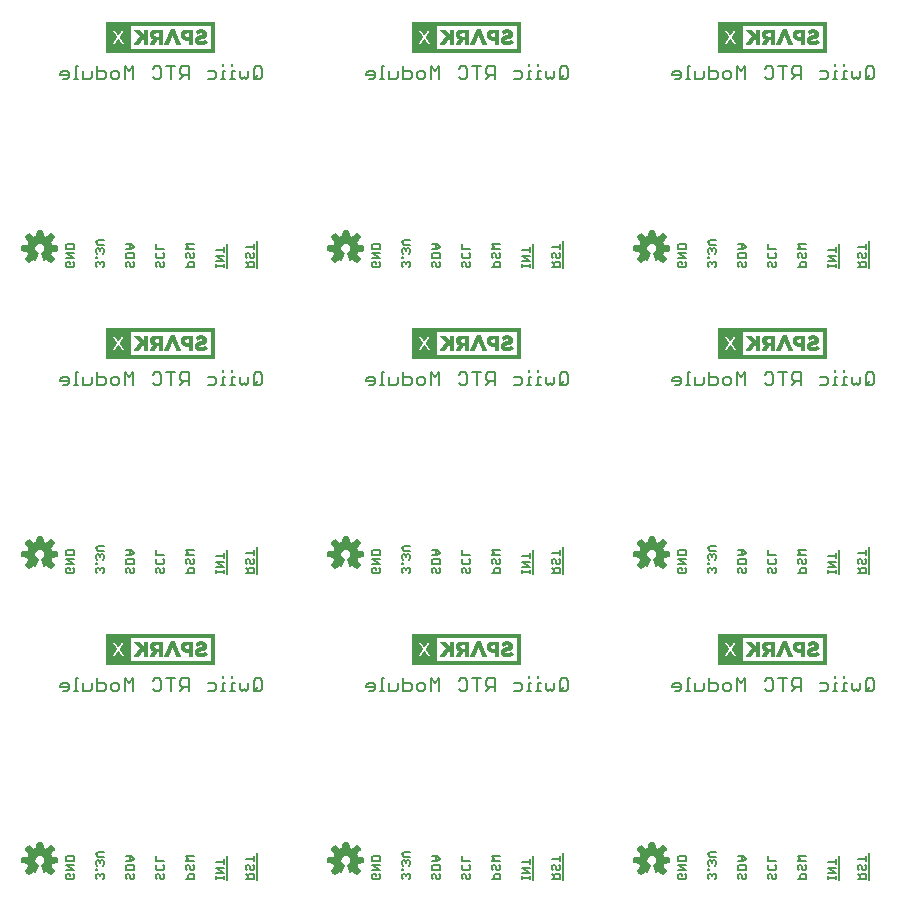
<source format=gbo>
G75*
%MOIN*%
%OFA0B0*%
%FSLAX25Y25*%
%IPPOS*%
%LPD*%
%AMOC8*
5,1,8,0,0,1.08239X$1,22.5*
%
%ADD10C,0.00800*%
%ADD11C,0.00500*%
%ADD12C,0.00591*%
%ADD13C,0.00039*%
D10*
X0044073Y0099400D02*
X0045474Y0099400D01*
X0046175Y0100101D01*
X0046175Y0101502D01*
X0045474Y0102202D01*
X0044073Y0102202D01*
X0043372Y0101502D01*
X0043372Y0100801D01*
X0046175Y0100801D01*
X0047843Y0099400D02*
X0049244Y0099400D01*
X0048543Y0099400D02*
X0048543Y0103604D01*
X0049244Y0103604D01*
X0051045Y0102202D02*
X0051045Y0099400D01*
X0053147Y0099400D01*
X0053848Y0100101D01*
X0053848Y0102202D01*
X0055649Y0102202D02*
X0057751Y0102202D01*
X0058452Y0101502D01*
X0058452Y0100101D01*
X0057751Y0099400D01*
X0055649Y0099400D01*
X0055649Y0103604D01*
X0060253Y0101502D02*
X0060253Y0100101D01*
X0060954Y0099400D01*
X0062355Y0099400D01*
X0063056Y0100101D01*
X0063056Y0101502D01*
X0062355Y0102202D01*
X0060954Y0102202D01*
X0060253Y0101502D01*
X0064857Y0103604D02*
X0064857Y0099400D01*
X0067660Y0099400D02*
X0067660Y0103604D01*
X0066258Y0102202D01*
X0064857Y0103604D01*
X0074065Y0102903D02*
X0074766Y0103604D01*
X0076167Y0103604D01*
X0076867Y0102903D01*
X0076867Y0100101D01*
X0076167Y0099400D01*
X0074766Y0099400D01*
X0074065Y0100101D01*
X0078669Y0103604D02*
X0081471Y0103604D01*
X0080070Y0103604D02*
X0080070Y0099400D01*
X0083273Y0099400D02*
X0084674Y0100801D01*
X0083973Y0100801D02*
X0086075Y0100801D01*
X0086075Y0099400D02*
X0086075Y0103604D01*
X0083973Y0103604D01*
X0083273Y0102903D01*
X0083273Y0101502D01*
X0083973Y0100801D01*
X0092481Y0099400D02*
X0094583Y0099400D01*
X0095283Y0100101D01*
X0095283Y0101502D01*
X0094583Y0102202D01*
X0092481Y0102202D01*
X0097652Y0102202D02*
X0097652Y0099400D01*
X0098352Y0099400D02*
X0096951Y0099400D01*
X0097652Y0102202D02*
X0098352Y0102202D01*
X0097652Y0103604D02*
X0097652Y0104304D01*
X0100721Y0104304D02*
X0100721Y0103604D01*
X0100721Y0102202D02*
X0100721Y0099400D01*
X0101422Y0099400D02*
X0100020Y0099400D01*
X0100721Y0102202D02*
X0101422Y0102202D01*
X0103223Y0102202D02*
X0103223Y0100101D01*
X0103924Y0099400D01*
X0104624Y0100101D01*
X0105325Y0099400D01*
X0106026Y0100101D01*
X0106026Y0102202D01*
X0107827Y0102903D02*
X0107827Y0100101D01*
X0108528Y0099400D01*
X0109929Y0099400D01*
X0110630Y0100101D01*
X0110630Y0102903D01*
X0109929Y0103604D01*
X0108528Y0103604D01*
X0107827Y0102903D01*
X0109228Y0100801D02*
X0107827Y0099400D01*
X0145372Y0100801D02*
X0148175Y0100801D01*
X0148175Y0100101D02*
X0148175Y0101502D01*
X0147474Y0102202D01*
X0146073Y0102202D01*
X0145372Y0101502D01*
X0145372Y0100801D01*
X0146073Y0099400D02*
X0147474Y0099400D01*
X0148175Y0100101D01*
X0149843Y0099400D02*
X0151244Y0099400D01*
X0150543Y0099400D02*
X0150543Y0103604D01*
X0151244Y0103604D01*
X0153045Y0102202D02*
X0153045Y0099400D01*
X0155147Y0099400D01*
X0155848Y0100101D01*
X0155848Y0102202D01*
X0157649Y0102202D02*
X0159751Y0102202D01*
X0160452Y0101502D01*
X0160452Y0100101D01*
X0159751Y0099400D01*
X0157649Y0099400D01*
X0157649Y0103604D01*
X0162253Y0101502D02*
X0162253Y0100101D01*
X0162954Y0099400D01*
X0164355Y0099400D01*
X0165056Y0100101D01*
X0165056Y0101502D01*
X0164355Y0102202D01*
X0162954Y0102202D01*
X0162253Y0101502D01*
X0166857Y0103604D02*
X0166857Y0099400D01*
X0169660Y0099400D02*
X0169660Y0103604D01*
X0168258Y0102202D01*
X0166857Y0103604D01*
X0176065Y0102903D02*
X0176766Y0103604D01*
X0178167Y0103604D01*
X0178867Y0102903D01*
X0178867Y0100101D01*
X0178167Y0099400D01*
X0176766Y0099400D01*
X0176065Y0100101D01*
X0180669Y0103604D02*
X0183471Y0103604D01*
X0182070Y0103604D02*
X0182070Y0099400D01*
X0185273Y0099400D02*
X0186674Y0100801D01*
X0185973Y0100801D02*
X0188075Y0100801D01*
X0188075Y0099400D02*
X0188075Y0103604D01*
X0185973Y0103604D01*
X0185273Y0102903D01*
X0185273Y0101502D01*
X0185973Y0100801D01*
X0194481Y0099400D02*
X0196583Y0099400D01*
X0197283Y0100101D01*
X0197283Y0101502D01*
X0196583Y0102202D01*
X0194481Y0102202D01*
X0199652Y0102202D02*
X0199652Y0099400D01*
X0200352Y0099400D02*
X0198951Y0099400D01*
X0199652Y0102202D02*
X0200352Y0102202D01*
X0199652Y0103604D02*
X0199652Y0104304D01*
X0202721Y0104304D02*
X0202721Y0103604D01*
X0202721Y0102202D02*
X0202721Y0099400D01*
X0203422Y0099400D02*
X0202020Y0099400D01*
X0202721Y0102202D02*
X0203422Y0102202D01*
X0205223Y0102202D02*
X0205223Y0100101D01*
X0205924Y0099400D01*
X0206624Y0100101D01*
X0207325Y0099400D01*
X0208026Y0100101D01*
X0208026Y0102202D01*
X0209827Y0102903D02*
X0209827Y0100101D01*
X0210528Y0099400D01*
X0211929Y0099400D01*
X0212630Y0100101D01*
X0212630Y0102903D01*
X0211929Y0103604D01*
X0210528Y0103604D01*
X0209827Y0102903D01*
X0211228Y0100801D02*
X0209827Y0099400D01*
X0247372Y0100801D02*
X0250175Y0100801D01*
X0250175Y0100101D02*
X0250175Y0101502D01*
X0249474Y0102202D01*
X0248073Y0102202D01*
X0247372Y0101502D01*
X0247372Y0100801D01*
X0248073Y0099400D02*
X0249474Y0099400D01*
X0250175Y0100101D01*
X0251843Y0099400D02*
X0253244Y0099400D01*
X0252543Y0099400D02*
X0252543Y0103604D01*
X0253244Y0103604D01*
X0255045Y0102202D02*
X0255045Y0099400D01*
X0257147Y0099400D01*
X0257848Y0100101D01*
X0257848Y0102202D01*
X0259649Y0102202D02*
X0261751Y0102202D01*
X0262452Y0101502D01*
X0262452Y0100101D01*
X0261751Y0099400D01*
X0259649Y0099400D01*
X0259649Y0103604D01*
X0264253Y0101502D02*
X0264253Y0100101D01*
X0264954Y0099400D01*
X0266355Y0099400D01*
X0267056Y0100101D01*
X0267056Y0101502D01*
X0266355Y0102202D01*
X0264954Y0102202D01*
X0264253Y0101502D01*
X0268857Y0103604D02*
X0268857Y0099400D01*
X0271660Y0099400D02*
X0271660Y0103604D01*
X0270258Y0102202D01*
X0268857Y0103604D01*
X0278065Y0102903D02*
X0278766Y0103604D01*
X0280167Y0103604D01*
X0280867Y0102903D01*
X0280867Y0100101D01*
X0280167Y0099400D01*
X0278766Y0099400D01*
X0278065Y0100101D01*
X0282669Y0103604D02*
X0285471Y0103604D01*
X0284070Y0103604D02*
X0284070Y0099400D01*
X0287273Y0099400D02*
X0288674Y0100801D01*
X0287973Y0100801D02*
X0290075Y0100801D01*
X0290075Y0099400D02*
X0290075Y0103604D01*
X0287973Y0103604D01*
X0287273Y0102903D01*
X0287273Y0101502D01*
X0287973Y0100801D01*
X0296481Y0099400D02*
X0298583Y0099400D01*
X0299283Y0100101D01*
X0299283Y0101502D01*
X0298583Y0102202D01*
X0296481Y0102202D01*
X0301652Y0102202D02*
X0301652Y0099400D01*
X0302352Y0099400D02*
X0300951Y0099400D01*
X0301652Y0102202D02*
X0302352Y0102202D01*
X0301652Y0103604D02*
X0301652Y0104304D01*
X0304721Y0104304D02*
X0304721Y0103604D01*
X0304721Y0102202D02*
X0304721Y0099400D01*
X0305422Y0099400D02*
X0304020Y0099400D01*
X0304721Y0102202D02*
X0305422Y0102202D01*
X0307223Y0102202D02*
X0307223Y0100101D01*
X0307924Y0099400D01*
X0308624Y0100101D01*
X0309325Y0099400D01*
X0310026Y0100101D01*
X0310026Y0102202D01*
X0311827Y0102903D02*
X0311827Y0100101D01*
X0312528Y0099400D01*
X0313929Y0099400D01*
X0314630Y0100101D01*
X0314630Y0102903D01*
X0313929Y0103604D01*
X0312528Y0103604D01*
X0311827Y0102903D01*
X0313228Y0100801D02*
X0311827Y0099400D01*
X0311827Y0201400D02*
X0313228Y0202801D01*
X0311827Y0202101D02*
X0312528Y0201400D01*
X0313929Y0201400D01*
X0314630Y0202101D01*
X0314630Y0204903D01*
X0313929Y0205604D01*
X0312528Y0205604D01*
X0311827Y0204903D01*
X0311827Y0202101D01*
X0310026Y0202101D02*
X0309325Y0201400D01*
X0308624Y0202101D01*
X0307924Y0201400D01*
X0307223Y0202101D01*
X0307223Y0204202D01*
X0305422Y0204202D02*
X0304721Y0204202D01*
X0304721Y0201400D01*
X0305422Y0201400D02*
X0304020Y0201400D01*
X0302352Y0201400D02*
X0300951Y0201400D01*
X0301652Y0201400D02*
X0301652Y0204202D01*
X0302352Y0204202D01*
X0301652Y0205604D02*
X0301652Y0206304D01*
X0304721Y0206304D02*
X0304721Y0205604D01*
X0310026Y0204202D02*
X0310026Y0202101D01*
X0299283Y0202101D02*
X0298583Y0201400D01*
X0296481Y0201400D01*
X0296481Y0204202D02*
X0298583Y0204202D01*
X0299283Y0203502D01*
X0299283Y0202101D01*
X0290075Y0202801D02*
X0287973Y0202801D01*
X0287273Y0203502D01*
X0287273Y0204903D01*
X0287973Y0205604D01*
X0290075Y0205604D01*
X0290075Y0201400D01*
X0288674Y0202801D02*
X0287273Y0201400D01*
X0284070Y0201400D02*
X0284070Y0205604D01*
X0285471Y0205604D02*
X0282669Y0205604D01*
X0280867Y0204903D02*
X0280867Y0202101D01*
X0280167Y0201400D01*
X0278766Y0201400D01*
X0278065Y0202101D01*
X0278065Y0204903D02*
X0278766Y0205604D01*
X0280167Y0205604D01*
X0280867Y0204903D01*
X0271660Y0205604D02*
X0270258Y0204202D01*
X0268857Y0205604D01*
X0268857Y0201400D01*
X0267056Y0202101D02*
X0266355Y0201400D01*
X0264954Y0201400D01*
X0264253Y0202101D01*
X0264253Y0203502D01*
X0264954Y0204202D01*
X0266355Y0204202D01*
X0267056Y0203502D01*
X0267056Y0202101D01*
X0262452Y0202101D02*
X0262452Y0203502D01*
X0261751Y0204202D01*
X0259649Y0204202D01*
X0259649Y0205604D02*
X0259649Y0201400D01*
X0261751Y0201400D01*
X0262452Y0202101D01*
X0257848Y0202101D02*
X0257147Y0201400D01*
X0255045Y0201400D01*
X0255045Y0204202D01*
X0253244Y0205604D02*
X0252543Y0205604D01*
X0252543Y0201400D01*
X0251843Y0201400D02*
X0253244Y0201400D01*
X0250175Y0202101D02*
X0250175Y0203502D01*
X0249474Y0204202D01*
X0248073Y0204202D01*
X0247372Y0203502D01*
X0247372Y0202801D01*
X0250175Y0202801D01*
X0250175Y0202101D02*
X0249474Y0201400D01*
X0248073Y0201400D01*
X0257848Y0202101D02*
X0257848Y0204202D01*
X0271660Y0205604D02*
X0271660Y0201400D01*
X0212630Y0202101D02*
X0211929Y0201400D01*
X0210528Y0201400D01*
X0209827Y0202101D01*
X0209827Y0204903D01*
X0210528Y0205604D01*
X0211929Y0205604D01*
X0212630Y0204903D01*
X0212630Y0202101D01*
X0211228Y0202801D02*
X0209827Y0201400D01*
X0208026Y0202101D02*
X0207325Y0201400D01*
X0206624Y0202101D01*
X0205924Y0201400D01*
X0205223Y0202101D01*
X0205223Y0204202D01*
X0203422Y0204202D02*
X0202721Y0204202D01*
X0202721Y0201400D01*
X0203422Y0201400D02*
X0202020Y0201400D01*
X0200352Y0201400D02*
X0198951Y0201400D01*
X0199652Y0201400D02*
X0199652Y0204202D01*
X0200352Y0204202D01*
X0199652Y0205604D02*
X0199652Y0206304D01*
X0202721Y0206304D02*
X0202721Y0205604D01*
X0208026Y0204202D02*
X0208026Y0202101D01*
X0197283Y0202101D02*
X0196583Y0201400D01*
X0194481Y0201400D01*
X0194481Y0204202D02*
X0196583Y0204202D01*
X0197283Y0203502D01*
X0197283Y0202101D01*
X0188075Y0202801D02*
X0185973Y0202801D01*
X0185273Y0203502D01*
X0185273Y0204903D01*
X0185973Y0205604D01*
X0188075Y0205604D01*
X0188075Y0201400D01*
X0186674Y0202801D02*
X0185273Y0201400D01*
X0182070Y0201400D02*
X0182070Y0205604D01*
X0183471Y0205604D02*
X0180669Y0205604D01*
X0178867Y0204903D02*
X0178867Y0202101D01*
X0178167Y0201400D01*
X0176766Y0201400D01*
X0176065Y0202101D01*
X0176065Y0204903D02*
X0176766Y0205604D01*
X0178167Y0205604D01*
X0178867Y0204903D01*
X0169660Y0205604D02*
X0168258Y0204202D01*
X0166857Y0205604D01*
X0166857Y0201400D01*
X0165056Y0202101D02*
X0164355Y0201400D01*
X0162954Y0201400D01*
X0162253Y0202101D01*
X0162253Y0203502D01*
X0162954Y0204202D01*
X0164355Y0204202D01*
X0165056Y0203502D01*
X0165056Y0202101D01*
X0160452Y0202101D02*
X0160452Y0203502D01*
X0159751Y0204202D01*
X0157649Y0204202D01*
X0157649Y0205604D02*
X0157649Y0201400D01*
X0159751Y0201400D01*
X0160452Y0202101D01*
X0155848Y0202101D02*
X0155147Y0201400D01*
X0153045Y0201400D01*
X0153045Y0204202D01*
X0151244Y0205604D02*
X0150543Y0205604D01*
X0150543Y0201400D01*
X0149843Y0201400D02*
X0151244Y0201400D01*
X0148175Y0202101D02*
X0148175Y0203502D01*
X0147474Y0204202D01*
X0146073Y0204202D01*
X0145372Y0203502D01*
X0145372Y0202801D01*
X0148175Y0202801D01*
X0148175Y0202101D02*
X0147474Y0201400D01*
X0146073Y0201400D01*
X0155848Y0202101D02*
X0155848Y0204202D01*
X0169660Y0205604D02*
X0169660Y0201400D01*
X0110630Y0202101D02*
X0109929Y0201400D01*
X0108528Y0201400D01*
X0107827Y0202101D01*
X0107827Y0204903D01*
X0108528Y0205604D01*
X0109929Y0205604D01*
X0110630Y0204903D01*
X0110630Y0202101D01*
X0109228Y0202801D02*
X0107827Y0201400D01*
X0106026Y0202101D02*
X0105325Y0201400D01*
X0104624Y0202101D01*
X0103924Y0201400D01*
X0103223Y0202101D01*
X0103223Y0204202D01*
X0101422Y0204202D02*
X0100721Y0204202D01*
X0100721Y0201400D01*
X0101422Y0201400D02*
X0100020Y0201400D01*
X0098352Y0201400D02*
X0096951Y0201400D01*
X0097652Y0201400D02*
X0097652Y0204202D01*
X0098352Y0204202D01*
X0097652Y0205604D02*
X0097652Y0206304D01*
X0100721Y0206304D02*
X0100721Y0205604D01*
X0106026Y0204202D02*
X0106026Y0202101D01*
X0095283Y0202101D02*
X0094583Y0201400D01*
X0092481Y0201400D01*
X0092481Y0204202D02*
X0094583Y0204202D01*
X0095283Y0203502D01*
X0095283Y0202101D01*
X0086075Y0202801D02*
X0083973Y0202801D01*
X0083273Y0203502D01*
X0083273Y0204903D01*
X0083973Y0205604D01*
X0086075Y0205604D01*
X0086075Y0201400D01*
X0084674Y0202801D02*
X0083273Y0201400D01*
X0080070Y0201400D02*
X0080070Y0205604D01*
X0081471Y0205604D02*
X0078669Y0205604D01*
X0076867Y0204903D02*
X0076867Y0202101D01*
X0076167Y0201400D01*
X0074766Y0201400D01*
X0074065Y0202101D01*
X0074065Y0204903D02*
X0074766Y0205604D01*
X0076167Y0205604D01*
X0076867Y0204903D01*
X0067660Y0205604D02*
X0066258Y0204202D01*
X0064857Y0205604D01*
X0064857Y0201400D01*
X0063056Y0202101D02*
X0062355Y0201400D01*
X0060954Y0201400D01*
X0060253Y0202101D01*
X0060253Y0203502D01*
X0060954Y0204202D01*
X0062355Y0204202D01*
X0063056Y0203502D01*
X0063056Y0202101D01*
X0058452Y0202101D02*
X0058452Y0203502D01*
X0057751Y0204202D01*
X0055649Y0204202D01*
X0055649Y0205604D02*
X0055649Y0201400D01*
X0057751Y0201400D01*
X0058452Y0202101D01*
X0053848Y0202101D02*
X0053147Y0201400D01*
X0051045Y0201400D01*
X0051045Y0204202D01*
X0049244Y0205604D02*
X0048543Y0205604D01*
X0048543Y0201400D01*
X0047843Y0201400D02*
X0049244Y0201400D01*
X0046175Y0202101D02*
X0046175Y0203502D01*
X0045474Y0204202D01*
X0044073Y0204202D01*
X0043372Y0203502D01*
X0043372Y0202801D01*
X0046175Y0202801D01*
X0046175Y0202101D02*
X0045474Y0201400D01*
X0044073Y0201400D01*
X0053848Y0202101D02*
X0053848Y0204202D01*
X0067660Y0205604D02*
X0067660Y0201400D01*
X0067660Y0303400D02*
X0067660Y0307604D01*
X0066258Y0306202D01*
X0064857Y0307604D01*
X0064857Y0303400D01*
X0063056Y0304101D02*
X0062355Y0303400D01*
X0060954Y0303400D01*
X0060253Y0304101D01*
X0060253Y0305502D01*
X0060954Y0306202D01*
X0062355Y0306202D01*
X0063056Y0305502D01*
X0063056Y0304101D01*
X0058452Y0304101D02*
X0058452Y0305502D01*
X0057751Y0306202D01*
X0055649Y0306202D01*
X0055649Y0307604D02*
X0055649Y0303400D01*
X0057751Y0303400D01*
X0058452Y0304101D01*
X0053848Y0304101D02*
X0053848Y0306202D01*
X0053848Y0304101D02*
X0053147Y0303400D01*
X0051045Y0303400D01*
X0051045Y0306202D01*
X0049244Y0307604D02*
X0048543Y0307604D01*
X0048543Y0303400D01*
X0047843Y0303400D02*
X0049244Y0303400D01*
X0046175Y0304101D02*
X0046175Y0305502D01*
X0045474Y0306202D01*
X0044073Y0306202D01*
X0043372Y0305502D01*
X0043372Y0304801D01*
X0046175Y0304801D01*
X0046175Y0304101D02*
X0045474Y0303400D01*
X0044073Y0303400D01*
X0074065Y0304101D02*
X0074766Y0303400D01*
X0076167Y0303400D01*
X0076867Y0304101D01*
X0076867Y0306903D01*
X0076167Y0307604D01*
X0074766Y0307604D01*
X0074065Y0306903D01*
X0078669Y0307604D02*
X0081471Y0307604D01*
X0080070Y0307604D02*
X0080070Y0303400D01*
X0083273Y0303400D02*
X0084674Y0304801D01*
X0083973Y0304801D02*
X0086075Y0304801D01*
X0086075Y0303400D02*
X0086075Y0307604D01*
X0083973Y0307604D01*
X0083273Y0306903D01*
X0083273Y0305502D01*
X0083973Y0304801D01*
X0092481Y0303400D02*
X0094583Y0303400D01*
X0095283Y0304101D01*
X0095283Y0305502D01*
X0094583Y0306202D01*
X0092481Y0306202D01*
X0097652Y0306202D02*
X0097652Y0303400D01*
X0098352Y0303400D02*
X0096951Y0303400D01*
X0097652Y0306202D02*
X0098352Y0306202D01*
X0097652Y0307604D02*
X0097652Y0308304D01*
X0100721Y0308304D02*
X0100721Y0307604D01*
X0100721Y0306202D02*
X0100721Y0303400D01*
X0101422Y0303400D02*
X0100020Y0303400D01*
X0100721Y0306202D02*
X0101422Y0306202D01*
X0103223Y0306202D02*
X0103223Y0304101D01*
X0103924Y0303400D01*
X0104624Y0304101D01*
X0105325Y0303400D01*
X0106026Y0304101D01*
X0106026Y0306202D01*
X0107827Y0306903D02*
X0107827Y0304101D01*
X0108528Y0303400D01*
X0109929Y0303400D01*
X0110630Y0304101D01*
X0110630Y0306903D01*
X0109929Y0307604D01*
X0108528Y0307604D01*
X0107827Y0306903D01*
X0109228Y0304801D02*
X0107827Y0303400D01*
X0145372Y0304801D02*
X0148175Y0304801D01*
X0148175Y0304101D02*
X0148175Y0305502D01*
X0147474Y0306202D01*
X0146073Y0306202D01*
X0145372Y0305502D01*
X0145372Y0304801D01*
X0146073Y0303400D02*
X0147474Y0303400D01*
X0148175Y0304101D01*
X0149843Y0303400D02*
X0151244Y0303400D01*
X0150543Y0303400D02*
X0150543Y0307604D01*
X0151244Y0307604D01*
X0153045Y0306202D02*
X0153045Y0303400D01*
X0155147Y0303400D01*
X0155848Y0304101D01*
X0155848Y0306202D01*
X0157649Y0306202D02*
X0159751Y0306202D01*
X0160452Y0305502D01*
X0160452Y0304101D01*
X0159751Y0303400D01*
X0157649Y0303400D01*
X0157649Y0307604D01*
X0162253Y0305502D02*
X0162253Y0304101D01*
X0162954Y0303400D01*
X0164355Y0303400D01*
X0165056Y0304101D01*
X0165056Y0305502D01*
X0164355Y0306202D01*
X0162954Y0306202D01*
X0162253Y0305502D01*
X0166857Y0307604D02*
X0166857Y0303400D01*
X0169660Y0303400D02*
X0169660Y0307604D01*
X0168258Y0306202D01*
X0166857Y0307604D01*
X0176065Y0306903D02*
X0176766Y0307604D01*
X0178167Y0307604D01*
X0178867Y0306903D01*
X0178867Y0304101D01*
X0178167Y0303400D01*
X0176766Y0303400D01*
X0176065Y0304101D01*
X0180669Y0307604D02*
X0183471Y0307604D01*
X0182070Y0307604D02*
X0182070Y0303400D01*
X0185273Y0303400D02*
X0186674Y0304801D01*
X0185973Y0304801D02*
X0188075Y0304801D01*
X0188075Y0303400D02*
X0188075Y0307604D01*
X0185973Y0307604D01*
X0185273Y0306903D01*
X0185273Y0305502D01*
X0185973Y0304801D01*
X0194481Y0303400D02*
X0196583Y0303400D01*
X0197283Y0304101D01*
X0197283Y0305502D01*
X0196583Y0306202D01*
X0194481Y0306202D01*
X0199652Y0306202D02*
X0199652Y0303400D01*
X0200352Y0303400D02*
X0198951Y0303400D01*
X0199652Y0306202D02*
X0200352Y0306202D01*
X0199652Y0307604D02*
X0199652Y0308304D01*
X0202721Y0308304D02*
X0202721Y0307604D01*
X0202721Y0306202D02*
X0202721Y0303400D01*
X0203422Y0303400D02*
X0202020Y0303400D01*
X0202721Y0306202D02*
X0203422Y0306202D01*
X0205223Y0306202D02*
X0205223Y0304101D01*
X0205924Y0303400D01*
X0206624Y0304101D01*
X0207325Y0303400D01*
X0208026Y0304101D01*
X0208026Y0306202D01*
X0209827Y0306903D02*
X0209827Y0304101D01*
X0210528Y0303400D01*
X0211929Y0303400D01*
X0212630Y0304101D01*
X0212630Y0306903D01*
X0211929Y0307604D01*
X0210528Y0307604D01*
X0209827Y0306903D01*
X0211228Y0304801D02*
X0209827Y0303400D01*
X0247372Y0304801D02*
X0250175Y0304801D01*
X0250175Y0304101D02*
X0250175Y0305502D01*
X0249474Y0306202D01*
X0248073Y0306202D01*
X0247372Y0305502D01*
X0247372Y0304801D01*
X0248073Y0303400D02*
X0249474Y0303400D01*
X0250175Y0304101D01*
X0251843Y0303400D02*
X0253244Y0303400D01*
X0252543Y0303400D02*
X0252543Y0307604D01*
X0253244Y0307604D01*
X0255045Y0306202D02*
X0255045Y0303400D01*
X0257147Y0303400D01*
X0257848Y0304101D01*
X0257848Y0306202D01*
X0259649Y0306202D02*
X0261751Y0306202D01*
X0262452Y0305502D01*
X0262452Y0304101D01*
X0261751Y0303400D01*
X0259649Y0303400D01*
X0259649Y0307604D01*
X0264253Y0305502D02*
X0264253Y0304101D01*
X0264954Y0303400D01*
X0266355Y0303400D01*
X0267056Y0304101D01*
X0267056Y0305502D01*
X0266355Y0306202D01*
X0264954Y0306202D01*
X0264253Y0305502D01*
X0268857Y0307604D02*
X0268857Y0303400D01*
X0271660Y0303400D02*
X0271660Y0307604D01*
X0270258Y0306202D01*
X0268857Y0307604D01*
X0278065Y0306903D02*
X0278766Y0307604D01*
X0280167Y0307604D01*
X0280867Y0306903D01*
X0280867Y0304101D01*
X0280167Y0303400D01*
X0278766Y0303400D01*
X0278065Y0304101D01*
X0282669Y0307604D02*
X0285471Y0307604D01*
X0284070Y0307604D02*
X0284070Y0303400D01*
X0287273Y0303400D02*
X0288674Y0304801D01*
X0287973Y0304801D02*
X0290075Y0304801D01*
X0290075Y0303400D02*
X0290075Y0307604D01*
X0287973Y0307604D01*
X0287273Y0306903D01*
X0287273Y0305502D01*
X0287973Y0304801D01*
X0296481Y0303400D02*
X0298583Y0303400D01*
X0299283Y0304101D01*
X0299283Y0305502D01*
X0298583Y0306202D01*
X0296481Y0306202D01*
X0301652Y0306202D02*
X0301652Y0303400D01*
X0302352Y0303400D02*
X0300951Y0303400D01*
X0301652Y0306202D02*
X0302352Y0306202D01*
X0301652Y0307604D02*
X0301652Y0308304D01*
X0304721Y0308304D02*
X0304721Y0307604D01*
X0304721Y0306202D02*
X0304721Y0303400D01*
X0305422Y0303400D02*
X0304020Y0303400D01*
X0304721Y0306202D02*
X0305422Y0306202D01*
X0307223Y0306202D02*
X0307223Y0304101D01*
X0307924Y0303400D01*
X0308624Y0304101D01*
X0309325Y0303400D01*
X0310026Y0304101D01*
X0310026Y0306202D01*
X0311827Y0306903D02*
X0311827Y0304101D01*
X0312528Y0303400D01*
X0313929Y0303400D01*
X0314630Y0304101D01*
X0314630Y0306903D01*
X0313929Y0307604D01*
X0312528Y0307604D01*
X0311827Y0306903D01*
X0313228Y0304801D02*
X0311827Y0303400D01*
D11*
X0312850Y0249340D02*
X0312850Y0240500D01*
X0311852Y0240750D02*
X0311852Y0242101D01*
X0311402Y0242552D01*
X0310501Y0242552D01*
X0310051Y0242101D01*
X0310051Y0240750D01*
X0310051Y0241651D02*
X0309150Y0242552D01*
X0309600Y0243697D02*
X0309150Y0244147D01*
X0309150Y0245048D01*
X0309600Y0245498D01*
X0310051Y0245498D01*
X0310501Y0245048D01*
X0310501Y0244147D01*
X0310952Y0243697D01*
X0311402Y0243697D01*
X0311852Y0244147D01*
X0311852Y0245048D01*
X0311402Y0245498D01*
X0311852Y0246643D02*
X0311852Y0248445D01*
X0311852Y0247544D02*
X0309150Y0247544D01*
X0302850Y0248357D02*
X0302850Y0240500D01*
X0301852Y0240750D02*
X0301852Y0241651D01*
X0301852Y0241200D02*
X0299150Y0241200D01*
X0299150Y0240750D02*
X0299150Y0241651D01*
X0299150Y0242714D02*
X0301852Y0242714D01*
X0299150Y0244516D01*
X0301852Y0244516D01*
X0301852Y0245661D02*
X0301852Y0247462D01*
X0301852Y0246562D02*
X0299150Y0246562D01*
X0291852Y0246643D02*
X0289150Y0246643D01*
X0290051Y0247544D01*
X0289150Y0248445D01*
X0291852Y0248445D01*
X0291402Y0245498D02*
X0291852Y0245048D01*
X0291852Y0244147D01*
X0291402Y0243697D01*
X0290952Y0243697D01*
X0290501Y0244147D01*
X0290501Y0245048D01*
X0290051Y0245498D01*
X0289600Y0245498D01*
X0289150Y0245048D01*
X0289150Y0244147D01*
X0289600Y0243697D01*
X0290501Y0242552D02*
X0290051Y0242101D01*
X0290051Y0240750D01*
X0289150Y0240750D02*
X0291852Y0240750D01*
X0291852Y0242101D01*
X0291402Y0242552D01*
X0290501Y0242552D01*
X0281852Y0242101D02*
X0281852Y0241200D01*
X0281402Y0240750D01*
X0280952Y0240750D01*
X0280501Y0241200D01*
X0280501Y0242101D01*
X0280051Y0242552D01*
X0279600Y0242552D01*
X0279150Y0242101D01*
X0279150Y0241200D01*
X0279600Y0240750D01*
X0281402Y0242552D02*
X0281852Y0242101D01*
X0281402Y0243697D02*
X0281852Y0244147D01*
X0281852Y0245048D01*
X0281402Y0245498D01*
X0281852Y0246643D02*
X0279150Y0246643D01*
X0279150Y0248445D01*
X0279600Y0245498D02*
X0279150Y0245048D01*
X0279150Y0244147D01*
X0279600Y0243697D01*
X0281402Y0243697D01*
X0271852Y0243697D02*
X0271852Y0245048D01*
X0271402Y0245498D01*
X0269600Y0245498D01*
X0269150Y0245048D01*
X0269150Y0243697D01*
X0271852Y0243697D01*
X0271402Y0242552D02*
X0271852Y0242101D01*
X0271852Y0241200D01*
X0271402Y0240750D01*
X0270952Y0240750D01*
X0270501Y0241200D01*
X0270501Y0242101D01*
X0270051Y0242552D01*
X0269600Y0242552D01*
X0269150Y0242101D01*
X0269150Y0241200D01*
X0269600Y0240750D01*
X0269150Y0246643D02*
X0270952Y0246643D01*
X0271852Y0247544D01*
X0270952Y0248445D01*
X0269150Y0248445D01*
X0270501Y0248445D02*
X0270501Y0246643D01*
X0261852Y0246521D02*
X0261402Y0246971D01*
X0260952Y0246971D01*
X0260501Y0246521D01*
X0260051Y0246971D01*
X0259600Y0246971D01*
X0259150Y0246521D01*
X0259150Y0245620D01*
X0259600Y0245170D01*
X0259600Y0244147D02*
X0259150Y0244147D01*
X0259150Y0243697D01*
X0259600Y0243697D01*
X0259600Y0244147D01*
X0259600Y0242552D02*
X0259150Y0242101D01*
X0259150Y0241200D01*
X0259600Y0240750D01*
X0260501Y0241651D02*
X0260501Y0242101D01*
X0260051Y0242552D01*
X0259600Y0242552D01*
X0260501Y0242101D02*
X0260952Y0242552D01*
X0261402Y0242552D01*
X0261852Y0242101D01*
X0261852Y0241200D01*
X0261402Y0240750D01*
X0261402Y0245170D02*
X0261852Y0245620D01*
X0261852Y0246521D01*
X0260501Y0246521D02*
X0260501Y0246071D01*
X0260051Y0248116D02*
X0259150Y0249017D01*
X0260051Y0249918D01*
X0261852Y0249918D01*
X0261852Y0248116D02*
X0260051Y0248116D01*
X0251852Y0247994D02*
X0251852Y0246643D01*
X0249150Y0246643D01*
X0249150Y0247994D01*
X0249600Y0248445D01*
X0251402Y0248445D01*
X0251852Y0247994D01*
X0251852Y0245498D02*
X0249150Y0245498D01*
X0251852Y0243697D01*
X0249150Y0243697D01*
X0249600Y0242552D02*
X0250501Y0242552D01*
X0250501Y0241651D01*
X0249600Y0242552D02*
X0249150Y0242101D01*
X0249150Y0241200D01*
X0249600Y0240750D01*
X0251402Y0240750D01*
X0251852Y0241200D01*
X0251852Y0242101D01*
X0251402Y0242552D01*
X0210850Y0240500D02*
X0210850Y0249340D01*
X0209852Y0248445D02*
X0209852Y0246643D01*
X0209852Y0247544D02*
X0207150Y0247544D01*
X0207600Y0245498D02*
X0207150Y0245048D01*
X0207150Y0244147D01*
X0207600Y0243697D01*
X0208501Y0244147D02*
X0208501Y0245048D01*
X0208051Y0245498D01*
X0207600Y0245498D01*
X0208501Y0244147D02*
X0208952Y0243697D01*
X0209402Y0243697D01*
X0209852Y0244147D01*
X0209852Y0245048D01*
X0209402Y0245498D01*
X0209402Y0242552D02*
X0208501Y0242552D01*
X0208051Y0242101D01*
X0208051Y0240750D01*
X0208051Y0241651D02*
X0207150Y0242552D01*
X0207150Y0240750D02*
X0209852Y0240750D01*
X0209852Y0242101D01*
X0209402Y0242552D01*
X0200850Y0240500D02*
X0200850Y0248357D01*
X0199852Y0247462D02*
X0199852Y0245661D01*
X0199852Y0246562D02*
X0197150Y0246562D01*
X0197150Y0244516D02*
X0199852Y0244516D01*
X0199852Y0242714D02*
X0197150Y0244516D01*
X0197150Y0242714D02*
X0199852Y0242714D01*
X0199852Y0241651D02*
X0199852Y0240750D01*
X0199852Y0241200D02*
X0197150Y0241200D01*
X0197150Y0240750D02*
X0197150Y0241651D01*
X0189852Y0242101D02*
X0189852Y0240750D01*
X0187150Y0240750D01*
X0188051Y0240750D02*
X0188051Y0242101D01*
X0188501Y0242552D01*
X0189402Y0242552D01*
X0189852Y0242101D01*
X0189402Y0243697D02*
X0188952Y0243697D01*
X0188501Y0244147D01*
X0188501Y0245048D01*
X0188051Y0245498D01*
X0187600Y0245498D01*
X0187150Y0245048D01*
X0187150Y0244147D01*
X0187600Y0243697D01*
X0189402Y0243697D02*
X0189852Y0244147D01*
X0189852Y0245048D01*
X0189402Y0245498D01*
X0189852Y0246643D02*
X0187150Y0246643D01*
X0188051Y0247544D01*
X0187150Y0248445D01*
X0189852Y0248445D01*
X0179852Y0246643D02*
X0177150Y0246643D01*
X0177150Y0248445D01*
X0177600Y0245498D02*
X0177150Y0245048D01*
X0177150Y0244147D01*
X0177600Y0243697D01*
X0179402Y0243697D01*
X0179852Y0244147D01*
X0179852Y0245048D01*
X0179402Y0245498D01*
X0179402Y0242552D02*
X0179852Y0242101D01*
X0179852Y0241200D01*
X0179402Y0240750D01*
X0178952Y0240750D01*
X0178501Y0241200D01*
X0178501Y0242101D01*
X0178051Y0242552D01*
X0177600Y0242552D01*
X0177150Y0242101D01*
X0177150Y0241200D01*
X0177600Y0240750D01*
X0169852Y0241200D02*
X0169402Y0240750D01*
X0168952Y0240750D01*
X0168501Y0241200D01*
X0168501Y0242101D01*
X0168051Y0242552D01*
X0167600Y0242552D01*
X0167150Y0242101D01*
X0167150Y0241200D01*
X0167600Y0240750D01*
X0169852Y0241200D02*
X0169852Y0242101D01*
X0169402Y0242552D01*
X0169852Y0243697D02*
X0169852Y0245048D01*
X0169402Y0245498D01*
X0167600Y0245498D01*
X0167150Y0245048D01*
X0167150Y0243697D01*
X0169852Y0243697D01*
X0168952Y0246643D02*
X0167150Y0246643D01*
X0168501Y0246643D02*
X0168501Y0248445D01*
X0168952Y0248445D02*
X0167150Y0248445D01*
X0168952Y0248445D02*
X0169852Y0247544D01*
X0168952Y0246643D01*
X0159852Y0246521D02*
X0159402Y0246971D01*
X0158952Y0246971D01*
X0158501Y0246521D01*
X0158051Y0246971D01*
X0157600Y0246971D01*
X0157150Y0246521D01*
X0157150Y0245620D01*
X0157600Y0245170D01*
X0157600Y0244147D02*
X0157150Y0244147D01*
X0157150Y0243697D01*
X0157600Y0243697D01*
X0157600Y0244147D01*
X0157600Y0242552D02*
X0157150Y0242101D01*
X0157150Y0241200D01*
X0157600Y0240750D01*
X0158501Y0241651D02*
X0158501Y0242101D01*
X0158051Y0242552D01*
X0157600Y0242552D01*
X0158501Y0242101D02*
X0158952Y0242552D01*
X0159402Y0242552D01*
X0159852Y0242101D01*
X0159852Y0241200D01*
X0159402Y0240750D01*
X0159402Y0245170D02*
X0159852Y0245620D01*
X0159852Y0246521D01*
X0158501Y0246521D02*
X0158501Y0246071D01*
X0158051Y0248116D02*
X0157150Y0249017D01*
X0158051Y0249918D01*
X0159852Y0249918D01*
X0159852Y0248116D02*
X0158051Y0248116D01*
X0149852Y0247994D02*
X0149852Y0246643D01*
X0147150Y0246643D01*
X0147150Y0247994D01*
X0147600Y0248445D01*
X0149402Y0248445D01*
X0149852Y0247994D01*
X0149852Y0245498D02*
X0147150Y0245498D01*
X0149852Y0243697D01*
X0147150Y0243697D01*
X0147600Y0242552D02*
X0148501Y0242552D01*
X0148501Y0241651D01*
X0147600Y0242552D02*
X0147150Y0242101D01*
X0147150Y0241200D01*
X0147600Y0240750D01*
X0149402Y0240750D01*
X0149852Y0241200D01*
X0149852Y0242101D01*
X0149402Y0242552D01*
X0108850Y0240500D02*
X0108850Y0249340D01*
X0107852Y0248445D02*
X0107852Y0246643D01*
X0107852Y0247544D02*
X0105150Y0247544D01*
X0105600Y0245498D02*
X0105150Y0245048D01*
X0105150Y0244147D01*
X0105600Y0243697D01*
X0106501Y0244147D02*
X0106501Y0245048D01*
X0106051Y0245498D01*
X0105600Y0245498D01*
X0106501Y0244147D02*
X0106952Y0243697D01*
X0107402Y0243697D01*
X0107852Y0244147D01*
X0107852Y0245048D01*
X0107402Y0245498D01*
X0107402Y0242552D02*
X0106501Y0242552D01*
X0106051Y0242101D01*
X0106051Y0240750D01*
X0106051Y0241651D02*
X0105150Y0242552D01*
X0105150Y0240750D02*
X0107852Y0240750D01*
X0107852Y0242101D01*
X0107402Y0242552D01*
X0098850Y0240500D02*
X0098850Y0248357D01*
X0097852Y0247462D02*
X0097852Y0245661D01*
X0097852Y0246562D02*
X0095150Y0246562D01*
X0095150Y0244516D02*
X0097852Y0244516D01*
X0097852Y0242714D02*
X0095150Y0244516D01*
X0095150Y0242714D02*
X0097852Y0242714D01*
X0097852Y0241651D02*
X0097852Y0240750D01*
X0097852Y0241200D02*
X0095150Y0241200D01*
X0095150Y0240750D02*
X0095150Y0241651D01*
X0087852Y0242101D02*
X0087852Y0240750D01*
X0085150Y0240750D01*
X0086051Y0240750D02*
X0086051Y0242101D01*
X0086501Y0242552D01*
X0087402Y0242552D01*
X0087852Y0242101D01*
X0087402Y0243697D02*
X0086952Y0243697D01*
X0086501Y0244147D01*
X0086501Y0245048D01*
X0086051Y0245498D01*
X0085600Y0245498D01*
X0085150Y0245048D01*
X0085150Y0244147D01*
X0085600Y0243697D01*
X0087402Y0243697D02*
X0087852Y0244147D01*
X0087852Y0245048D01*
X0087402Y0245498D01*
X0087852Y0246643D02*
X0085150Y0246643D01*
X0086051Y0247544D01*
X0085150Y0248445D01*
X0087852Y0248445D01*
X0077852Y0246643D02*
X0075150Y0246643D01*
X0075150Y0248445D01*
X0075600Y0245498D02*
X0075150Y0245048D01*
X0075150Y0244147D01*
X0075600Y0243697D01*
X0077402Y0243697D01*
X0077852Y0244147D01*
X0077852Y0245048D01*
X0077402Y0245498D01*
X0077402Y0242552D02*
X0077852Y0242101D01*
X0077852Y0241200D01*
X0077402Y0240750D01*
X0076952Y0240750D01*
X0076501Y0241200D01*
X0076501Y0242101D01*
X0076051Y0242552D01*
X0075600Y0242552D01*
X0075150Y0242101D01*
X0075150Y0241200D01*
X0075600Y0240750D01*
X0067852Y0241200D02*
X0067402Y0240750D01*
X0066952Y0240750D01*
X0066501Y0241200D01*
X0066501Y0242101D01*
X0066051Y0242552D01*
X0065600Y0242552D01*
X0065150Y0242101D01*
X0065150Y0241200D01*
X0065600Y0240750D01*
X0067852Y0241200D02*
X0067852Y0242101D01*
X0067402Y0242552D01*
X0067852Y0243697D02*
X0067852Y0245048D01*
X0067402Y0245498D01*
X0065600Y0245498D01*
X0065150Y0245048D01*
X0065150Y0243697D01*
X0067852Y0243697D01*
X0066952Y0246643D02*
X0065150Y0246643D01*
X0066501Y0246643D02*
X0066501Y0248445D01*
X0066952Y0248445D02*
X0065150Y0248445D01*
X0066952Y0248445D02*
X0067852Y0247544D01*
X0066952Y0246643D01*
X0057852Y0246521D02*
X0057402Y0246971D01*
X0056952Y0246971D01*
X0056501Y0246521D01*
X0056051Y0246971D01*
X0055600Y0246971D01*
X0055150Y0246521D01*
X0055150Y0245620D01*
X0055600Y0245170D01*
X0055600Y0244147D02*
X0055150Y0244147D01*
X0055150Y0243697D01*
X0055600Y0243697D01*
X0055600Y0244147D01*
X0055600Y0242552D02*
X0055150Y0242101D01*
X0055150Y0241200D01*
X0055600Y0240750D01*
X0056501Y0241651D02*
X0056501Y0242101D01*
X0056051Y0242552D01*
X0055600Y0242552D01*
X0056501Y0242101D02*
X0056952Y0242552D01*
X0057402Y0242552D01*
X0057852Y0242101D01*
X0057852Y0241200D01*
X0057402Y0240750D01*
X0057402Y0245170D02*
X0057852Y0245620D01*
X0057852Y0246521D01*
X0056501Y0246521D02*
X0056501Y0246071D01*
X0056051Y0248116D02*
X0055150Y0249017D01*
X0056051Y0249918D01*
X0057852Y0249918D01*
X0057852Y0248116D02*
X0056051Y0248116D01*
X0047852Y0247994D02*
X0047852Y0246643D01*
X0045150Y0246643D01*
X0045150Y0247994D01*
X0045600Y0248445D01*
X0047402Y0248445D01*
X0047852Y0247994D01*
X0047852Y0245498D02*
X0045150Y0245498D01*
X0047852Y0243697D01*
X0045150Y0243697D01*
X0045600Y0242552D02*
X0046501Y0242552D01*
X0046501Y0241651D01*
X0045600Y0242552D02*
X0045150Y0242101D01*
X0045150Y0241200D01*
X0045600Y0240750D01*
X0047402Y0240750D01*
X0047852Y0241200D01*
X0047852Y0242101D01*
X0047402Y0242552D01*
X0056051Y0147918D02*
X0057852Y0147918D01*
X0056051Y0147918D02*
X0055150Y0147017D01*
X0056051Y0146116D01*
X0057852Y0146116D01*
X0057402Y0144971D02*
X0056952Y0144971D01*
X0056501Y0144521D01*
X0056051Y0144971D01*
X0055600Y0144971D01*
X0055150Y0144521D01*
X0055150Y0143620D01*
X0055600Y0143170D01*
X0055600Y0142147D02*
X0055150Y0142147D01*
X0055150Y0141697D01*
X0055600Y0141697D01*
X0055600Y0142147D01*
X0055600Y0140552D02*
X0055150Y0140101D01*
X0055150Y0139200D01*
X0055600Y0138750D01*
X0056501Y0139651D02*
X0056501Y0140101D01*
X0056051Y0140552D01*
X0055600Y0140552D01*
X0056501Y0140101D02*
X0056952Y0140552D01*
X0057402Y0140552D01*
X0057852Y0140101D01*
X0057852Y0139200D01*
X0057402Y0138750D01*
X0057402Y0143170D02*
X0057852Y0143620D01*
X0057852Y0144521D01*
X0057402Y0144971D01*
X0056501Y0144521D02*
X0056501Y0144071D01*
X0047852Y0144643D02*
X0047852Y0145994D01*
X0047402Y0146445D01*
X0045600Y0146445D01*
X0045150Y0145994D01*
X0045150Y0144643D01*
X0047852Y0144643D01*
X0047852Y0143498D02*
X0045150Y0143498D01*
X0047852Y0141697D01*
X0045150Y0141697D01*
X0045600Y0140552D02*
X0046501Y0140552D01*
X0046501Y0139651D01*
X0045600Y0140552D02*
X0045150Y0140101D01*
X0045150Y0139200D01*
X0045600Y0138750D01*
X0047402Y0138750D01*
X0047852Y0139200D01*
X0047852Y0140101D01*
X0047402Y0140552D01*
X0065150Y0140101D02*
X0065150Y0139200D01*
X0065600Y0138750D01*
X0066501Y0139200D02*
X0066501Y0140101D01*
X0066051Y0140552D01*
X0065600Y0140552D01*
X0065150Y0140101D01*
X0065150Y0141697D02*
X0065150Y0143048D01*
X0065600Y0143498D01*
X0067402Y0143498D01*
X0067852Y0143048D01*
X0067852Y0141697D01*
X0065150Y0141697D01*
X0067402Y0140552D02*
X0067852Y0140101D01*
X0067852Y0139200D01*
X0067402Y0138750D01*
X0066952Y0138750D01*
X0066501Y0139200D01*
X0066501Y0144643D02*
X0066501Y0146445D01*
X0066952Y0146445D02*
X0065150Y0146445D01*
X0066952Y0146445D02*
X0067852Y0145544D01*
X0066952Y0144643D01*
X0065150Y0144643D01*
X0075150Y0144643D02*
X0075150Y0146445D01*
X0075150Y0144643D02*
X0077852Y0144643D01*
X0077402Y0143498D02*
X0077852Y0143048D01*
X0077852Y0142147D01*
X0077402Y0141697D01*
X0075600Y0141697D01*
X0075150Y0142147D01*
X0075150Y0143048D01*
X0075600Y0143498D01*
X0075600Y0140552D02*
X0075150Y0140101D01*
X0075150Y0139200D01*
X0075600Y0138750D01*
X0076501Y0139200D02*
X0076501Y0140101D01*
X0076051Y0140552D01*
X0075600Y0140552D01*
X0076501Y0139200D02*
X0076952Y0138750D01*
X0077402Y0138750D01*
X0077852Y0139200D01*
X0077852Y0140101D01*
X0077402Y0140552D01*
X0085150Y0142147D02*
X0085600Y0141697D01*
X0085150Y0142147D02*
X0085150Y0143048D01*
X0085600Y0143498D01*
X0086051Y0143498D01*
X0086501Y0143048D01*
X0086501Y0142147D01*
X0086952Y0141697D01*
X0087402Y0141697D01*
X0087852Y0142147D01*
X0087852Y0143048D01*
X0087402Y0143498D01*
X0087852Y0144643D02*
X0085150Y0144643D01*
X0086051Y0145544D01*
X0085150Y0146445D01*
X0087852Y0146445D01*
X0087402Y0140552D02*
X0086501Y0140552D01*
X0086051Y0140101D01*
X0086051Y0138750D01*
X0085150Y0138750D02*
X0087852Y0138750D01*
X0087852Y0140101D01*
X0087402Y0140552D01*
X0095150Y0140714D02*
X0097852Y0140714D01*
X0095150Y0142516D01*
X0097852Y0142516D01*
X0097852Y0143661D02*
X0097852Y0145462D01*
X0097852Y0144562D02*
X0095150Y0144562D01*
X0098850Y0146357D02*
X0098850Y0138500D01*
X0097852Y0138750D02*
X0097852Y0139651D01*
X0097852Y0139200D02*
X0095150Y0139200D01*
X0095150Y0138750D02*
X0095150Y0139651D01*
X0105150Y0140552D02*
X0106051Y0139651D01*
X0106051Y0140101D02*
X0106051Y0138750D01*
X0105150Y0138750D02*
X0107852Y0138750D01*
X0107852Y0140101D01*
X0107402Y0140552D01*
X0106501Y0140552D01*
X0106051Y0140101D01*
X0105600Y0141697D02*
X0105150Y0142147D01*
X0105150Y0143048D01*
X0105600Y0143498D01*
X0106051Y0143498D01*
X0106501Y0143048D01*
X0106501Y0142147D01*
X0106952Y0141697D01*
X0107402Y0141697D01*
X0107852Y0142147D01*
X0107852Y0143048D01*
X0107402Y0143498D01*
X0107852Y0144643D02*
X0107852Y0146445D01*
X0107852Y0145544D02*
X0105150Y0145544D01*
X0108850Y0147340D02*
X0108850Y0138500D01*
X0147150Y0139200D02*
X0147150Y0140101D01*
X0147600Y0140552D01*
X0148501Y0140552D01*
X0148501Y0139651D01*
X0149402Y0140552D02*
X0149852Y0140101D01*
X0149852Y0139200D01*
X0149402Y0138750D01*
X0147600Y0138750D01*
X0147150Y0139200D01*
X0147150Y0141697D02*
X0149852Y0141697D01*
X0147150Y0143498D01*
X0149852Y0143498D01*
X0149852Y0144643D02*
X0149852Y0145994D01*
X0149402Y0146445D01*
X0147600Y0146445D01*
X0147150Y0145994D01*
X0147150Y0144643D01*
X0149852Y0144643D01*
X0157150Y0144521D02*
X0157150Y0143620D01*
X0157600Y0143170D01*
X0157600Y0142147D02*
X0157150Y0142147D01*
X0157150Y0141697D01*
X0157600Y0141697D01*
X0157600Y0142147D01*
X0157600Y0140552D02*
X0157150Y0140101D01*
X0157150Y0139200D01*
X0157600Y0138750D01*
X0158501Y0139651D02*
X0158501Y0140101D01*
X0158051Y0140552D01*
X0157600Y0140552D01*
X0158501Y0140101D02*
X0158952Y0140552D01*
X0159402Y0140552D01*
X0159852Y0140101D01*
X0159852Y0139200D01*
X0159402Y0138750D01*
X0159402Y0143170D02*
X0159852Y0143620D01*
X0159852Y0144521D01*
X0159402Y0144971D01*
X0158952Y0144971D01*
X0158501Y0144521D01*
X0158051Y0144971D01*
X0157600Y0144971D01*
X0157150Y0144521D01*
X0158501Y0144521D02*
X0158501Y0144071D01*
X0158051Y0146116D02*
X0157150Y0147017D01*
X0158051Y0147918D01*
X0159852Y0147918D01*
X0159852Y0146116D02*
X0158051Y0146116D01*
X0167150Y0146445D02*
X0168952Y0146445D01*
X0169852Y0145544D01*
X0168952Y0144643D01*
X0167150Y0144643D01*
X0167600Y0143498D02*
X0167150Y0143048D01*
X0167150Y0141697D01*
X0169852Y0141697D01*
X0169852Y0143048D01*
X0169402Y0143498D01*
X0167600Y0143498D01*
X0168501Y0144643D02*
X0168501Y0146445D01*
X0168051Y0140552D02*
X0167600Y0140552D01*
X0167150Y0140101D01*
X0167150Y0139200D01*
X0167600Y0138750D01*
X0168501Y0139200D02*
X0168501Y0140101D01*
X0168051Y0140552D01*
X0169402Y0140552D02*
X0169852Y0140101D01*
X0169852Y0139200D01*
X0169402Y0138750D01*
X0168952Y0138750D01*
X0168501Y0139200D01*
X0177150Y0139200D02*
X0177600Y0138750D01*
X0177150Y0139200D02*
X0177150Y0140101D01*
X0177600Y0140552D01*
X0178051Y0140552D01*
X0178501Y0140101D01*
X0178501Y0139200D01*
X0178952Y0138750D01*
X0179402Y0138750D01*
X0179852Y0139200D01*
X0179852Y0140101D01*
X0179402Y0140552D01*
X0179402Y0141697D02*
X0177600Y0141697D01*
X0177150Y0142147D01*
X0177150Y0143048D01*
X0177600Y0143498D01*
X0177150Y0144643D02*
X0177150Y0146445D01*
X0177150Y0144643D02*
X0179852Y0144643D01*
X0179402Y0143498D02*
X0179852Y0143048D01*
X0179852Y0142147D01*
X0179402Y0141697D01*
X0187150Y0142147D02*
X0187600Y0141697D01*
X0187150Y0142147D02*
X0187150Y0143048D01*
X0187600Y0143498D01*
X0188051Y0143498D01*
X0188501Y0143048D01*
X0188501Y0142147D01*
X0188952Y0141697D01*
X0189402Y0141697D01*
X0189852Y0142147D01*
X0189852Y0143048D01*
X0189402Y0143498D01*
X0189852Y0144643D02*
X0187150Y0144643D01*
X0188051Y0145544D01*
X0187150Y0146445D01*
X0189852Y0146445D01*
X0189402Y0140552D02*
X0188501Y0140552D01*
X0188051Y0140101D01*
X0188051Y0138750D01*
X0187150Y0138750D02*
X0189852Y0138750D01*
X0189852Y0140101D01*
X0189402Y0140552D01*
X0197150Y0140714D02*
X0199852Y0140714D01*
X0197150Y0142516D01*
X0199852Y0142516D01*
X0199852Y0143661D02*
X0199852Y0145462D01*
X0199852Y0144562D02*
X0197150Y0144562D01*
X0200850Y0146357D02*
X0200850Y0138500D01*
X0199852Y0138750D02*
X0199852Y0139651D01*
X0199852Y0139200D02*
X0197150Y0139200D01*
X0197150Y0138750D02*
X0197150Y0139651D01*
X0207150Y0140552D02*
X0208051Y0139651D01*
X0208051Y0140101D02*
X0208051Y0138750D01*
X0207150Y0138750D02*
X0209852Y0138750D01*
X0209852Y0140101D01*
X0209402Y0140552D01*
X0208501Y0140552D01*
X0208051Y0140101D01*
X0207600Y0141697D02*
X0207150Y0142147D01*
X0207150Y0143048D01*
X0207600Y0143498D01*
X0208051Y0143498D01*
X0208501Y0143048D01*
X0208501Y0142147D01*
X0208952Y0141697D01*
X0209402Y0141697D01*
X0209852Y0142147D01*
X0209852Y0143048D01*
X0209402Y0143498D01*
X0209852Y0144643D02*
X0209852Y0146445D01*
X0209852Y0145544D02*
X0207150Y0145544D01*
X0210850Y0147340D02*
X0210850Y0138500D01*
X0249150Y0139200D02*
X0249150Y0140101D01*
X0249600Y0140552D01*
X0250501Y0140552D01*
X0250501Y0139651D01*
X0251402Y0140552D02*
X0251852Y0140101D01*
X0251852Y0139200D01*
X0251402Y0138750D01*
X0249600Y0138750D01*
X0249150Y0139200D01*
X0249150Y0141697D02*
X0251852Y0141697D01*
X0249150Y0143498D01*
X0251852Y0143498D01*
X0251852Y0144643D02*
X0251852Y0145994D01*
X0251402Y0146445D01*
X0249600Y0146445D01*
X0249150Y0145994D01*
X0249150Y0144643D01*
X0251852Y0144643D01*
X0259150Y0144521D02*
X0259150Y0143620D01*
X0259600Y0143170D01*
X0259600Y0142147D02*
X0259150Y0142147D01*
X0259150Y0141697D01*
X0259600Y0141697D01*
X0259600Y0142147D01*
X0259600Y0140552D02*
X0259150Y0140101D01*
X0259150Y0139200D01*
X0259600Y0138750D01*
X0260501Y0139651D02*
X0260501Y0140101D01*
X0260051Y0140552D01*
X0259600Y0140552D01*
X0260501Y0140101D02*
X0260952Y0140552D01*
X0261402Y0140552D01*
X0261852Y0140101D01*
X0261852Y0139200D01*
X0261402Y0138750D01*
X0261402Y0143170D02*
X0261852Y0143620D01*
X0261852Y0144521D01*
X0261402Y0144971D01*
X0260952Y0144971D01*
X0260501Y0144521D01*
X0260051Y0144971D01*
X0259600Y0144971D01*
X0259150Y0144521D01*
X0260501Y0144521D02*
X0260501Y0144071D01*
X0260051Y0146116D02*
X0259150Y0147017D01*
X0260051Y0147918D01*
X0261852Y0147918D01*
X0261852Y0146116D02*
X0260051Y0146116D01*
X0269150Y0146445D02*
X0270952Y0146445D01*
X0271852Y0145544D01*
X0270952Y0144643D01*
X0269150Y0144643D01*
X0269600Y0143498D02*
X0269150Y0143048D01*
X0269150Y0141697D01*
X0271852Y0141697D01*
X0271852Y0143048D01*
X0271402Y0143498D01*
X0269600Y0143498D01*
X0270501Y0144643D02*
X0270501Y0146445D01*
X0270051Y0140552D02*
X0269600Y0140552D01*
X0269150Y0140101D01*
X0269150Y0139200D01*
X0269600Y0138750D01*
X0270501Y0139200D02*
X0270501Y0140101D01*
X0270051Y0140552D01*
X0271402Y0140552D02*
X0271852Y0140101D01*
X0271852Y0139200D01*
X0271402Y0138750D01*
X0270952Y0138750D01*
X0270501Y0139200D01*
X0279150Y0139200D02*
X0279600Y0138750D01*
X0279150Y0139200D02*
X0279150Y0140101D01*
X0279600Y0140552D01*
X0280051Y0140552D01*
X0280501Y0140101D01*
X0280501Y0139200D01*
X0280952Y0138750D01*
X0281402Y0138750D01*
X0281852Y0139200D01*
X0281852Y0140101D01*
X0281402Y0140552D01*
X0281402Y0141697D02*
X0279600Y0141697D01*
X0279150Y0142147D01*
X0279150Y0143048D01*
X0279600Y0143498D01*
X0279150Y0144643D02*
X0279150Y0146445D01*
X0279150Y0144643D02*
X0281852Y0144643D01*
X0281402Y0143498D02*
X0281852Y0143048D01*
X0281852Y0142147D01*
X0281402Y0141697D01*
X0289150Y0142147D02*
X0289600Y0141697D01*
X0289150Y0142147D02*
X0289150Y0143048D01*
X0289600Y0143498D01*
X0290051Y0143498D01*
X0290501Y0143048D01*
X0290501Y0142147D01*
X0290952Y0141697D01*
X0291402Y0141697D01*
X0291852Y0142147D01*
X0291852Y0143048D01*
X0291402Y0143498D01*
X0291852Y0144643D02*
X0289150Y0144643D01*
X0290051Y0145544D01*
X0289150Y0146445D01*
X0291852Y0146445D01*
X0291402Y0140552D02*
X0290501Y0140552D01*
X0290051Y0140101D01*
X0290051Y0138750D01*
X0289150Y0138750D02*
X0291852Y0138750D01*
X0291852Y0140101D01*
X0291402Y0140552D01*
X0299150Y0140714D02*
X0301852Y0140714D01*
X0299150Y0142516D01*
X0301852Y0142516D01*
X0301852Y0143661D02*
X0301852Y0145462D01*
X0301852Y0144562D02*
X0299150Y0144562D01*
X0302850Y0146357D02*
X0302850Y0138500D01*
X0301852Y0138750D02*
X0301852Y0139651D01*
X0301852Y0139200D02*
X0299150Y0139200D01*
X0299150Y0138750D02*
X0299150Y0139651D01*
X0309150Y0140552D02*
X0310051Y0139651D01*
X0310051Y0140101D02*
X0310051Y0138750D01*
X0309150Y0138750D02*
X0311852Y0138750D01*
X0311852Y0140101D01*
X0311402Y0140552D01*
X0310501Y0140552D01*
X0310051Y0140101D01*
X0309600Y0141697D02*
X0309150Y0142147D01*
X0309150Y0143048D01*
X0309600Y0143498D01*
X0310051Y0143498D01*
X0310501Y0143048D01*
X0310501Y0142147D01*
X0310952Y0141697D01*
X0311402Y0141697D01*
X0311852Y0142147D01*
X0311852Y0143048D01*
X0311402Y0143498D01*
X0311852Y0144643D02*
X0311852Y0146445D01*
X0311852Y0145544D02*
X0309150Y0145544D01*
X0312850Y0147340D02*
X0312850Y0138500D01*
X0312850Y0045340D02*
X0312850Y0036500D01*
X0311852Y0036750D02*
X0311852Y0038101D01*
X0311402Y0038552D01*
X0310501Y0038552D01*
X0310051Y0038101D01*
X0310051Y0036750D01*
X0310051Y0037651D02*
X0309150Y0038552D01*
X0309600Y0039697D02*
X0309150Y0040147D01*
X0309150Y0041048D01*
X0309600Y0041498D01*
X0310051Y0041498D01*
X0310501Y0041048D01*
X0310501Y0040147D01*
X0310952Y0039697D01*
X0311402Y0039697D01*
X0311852Y0040147D01*
X0311852Y0041048D01*
X0311402Y0041498D01*
X0311852Y0042643D02*
X0311852Y0044445D01*
X0311852Y0043544D02*
X0309150Y0043544D01*
X0302850Y0044357D02*
X0302850Y0036500D01*
X0301852Y0036750D02*
X0301852Y0037651D01*
X0301852Y0037200D02*
X0299150Y0037200D01*
X0299150Y0036750D02*
X0299150Y0037651D01*
X0299150Y0038714D02*
X0301852Y0038714D01*
X0299150Y0040516D01*
X0301852Y0040516D01*
X0301852Y0041661D02*
X0301852Y0043462D01*
X0301852Y0042562D02*
X0299150Y0042562D01*
X0291852Y0042643D02*
X0289150Y0042643D01*
X0290051Y0043544D01*
X0289150Y0044445D01*
X0291852Y0044445D01*
X0291402Y0041498D02*
X0291852Y0041048D01*
X0291852Y0040147D01*
X0291402Y0039697D01*
X0290952Y0039697D01*
X0290501Y0040147D01*
X0290501Y0041048D01*
X0290051Y0041498D01*
X0289600Y0041498D01*
X0289150Y0041048D01*
X0289150Y0040147D01*
X0289600Y0039697D01*
X0290501Y0038552D02*
X0290051Y0038101D01*
X0290051Y0036750D01*
X0289150Y0036750D02*
X0291852Y0036750D01*
X0291852Y0038101D01*
X0291402Y0038552D01*
X0290501Y0038552D01*
X0281852Y0038101D02*
X0281852Y0037200D01*
X0281402Y0036750D01*
X0280952Y0036750D01*
X0280501Y0037200D01*
X0280501Y0038101D01*
X0280051Y0038552D01*
X0279600Y0038552D01*
X0279150Y0038101D01*
X0279150Y0037200D01*
X0279600Y0036750D01*
X0281402Y0038552D02*
X0281852Y0038101D01*
X0281402Y0039697D02*
X0281852Y0040147D01*
X0281852Y0041048D01*
X0281402Y0041498D01*
X0281852Y0042643D02*
X0279150Y0042643D01*
X0279150Y0044445D01*
X0279600Y0041498D02*
X0279150Y0041048D01*
X0279150Y0040147D01*
X0279600Y0039697D01*
X0281402Y0039697D01*
X0271852Y0039697D02*
X0271852Y0041048D01*
X0271402Y0041498D01*
X0269600Y0041498D01*
X0269150Y0041048D01*
X0269150Y0039697D01*
X0271852Y0039697D01*
X0271402Y0038552D02*
X0271852Y0038101D01*
X0271852Y0037200D01*
X0271402Y0036750D01*
X0270952Y0036750D01*
X0270501Y0037200D01*
X0270501Y0038101D01*
X0270051Y0038552D01*
X0269600Y0038552D01*
X0269150Y0038101D01*
X0269150Y0037200D01*
X0269600Y0036750D01*
X0269150Y0042643D02*
X0270952Y0042643D01*
X0271852Y0043544D01*
X0270952Y0044445D01*
X0269150Y0044445D01*
X0270501Y0044445D02*
X0270501Y0042643D01*
X0261852Y0042521D02*
X0261402Y0042971D01*
X0260952Y0042971D01*
X0260501Y0042521D01*
X0260051Y0042971D01*
X0259600Y0042971D01*
X0259150Y0042521D01*
X0259150Y0041620D01*
X0259600Y0041170D01*
X0259600Y0040147D02*
X0259150Y0040147D01*
X0259150Y0039697D01*
X0259600Y0039697D01*
X0259600Y0040147D01*
X0259600Y0038552D02*
X0259150Y0038101D01*
X0259150Y0037200D01*
X0259600Y0036750D01*
X0260501Y0037651D02*
X0260501Y0038101D01*
X0260051Y0038552D01*
X0259600Y0038552D01*
X0260501Y0038101D02*
X0260952Y0038552D01*
X0261402Y0038552D01*
X0261852Y0038101D01*
X0261852Y0037200D01*
X0261402Y0036750D01*
X0261402Y0041170D02*
X0261852Y0041620D01*
X0261852Y0042521D01*
X0260501Y0042521D02*
X0260501Y0042071D01*
X0260051Y0044116D02*
X0259150Y0045017D01*
X0260051Y0045918D01*
X0261852Y0045918D01*
X0261852Y0044116D02*
X0260051Y0044116D01*
X0251852Y0043994D02*
X0251852Y0042643D01*
X0249150Y0042643D01*
X0249150Y0043994D01*
X0249600Y0044445D01*
X0251402Y0044445D01*
X0251852Y0043994D01*
X0251852Y0041498D02*
X0249150Y0041498D01*
X0251852Y0039697D01*
X0249150Y0039697D01*
X0249600Y0038552D02*
X0250501Y0038552D01*
X0250501Y0037651D01*
X0249600Y0038552D02*
X0249150Y0038101D01*
X0249150Y0037200D01*
X0249600Y0036750D01*
X0251402Y0036750D01*
X0251852Y0037200D01*
X0251852Y0038101D01*
X0251402Y0038552D01*
X0210850Y0036500D02*
X0210850Y0045340D01*
X0209852Y0044445D02*
X0209852Y0042643D01*
X0209852Y0043544D02*
X0207150Y0043544D01*
X0207600Y0041498D02*
X0207150Y0041048D01*
X0207150Y0040147D01*
X0207600Y0039697D01*
X0208501Y0040147D02*
X0208501Y0041048D01*
X0208051Y0041498D01*
X0207600Y0041498D01*
X0208501Y0040147D02*
X0208952Y0039697D01*
X0209402Y0039697D01*
X0209852Y0040147D01*
X0209852Y0041048D01*
X0209402Y0041498D01*
X0209402Y0038552D02*
X0208501Y0038552D01*
X0208051Y0038101D01*
X0208051Y0036750D01*
X0208051Y0037651D02*
X0207150Y0038552D01*
X0207150Y0036750D02*
X0209852Y0036750D01*
X0209852Y0038101D01*
X0209402Y0038552D01*
X0200850Y0036500D02*
X0200850Y0044357D01*
X0199852Y0043462D02*
X0199852Y0041661D01*
X0199852Y0042562D02*
X0197150Y0042562D01*
X0197150Y0040516D02*
X0199852Y0040516D01*
X0199852Y0038714D02*
X0197150Y0040516D01*
X0197150Y0038714D02*
X0199852Y0038714D01*
X0199852Y0037651D02*
X0199852Y0036750D01*
X0199852Y0037200D02*
X0197150Y0037200D01*
X0197150Y0036750D02*
X0197150Y0037651D01*
X0189852Y0038101D02*
X0189852Y0036750D01*
X0187150Y0036750D01*
X0188051Y0036750D02*
X0188051Y0038101D01*
X0188501Y0038552D01*
X0189402Y0038552D01*
X0189852Y0038101D01*
X0189402Y0039697D02*
X0188952Y0039697D01*
X0188501Y0040147D01*
X0188501Y0041048D01*
X0188051Y0041498D01*
X0187600Y0041498D01*
X0187150Y0041048D01*
X0187150Y0040147D01*
X0187600Y0039697D01*
X0189402Y0039697D02*
X0189852Y0040147D01*
X0189852Y0041048D01*
X0189402Y0041498D01*
X0189852Y0042643D02*
X0187150Y0042643D01*
X0188051Y0043544D01*
X0187150Y0044445D01*
X0189852Y0044445D01*
X0179852Y0042643D02*
X0177150Y0042643D01*
X0177150Y0044445D01*
X0177600Y0041498D02*
X0177150Y0041048D01*
X0177150Y0040147D01*
X0177600Y0039697D01*
X0179402Y0039697D01*
X0179852Y0040147D01*
X0179852Y0041048D01*
X0179402Y0041498D01*
X0179402Y0038552D02*
X0179852Y0038101D01*
X0179852Y0037200D01*
X0179402Y0036750D01*
X0178952Y0036750D01*
X0178501Y0037200D01*
X0178501Y0038101D01*
X0178051Y0038552D01*
X0177600Y0038552D01*
X0177150Y0038101D01*
X0177150Y0037200D01*
X0177600Y0036750D01*
X0169852Y0037200D02*
X0169402Y0036750D01*
X0168952Y0036750D01*
X0168501Y0037200D01*
X0168501Y0038101D01*
X0168051Y0038552D01*
X0167600Y0038552D01*
X0167150Y0038101D01*
X0167150Y0037200D01*
X0167600Y0036750D01*
X0169852Y0037200D02*
X0169852Y0038101D01*
X0169402Y0038552D01*
X0169852Y0039697D02*
X0169852Y0041048D01*
X0169402Y0041498D01*
X0167600Y0041498D01*
X0167150Y0041048D01*
X0167150Y0039697D01*
X0169852Y0039697D01*
X0168952Y0042643D02*
X0167150Y0042643D01*
X0168501Y0042643D02*
X0168501Y0044445D01*
X0168952Y0044445D02*
X0167150Y0044445D01*
X0168952Y0044445D02*
X0169852Y0043544D01*
X0168952Y0042643D01*
X0159852Y0042521D02*
X0159402Y0042971D01*
X0158952Y0042971D01*
X0158501Y0042521D01*
X0158051Y0042971D01*
X0157600Y0042971D01*
X0157150Y0042521D01*
X0157150Y0041620D01*
X0157600Y0041170D01*
X0157600Y0040147D02*
X0157150Y0040147D01*
X0157150Y0039697D01*
X0157600Y0039697D01*
X0157600Y0040147D01*
X0157600Y0038552D02*
X0157150Y0038101D01*
X0157150Y0037200D01*
X0157600Y0036750D01*
X0158501Y0037651D02*
X0158501Y0038101D01*
X0158051Y0038552D01*
X0157600Y0038552D01*
X0158501Y0038101D02*
X0158952Y0038552D01*
X0159402Y0038552D01*
X0159852Y0038101D01*
X0159852Y0037200D01*
X0159402Y0036750D01*
X0159402Y0041170D02*
X0159852Y0041620D01*
X0159852Y0042521D01*
X0158501Y0042521D02*
X0158501Y0042071D01*
X0158051Y0044116D02*
X0157150Y0045017D01*
X0158051Y0045918D01*
X0159852Y0045918D01*
X0159852Y0044116D02*
X0158051Y0044116D01*
X0149852Y0043994D02*
X0149852Y0042643D01*
X0147150Y0042643D01*
X0147150Y0043994D01*
X0147600Y0044445D01*
X0149402Y0044445D01*
X0149852Y0043994D01*
X0149852Y0041498D02*
X0147150Y0041498D01*
X0149852Y0039697D01*
X0147150Y0039697D01*
X0147600Y0038552D02*
X0148501Y0038552D01*
X0148501Y0037651D01*
X0147600Y0038552D02*
X0147150Y0038101D01*
X0147150Y0037200D01*
X0147600Y0036750D01*
X0149402Y0036750D01*
X0149852Y0037200D01*
X0149852Y0038101D01*
X0149402Y0038552D01*
X0108850Y0036500D02*
X0108850Y0045340D01*
X0107852Y0044445D02*
X0107852Y0042643D01*
X0107852Y0043544D02*
X0105150Y0043544D01*
X0105600Y0041498D02*
X0105150Y0041048D01*
X0105150Y0040147D01*
X0105600Y0039697D01*
X0106501Y0040147D02*
X0106501Y0041048D01*
X0106051Y0041498D01*
X0105600Y0041498D01*
X0106501Y0040147D02*
X0106952Y0039697D01*
X0107402Y0039697D01*
X0107852Y0040147D01*
X0107852Y0041048D01*
X0107402Y0041498D01*
X0107402Y0038552D02*
X0106501Y0038552D01*
X0106051Y0038101D01*
X0106051Y0036750D01*
X0106051Y0037651D02*
X0105150Y0038552D01*
X0105150Y0036750D02*
X0107852Y0036750D01*
X0107852Y0038101D01*
X0107402Y0038552D01*
X0098850Y0036500D02*
X0098850Y0044357D01*
X0097852Y0043462D02*
X0097852Y0041661D01*
X0097852Y0042562D02*
X0095150Y0042562D01*
X0095150Y0040516D02*
X0097852Y0040516D01*
X0097852Y0038714D02*
X0095150Y0040516D01*
X0095150Y0038714D02*
X0097852Y0038714D01*
X0097852Y0037651D02*
X0097852Y0036750D01*
X0097852Y0037200D02*
X0095150Y0037200D01*
X0095150Y0036750D02*
X0095150Y0037651D01*
X0087852Y0038101D02*
X0087852Y0036750D01*
X0085150Y0036750D01*
X0086051Y0036750D02*
X0086051Y0038101D01*
X0086501Y0038552D01*
X0087402Y0038552D01*
X0087852Y0038101D01*
X0087402Y0039697D02*
X0086952Y0039697D01*
X0086501Y0040147D01*
X0086501Y0041048D01*
X0086051Y0041498D01*
X0085600Y0041498D01*
X0085150Y0041048D01*
X0085150Y0040147D01*
X0085600Y0039697D01*
X0087402Y0039697D02*
X0087852Y0040147D01*
X0087852Y0041048D01*
X0087402Y0041498D01*
X0087852Y0042643D02*
X0085150Y0042643D01*
X0086051Y0043544D01*
X0085150Y0044445D01*
X0087852Y0044445D01*
X0077852Y0042643D02*
X0075150Y0042643D01*
X0075150Y0044445D01*
X0075600Y0041498D02*
X0075150Y0041048D01*
X0075150Y0040147D01*
X0075600Y0039697D01*
X0077402Y0039697D01*
X0077852Y0040147D01*
X0077852Y0041048D01*
X0077402Y0041498D01*
X0077402Y0038552D02*
X0077852Y0038101D01*
X0077852Y0037200D01*
X0077402Y0036750D01*
X0076952Y0036750D01*
X0076501Y0037200D01*
X0076501Y0038101D01*
X0076051Y0038552D01*
X0075600Y0038552D01*
X0075150Y0038101D01*
X0075150Y0037200D01*
X0075600Y0036750D01*
X0067852Y0037200D02*
X0067402Y0036750D01*
X0066952Y0036750D01*
X0066501Y0037200D01*
X0066501Y0038101D01*
X0066051Y0038552D01*
X0065600Y0038552D01*
X0065150Y0038101D01*
X0065150Y0037200D01*
X0065600Y0036750D01*
X0067852Y0037200D02*
X0067852Y0038101D01*
X0067402Y0038552D01*
X0067852Y0039697D02*
X0067852Y0041048D01*
X0067402Y0041498D01*
X0065600Y0041498D01*
X0065150Y0041048D01*
X0065150Y0039697D01*
X0067852Y0039697D01*
X0066952Y0042643D02*
X0065150Y0042643D01*
X0066501Y0042643D02*
X0066501Y0044445D01*
X0066952Y0044445D02*
X0065150Y0044445D01*
X0066952Y0044445D02*
X0067852Y0043544D01*
X0066952Y0042643D01*
X0057852Y0042521D02*
X0057402Y0042971D01*
X0056952Y0042971D01*
X0056501Y0042521D01*
X0056051Y0042971D01*
X0055600Y0042971D01*
X0055150Y0042521D01*
X0055150Y0041620D01*
X0055600Y0041170D01*
X0055600Y0040147D02*
X0055150Y0040147D01*
X0055150Y0039697D01*
X0055600Y0039697D01*
X0055600Y0040147D01*
X0055600Y0038552D02*
X0055150Y0038101D01*
X0055150Y0037200D01*
X0055600Y0036750D01*
X0056501Y0037651D02*
X0056501Y0038101D01*
X0056051Y0038552D01*
X0055600Y0038552D01*
X0056501Y0038101D02*
X0056952Y0038552D01*
X0057402Y0038552D01*
X0057852Y0038101D01*
X0057852Y0037200D01*
X0057402Y0036750D01*
X0057402Y0041170D02*
X0057852Y0041620D01*
X0057852Y0042521D01*
X0056501Y0042521D02*
X0056501Y0042071D01*
X0056051Y0044116D02*
X0055150Y0045017D01*
X0056051Y0045918D01*
X0057852Y0045918D01*
X0057852Y0044116D02*
X0056051Y0044116D01*
X0047852Y0043994D02*
X0047852Y0042643D01*
X0045150Y0042643D01*
X0045150Y0043994D01*
X0045600Y0044445D01*
X0047402Y0044445D01*
X0047852Y0043994D01*
X0047852Y0041498D02*
X0045150Y0041498D01*
X0047852Y0039697D01*
X0045150Y0039697D01*
X0045600Y0038552D02*
X0046501Y0038552D01*
X0046501Y0037651D01*
X0045600Y0038552D02*
X0045150Y0038101D01*
X0045150Y0037200D01*
X0045600Y0036750D01*
X0047402Y0036750D01*
X0047852Y0037200D01*
X0047852Y0038101D01*
X0047402Y0038552D01*
X0309150Y0036750D02*
X0311852Y0036750D01*
X0311852Y0240750D02*
X0309150Y0240750D01*
D12*
X0032864Y0038346D02*
X0031846Y0039364D01*
X0033057Y0040848D01*
X0032749Y0041446D01*
X0032544Y0042087D01*
X0030639Y0042280D01*
X0030639Y0043720D01*
X0032544Y0043913D01*
X0032749Y0044554D01*
X0033057Y0045152D01*
X0031846Y0046636D01*
X0032864Y0047654D01*
X0034348Y0046443D01*
X0034946Y0046751D01*
X0035587Y0046956D01*
X0035780Y0048861D01*
X0037220Y0048861D01*
X0037413Y0046956D01*
X0038054Y0046751D01*
X0038652Y0046443D01*
X0040136Y0047654D01*
X0041154Y0046636D01*
X0039943Y0045152D01*
X0040251Y0044554D01*
X0040456Y0043913D01*
X0042361Y0043720D01*
X0042361Y0042280D01*
X0040456Y0042087D01*
X0040251Y0041446D01*
X0039943Y0040848D01*
X0041154Y0039364D01*
X0040136Y0038346D01*
X0038652Y0039557D01*
X0038054Y0039249D01*
X0037206Y0041295D01*
X0037585Y0041507D01*
X0037903Y0041801D01*
X0038145Y0042162D01*
X0038295Y0042569D01*
X0038346Y0043000D01*
X0038293Y0043439D01*
X0038137Y0043852D01*
X0037888Y0044217D01*
X0037559Y0044511D01*
X0037169Y0044720D01*
X0036741Y0044829D01*
X0036299Y0044834D01*
X0035869Y0044734D01*
X0035475Y0044534D01*
X0035140Y0044246D01*
X0034882Y0043887D01*
X0034718Y0043477D01*
X0034655Y0043040D01*
X0034699Y0042600D01*
X0034845Y0042184D01*
X0035086Y0041814D01*
X0035409Y0041512D01*
X0035794Y0041295D01*
X0034946Y0039249D01*
X0034348Y0039557D01*
X0032864Y0038346D01*
X0032340Y0038870D02*
X0033507Y0038870D01*
X0034229Y0039459D02*
X0031924Y0039459D01*
X0032404Y0040048D02*
X0035277Y0040048D01*
X0035033Y0039459D02*
X0034537Y0039459D01*
X0035521Y0040638D02*
X0032885Y0040638D01*
X0032862Y0041227D02*
X0035765Y0041227D01*
X0035085Y0041816D02*
X0032630Y0041816D01*
X0030639Y0042405D02*
X0034767Y0042405D01*
X0034660Y0042994D02*
X0030639Y0042994D01*
X0030639Y0043583D02*
X0034760Y0043583D01*
X0035086Y0044172D02*
X0032626Y0044172D01*
X0032855Y0044761D02*
X0035986Y0044761D01*
X0037007Y0044761D02*
X0040145Y0044761D01*
X0040105Y0045350D02*
X0032895Y0045350D01*
X0032415Y0045939D02*
X0040585Y0045939D01*
X0041066Y0046528D02*
X0038756Y0046528D01*
X0038487Y0046528D02*
X0034513Y0046528D01*
X0034244Y0046528D02*
X0031934Y0046528D01*
X0032328Y0047117D02*
X0033522Y0047117D01*
X0035603Y0047117D02*
X0037397Y0047117D01*
X0037337Y0047706D02*
X0035663Y0047706D01*
X0035723Y0048295D02*
X0037277Y0048295D01*
X0039478Y0047117D02*
X0040672Y0047117D01*
X0040374Y0044172D02*
X0037918Y0044172D01*
X0038238Y0043583D02*
X0042361Y0043583D01*
X0042361Y0042994D02*
X0038345Y0042994D01*
X0038234Y0042405D02*
X0042361Y0042405D01*
X0040370Y0041816D02*
X0037913Y0041816D01*
X0037235Y0041227D02*
X0040138Y0041227D01*
X0040115Y0040638D02*
X0037479Y0040638D01*
X0037723Y0040048D02*
X0040596Y0040048D01*
X0041076Y0039459D02*
X0038771Y0039459D01*
X0038463Y0039459D02*
X0037967Y0039459D01*
X0039493Y0038870D02*
X0040660Y0038870D01*
X0132639Y0042280D02*
X0132639Y0043720D01*
X0134544Y0043913D01*
X0134749Y0044554D01*
X0135057Y0045152D01*
X0133846Y0046636D01*
X0134864Y0047654D01*
X0136348Y0046443D01*
X0136946Y0046751D01*
X0137587Y0046956D01*
X0137780Y0048861D01*
X0139220Y0048861D01*
X0139413Y0046956D01*
X0140054Y0046751D01*
X0140652Y0046443D01*
X0142136Y0047654D01*
X0143154Y0046636D01*
X0141943Y0045152D01*
X0142251Y0044554D01*
X0142456Y0043913D01*
X0144361Y0043720D01*
X0144361Y0042280D01*
X0142456Y0042087D01*
X0142251Y0041446D01*
X0141943Y0040848D01*
X0143154Y0039364D01*
X0142136Y0038346D01*
X0140652Y0039557D01*
X0140054Y0039249D01*
X0139206Y0041295D01*
X0139585Y0041507D01*
X0139903Y0041801D01*
X0140145Y0042162D01*
X0140295Y0042569D01*
X0140346Y0043000D01*
X0140293Y0043439D01*
X0140137Y0043852D01*
X0139888Y0044217D01*
X0139559Y0044511D01*
X0139169Y0044720D01*
X0138741Y0044829D01*
X0138299Y0044834D01*
X0137869Y0044734D01*
X0137475Y0044534D01*
X0137140Y0044246D01*
X0136882Y0043887D01*
X0136718Y0043477D01*
X0136655Y0043040D01*
X0136699Y0042600D01*
X0136845Y0042184D01*
X0137086Y0041814D01*
X0137409Y0041512D01*
X0137794Y0041295D01*
X0136946Y0039249D01*
X0136348Y0039557D01*
X0134864Y0038346D01*
X0133846Y0039364D01*
X0135057Y0040848D01*
X0134749Y0041446D01*
X0134544Y0042087D01*
X0132639Y0042280D01*
X0132639Y0042405D02*
X0136767Y0042405D01*
X0136660Y0042994D02*
X0132639Y0042994D01*
X0132639Y0043583D02*
X0136760Y0043583D01*
X0137086Y0044172D02*
X0134626Y0044172D01*
X0134855Y0044761D02*
X0137986Y0044761D01*
X0139007Y0044761D02*
X0142145Y0044761D01*
X0142105Y0045350D02*
X0134895Y0045350D01*
X0134415Y0045939D02*
X0142585Y0045939D01*
X0143066Y0046528D02*
X0140756Y0046528D01*
X0140487Y0046528D02*
X0136513Y0046528D01*
X0136244Y0046528D02*
X0133934Y0046528D01*
X0134328Y0047117D02*
X0135522Y0047117D01*
X0137603Y0047117D02*
X0139397Y0047117D01*
X0139337Y0047706D02*
X0137663Y0047706D01*
X0137723Y0048295D02*
X0139277Y0048295D01*
X0141478Y0047117D02*
X0142672Y0047117D01*
X0142374Y0044172D02*
X0139918Y0044172D01*
X0140238Y0043583D02*
X0144361Y0043583D01*
X0144361Y0042994D02*
X0140345Y0042994D01*
X0140234Y0042405D02*
X0144361Y0042405D01*
X0142370Y0041816D02*
X0139913Y0041816D01*
X0139235Y0041227D02*
X0142138Y0041227D01*
X0142115Y0040638D02*
X0139479Y0040638D01*
X0139723Y0040048D02*
X0142596Y0040048D01*
X0143076Y0039459D02*
X0140771Y0039459D01*
X0140463Y0039459D02*
X0139967Y0039459D01*
X0141493Y0038870D02*
X0142660Y0038870D01*
X0137765Y0041227D02*
X0134862Y0041227D01*
X0134885Y0040638D02*
X0137521Y0040638D01*
X0137277Y0040048D02*
X0134404Y0040048D01*
X0133924Y0039459D02*
X0136229Y0039459D01*
X0136537Y0039459D02*
X0137033Y0039459D01*
X0135507Y0038870D02*
X0134340Y0038870D01*
X0134630Y0041816D02*
X0137085Y0041816D01*
X0234639Y0042280D02*
X0234639Y0043720D01*
X0236544Y0043913D01*
X0236749Y0044554D01*
X0237057Y0045152D01*
X0235846Y0046636D01*
X0236864Y0047654D01*
X0238348Y0046443D01*
X0238946Y0046751D01*
X0239587Y0046956D01*
X0239780Y0048861D01*
X0241220Y0048861D01*
X0241413Y0046956D01*
X0242054Y0046751D01*
X0242652Y0046443D01*
X0244136Y0047654D01*
X0245154Y0046636D01*
X0243943Y0045152D01*
X0244251Y0044554D01*
X0244456Y0043913D01*
X0246361Y0043720D01*
X0246361Y0042280D01*
X0244456Y0042087D01*
X0244251Y0041446D01*
X0243943Y0040848D01*
X0245154Y0039364D01*
X0244136Y0038346D01*
X0242652Y0039557D01*
X0242054Y0039249D01*
X0241206Y0041295D01*
X0241585Y0041507D01*
X0241903Y0041801D01*
X0242145Y0042162D01*
X0242295Y0042569D01*
X0242346Y0043000D01*
X0242293Y0043439D01*
X0242137Y0043852D01*
X0241888Y0044217D01*
X0241559Y0044511D01*
X0241169Y0044720D01*
X0240741Y0044829D01*
X0240299Y0044834D01*
X0239869Y0044734D01*
X0239475Y0044534D01*
X0239140Y0044246D01*
X0238882Y0043887D01*
X0238718Y0043477D01*
X0238655Y0043040D01*
X0238699Y0042600D01*
X0238845Y0042184D01*
X0239086Y0041814D01*
X0239409Y0041512D01*
X0239794Y0041295D01*
X0238946Y0039249D01*
X0238348Y0039557D01*
X0236864Y0038346D01*
X0235846Y0039364D01*
X0237057Y0040848D01*
X0236749Y0041446D01*
X0236544Y0042087D01*
X0234639Y0042280D01*
X0234639Y0042405D02*
X0238767Y0042405D01*
X0238660Y0042994D02*
X0234639Y0042994D01*
X0234639Y0043583D02*
X0238760Y0043583D01*
X0239086Y0044172D02*
X0236626Y0044172D01*
X0236855Y0044761D02*
X0239986Y0044761D01*
X0241007Y0044761D02*
X0244145Y0044761D01*
X0244105Y0045350D02*
X0236895Y0045350D01*
X0236415Y0045939D02*
X0244585Y0045939D01*
X0245066Y0046528D02*
X0242756Y0046528D01*
X0242487Y0046528D02*
X0238513Y0046528D01*
X0238244Y0046528D02*
X0235934Y0046528D01*
X0236328Y0047117D02*
X0237522Y0047117D01*
X0239603Y0047117D02*
X0241397Y0047117D01*
X0241337Y0047706D02*
X0239663Y0047706D01*
X0239723Y0048295D02*
X0241277Y0048295D01*
X0243478Y0047117D02*
X0244672Y0047117D01*
X0244374Y0044172D02*
X0241918Y0044172D01*
X0242238Y0043583D02*
X0246361Y0043583D01*
X0246361Y0042994D02*
X0242345Y0042994D01*
X0242234Y0042405D02*
X0246361Y0042405D01*
X0244370Y0041816D02*
X0241913Y0041816D01*
X0241235Y0041227D02*
X0244138Y0041227D01*
X0244115Y0040638D02*
X0241479Y0040638D01*
X0241723Y0040048D02*
X0244596Y0040048D01*
X0245076Y0039459D02*
X0242771Y0039459D01*
X0242463Y0039459D02*
X0241967Y0039459D01*
X0243493Y0038870D02*
X0244660Y0038870D01*
X0239765Y0041227D02*
X0236862Y0041227D01*
X0236885Y0040638D02*
X0239521Y0040638D01*
X0239277Y0040048D02*
X0236404Y0040048D01*
X0235924Y0039459D02*
X0238229Y0039459D01*
X0238537Y0039459D02*
X0239033Y0039459D01*
X0237507Y0038870D02*
X0236340Y0038870D01*
X0236630Y0041816D02*
X0239085Y0041816D01*
X0236864Y0140346D02*
X0235846Y0141364D01*
X0237057Y0142848D01*
X0236749Y0143446D01*
X0236544Y0144087D01*
X0234639Y0144280D01*
X0234639Y0145720D01*
X0236544Y0145913D01*
X0236749Y0146554D01*
X0237057Y0147152D01*
X0235846Y0148636D01*
X0236864Y0149654D01*
X0238348Y0148443D01*
X0238946Y0148751D01*
X0239587Y0148956D01*
X0239780Y0150861D01*
X0241220Y0150861D01*
X0241413Y0148956D01*
X0242054Y0148751D01*
X0242652Y0148443D01*
X0244136Y0149654D01*
X0245154Y0148636D01*
X0243943Y0147152D01*
X0244251Y0146554D01*
X0244456Y0145913D01*
X0246361Y0145720D01*
X0246361Y0144280D01*
X0244456Y0144087D01*
X0244251Y0143446D01*
X0243943Y0142848D01*
X0245154Y0141364D01*
X0244136Y0140346D01*
X0242652Y0141557D01*
X0242054Y0141249D01*
X0241206Y0143295D01*
X0241585Y0143507D01*
X0241903Y0143801D01*
X0242145Y0144162D01*
X0242295Y0144569D01*
X0242346Y0145000D01*
X0242293Y0145439D01*
X0242137Y0145852D01*
X0241888Y0146217D01*
X0241559Y0146511D01*
X0241169Y0146720D01*
X0240741Y0146829D01*
X0240299Y0146834D01*
X0239869Y0146734D01*
X0239475Y0146534D01*
X0239140Y0146246D01*
X0238882Y0145887D01*
X0238718Y0145477D01*
X0238655Y0145040D01*
X0238699Y0144600D01*
X0238845Y0144184D01*
X0239086Y0143814D01*
X0239409Y0143512D01*
X0239794Y0143295D01*
X0238946Y0141249D01*
X0238348Y0141557D01*
X0236864Y0140346D01*
X0236433Y0140778D02*
X0237394Y0140778D01*
X0238116Y0141367D02*
X0235849Y0141367D01*
X0236329Y0141956D02*
X0239239Y0141956D01*
X0238995Y0141367D02*
X0238716Y0141367D01*
X0239483Y0142545D02*
X0236810Y0142545D01*
X0236909Y0143134D02*
X0239727Y0143134D01*
X0239183Y0143723D02*
X0236660Y0143723D01*
X0234639Y0144313D02*
X0238800Y0144313D01*
X0238669Y0144902D02*
X0234639Y0144902D01*
X0234639Y0145491D02*
X0238723Y0145491D01*
X0239020Y0146080D02*
X0236597Y0146080D01*
X0236808Y0146669D02*
X0239741Y0146669D01*
X0241264Y0146669D02*
X0244192Y0146669D01*
X0244030Y0147258D02*
X0236970Y0147258D01*
X0236490Y0147847D02*
X0244510Y0147847D01*
X0244991Y0148436D02*
X0236009Y0148436D01*
X0236236Y0149025D02*
X0237635Y0149025D01*
X0236913Y0149614D02*
X0236825Y0149614D01*
X0239653Y0149614D02*
X0241347Y0149614D01*
X0241406Y0149025D02*
X0239594Y0149025D01*
X0239713Y0150203D02*
X0241287Y0150203D01*
X0241227Y0150792D02*
X0239773Y0150792D01*
X0243365Y0149025D02*
X0244764Y0149025D01*
X0244175Y0149614D02*
X0244087Y0149614D01*
X0244403Y0146080D02*
X0241981Y0146080D01*
X0242273Y0145491D02*
X0246361Y0145491D01*
X0246361Y0144902D02*
X0242334Y0144902D01*
X0242200Y0144313D02*
X0246361Y0144313D01*
X0244340Y0143723D02*
X0241819Y0143723D01*
X0241273Y0143134D02*
X0244091Y0143134D01*
X0244190Y0142545D02*
X0241517Y0142545D01*
X0241761Y0141956D02*
X0244671Y0141956D01*
X0245151Y0141367D02*
X0242884Y0141367D01*
X0242284Y0141367D02*
X0242005Y0141367D01*
X0243606Y0140778D02*
X0244567Y0140778D01*
X0144361Y0144280D02*
X0142456Y0144087D01*
X0142251Y0143446D01*
X0141943Y0142848D01*
X0143154Y0141364D01*
X0142136Y0140346D01*
X0140652Y0141557D01*
X0140054Y0141249D01*
X0139206Y0143295D01*
X0139585Y0143507D01*
X0139903Y0143801D01*
X0140145Y0144162D01*
X0140295Y0144569D01*
X0140346Y0145000D01*
X0140293Y0145439D01*
X0140137Y0145852D01*
X0139888Y0146217D01*
X0139559Y0146511D01*
X0139169Y0146720D01*
X0138741Y0146829D01*
X0138299Y0146834D01*
X0137869Y0146734D01*
X0137475Y0146534D01*
X0137140Y0146246D01*
X0136882Y0145887D01*
X0136718Y0145477D01*
X0136655Y0145040D01*
X0136699Y0144600D01*
X0136845Y0144184D01*
X0137086Y0143814D01*
X0137409Y0143512D01*
X0137794Y0143295D01*
X0136946Y0141249D01*
X0136348Y0141557D01*
X0134864Y0140346D01*
X0133846Y0141364D01*
X0135057Y0142848D01*
X0134749Y0143446D01*
X0134544Y0144087D01*
X0132639Y0144280D01*
X0132639Y0145720D01*
X0134544Y0145913D01*
X0134749Y0146554D01*
X0135057Y0147152D01*
X0133846Y0148636D01*
X0134864Y0149654D01*
X0136348Y0148443D01*
X0136946Y0148751D01*
X0137587Y0148956D01*
X0137780Y0150861D01*
X0139220Y0150861D01*
X0139413Y0148956D01*
X0140054Y0148751D01*
X0140652Y0148443D01*
X0142136Y0149654D01*
X0143154Y0148636D01*
X0141943Y0147152D01*
X0142251Y0146554D01*
X0142456Y0145913D01*
X0144361Y0145720D01*
X0144361Y0144280D01*
X0144361Y0144313D02*
X0140200Y0144313D01*
X0140334Y0144902D02*
X0144361Y0144902D01*
X0144361Y0145491D02*
X0140273Y0145491D01*
X0139981Y0146080D02*
X0142403Y0146080D01*
X0142192Y0146669D02*
X0139264Y0146669D01*
X0137741Y0146669D02*
X0134808Y0146669D01*
X0134970Y0147258D02*
X0142030Y0147258D01*
X0142510Y0147847D02*
X0134490Y0147847D01*
X0134009Y0148436D02*
X0142991Y0148436D01*
X0142764Y0149025D02*
X0141365Y0149025D01*
X0142087Y0149614D02*
X0142175Y0149614D01*
X0139347Y0149614D02*
X0137653Y0149614D01*
X0137594Y0149025D02*
X0139406Y0149025D01*
X0139287Y0150203D02*
X0137713Y0150203D01*
X0137773Y0150792D02*
X0139227Y0150792D01*
X0135635Y0149025D02*
X0134236Y0149025D01*
X0134825Y0149614D02*
X0134913Y0149614D01*
X0134597Y0146080D02*
X0137020Y0146080D01*
X0136723Y0145491D02*
X0132639Y0145491D01*
X0132639Y0144902D02*
X0136669Y0144902D01*
X0136800Y0144313D02*
X0132639Y0144313D01*
X0134660Y0143723D02*
X0137183Y0143723D01*
X0137727Y0143134D02*
X0134909Y0143134D01*
X0134810Y0142545D02*
X0137483Y0142545D01*
X0137239Y0141956D02*
X0134329Y0141956D01*
X0133849Y0141367D02*
X0136116Y0141367D01*
X0136716Y0141367D02*
X0136995Y0141367D01*
X0135394Y0140778D02*
X0134433Y0140778D01*
X0139517Y0142545D02*
X0142190Y0142545D01*
X0142091Y0143134D02*
X0139273Y0143134D01*
X0139819Y0143723D02*
X0142340Y0143723D01*
X0142671Y0141956D02*
X0139761Y0141956D01*
X0140005Y0141367D02*
X0140284Y0141367D01*
X0140884Y0141367D02*
X0143151Y0141367D01*
X0142567Y0140778D02*
X0141606Y0140778D01*
X0042361Y0144280D02*
X0040456Y0144087D01*
X0040251Y0143446D01*
X0039943Y0142848D01*
X0041154Y0141364D01*
X0040136Y0140346D01*
X0038652Y0141557D01*
X0038054Y0141249D01*
X0037206Y0143295D01*
X0037585Y0143507D01*
X0037903Y0143801D01*
X0038145Y0144162D01*
X0038295Y0144569D01*
X0038346Y0145000D01*
X0038293Y0145439D01*
X0038137Y0145852D01*
X0037888Y0146217D01*
X0037559Y0146511D01*
X0037169Y0146720D01*
X0036741Y0146829D01*
X0036299Y0146834D01*
X0035869Y0146734D01*
X0035475Y0146534D01*
X0035140Y0146246D01*
X0034882Y0145887D01*
X0034718Y0145477D01*
X0034655Y0145040D01*
X0034699Y0144600D01*
X0034845Y0144184D01*
X0035086Y0143814D01*
X0035409Y0143512D01*
X0035794Y0143295D01*
X0034946Y0141249D01*
X0034348Y0141557D01*
X0032864Y0140346D01*
X0031846Y0141364D01*
X0033057Y0142848D01*
X0032749Y0143446D01*
X0032544Y0144087D01*
X0030639Y0144280D01*
X0030639Y0145720D01*
X0032544Y0145913D01*
X0032749Y0146554D01*
X0033057Y0147152D01*
X0031846Y0148636D01*
X0032864Y0149654D01*
X0034348Y0148443D01*
X0034946Y0148751D01*
X0035587Y0148956D01*
X0035780Y0150861D01*
X0037220Y0150861D01*
X0037413Y0148956D01*
X0038054Y0148751D01*
X0038652Y0148443D01*
X0040136Y0149654D01*
X0041154Y0148636D01*
X0039943Y0147152D01*
X0040251Y0146554D01*
X0040456Y0145913D01*
X0042361Y0145720D01*
X0042361Y0144280D01*
X0042361Y0144313D02*
X0038200Y0144313D01*
X0038334Y0144902D02*
X0042361Y0144902D01*
X0042361Y0145491D02*
X0038273Y0145491D01*
X0037981Y0146080D02*
X0040403Y0146080D01*
X0040192Y0146669D02*
X0037264Y0146669D01*
X0035741Y0146669D02*
X0032808Y0146669D01*
X0032970Y0147258D02*
X0040030Y0147258D01*
X0040510Y0147847D02*
X0032490Y0147847D01*
X0032009Y0148436D02*
X0040991Y0148436D01*
X0040764Y0149025D02*
X0039365Y0149025D01*
X0040087Y0149614D02*
X0040175Y0149614D01*
X0037347Y0149614D02*
X0035653Y0149614D01*
X0035594Y0149025D02*
X0037406Y0149025D01*
X0037287Y0150203D02*
X0035713Y0150203D01*
X0035773Y0150792D02*
X0037227Y0150792D01*
X0033635Y0149025D02*
X0032236Y0149025D01*
X0032825Y0149614D02*
X0032913Y0149614D01*
X0032597Y0146080D02*
X0035020Y0146080D01*
X0034723Y0145491D02*
X0030639Y0145491D01*
X0030639Y0144902D02*
X0034669Y0144902D01*
X0034800Y0144313D02*
X0030639Y0144313D01*
X0032660Y0143723D02*
X0035183Y0143723D01*
X0035727Y0143134D02*
X0032909Y0143134D01*
X0032810Y0142545D02*
X0035483Y0142545D01*
X0035239Y0141956D02*
X0032329Y0141956D01*
X0031849Y0141367D02*
X0034116Y0141367D01*
X0034716Y0141367D02*
X0034995Y0141367D01*
X0033394Y0140778D02*
X0032433Y0140778D01*
X0037517Y0142545D02*
X0040190Y0142545D01*
X0040091Y0143134D02*
X0037273Y0143134D01*
X0037819Y0143723D02*
X0040340Y0143723D01*
X0040671Y0141956D02*
X0037761Y0141956D01*
X0038005Y0141367D02*
X0038284Y0141367D01*
X0038884Y0141367D02*
X0041151Y0141367D01*
X0040567Y0140778D02*
X0039606Y0140778D01*
X0040136Y0242346D02*
X0038652Y0243557D01*
X0038054Y0243249D01*
X0037206Y0245295D01*
X0037585Y0245507D01*
X0037903Y0245801D01*
X0038145Y0246162D01*
X0038295Y0246569D01*
X0038346Y0247000D01*
X0038293Y0247439D01*
X0038137Y0247852D01*
X0037888Y0248217D01*
X0037559Y0248511D01*
X0037169Y0248720D01*
X0036741Y0248829D01*
X0036299Y0248834D01*
X0035869Y0248734D01*
X0035475Y0248534D01*
X0035140Y0248246D01*
X0034882Y0247887D01*
X0034718Y0247477D01*
X0034655Y0247040D01*
X0034699Y0246600D01*
X0034845Y0246184D01*
X0035086Y0245814D01*
X0035409Y0245512D01*
X0035794Y0245295D01*
X0034946Y0243249D01*
X0034348Y0243557D01*
X0032864Y0242346D01*
X0031846Y0243364D01*
X0033057Y0244848D01*
X0032749Y0245446D01*
X0032544Y0246087D01*
X0030639Y0246280D01*
X0030639Y0247720D01*
X0032544Y0247913D01*
X0032749Y0248554D01*
X0033057Y0249152D01*
X0031846Y0250636D01*
X0032864Y0251654D01*
X0034348Y0250443D01*
X0034946Y0250751D01*
X0035587Y0250956D01*
X0035780Y0252861D01*
X0037220Y0252861D01*
X0037413Y0250956D01*
X0038054Y0250751D01*
X0038652Y0250443D01*
X0040136Y0251654D01*
X0041154Y0250636D01*
X0039943Y0249152D01*
X0040251Y0248554D01*
X0040456Y0247913D01*
X0042361Y0247720D01*
X0042361Y0246280D01*
X0040456Y0246087D01*
X0040251Y0245446D01*
X0039943Y0244848D01*
X0041154Y0243364D01*
X0040136Y0242346D01*
X0040475Y0242686D02*
X0039719Y0242686D01*
X0038997Y0243275D02*
X0041064Y0243275D01*
X0040746Y0243864D02*
X0037799Y0243864D01*
X0038043Y0243275D02*
X0038105Y0243275D01*
X0037555Y0244453D02*
X0040266Y0244453D01*
X0040043Y0245042D02*
X0037311Y0245042D01*
X0037719Y0245631D02*
X0040310Y0245631D01*
X0041771Y0246220D02*
X0038166Y0246220D01*
X0038323Y0246809D02*
X0042361Y0246809D01*
X0042361Y0247398D02*
X0038298Y0247398D01*
X0038044Y0247987D02*
X0040433Y0247987D01*
X0040240Y0248577D02*
X0037437Y0248577D01*
X0035559Y0248577D02*
X0032760Y0248577D01*
X0032567Y0247987D02*
X0034954Y0247987D01*
X0034707Y0247398D02*
X0030639Y0247398D01*
X0030639Y0246809D02*
X0034678Y0246809D01*
X0034832Y0246220D02*
X0031229Y0246220D01*
X0032690Y0245631D02*
X0035281Y0245631D01*
X0035689Y0245042D02*
X0032957Y0245042D01*
X0032734Y0244453D02*
X0035445Y0244453D01*
X0035201Y0243864D02*
X0032254Y0243864D01*
X0031936Y0243275D02*
X0034003Y0243275D01*
X0034895Y0243275D02*
X0034957Y0243275D01*
X0033281Y0242686D02*
X0032525Y0242686D01*
X0033045Y0249166D02*
X0039955Y0249166D01*
X0040435Y0249755D02*
X0032565Y0249755D01*
X0032085Y0250344D02*
X0040915Y0250344D01*
X0040857Y0250933D02*
X0039252Y0250933D01*
X0039974Y0251522D02*
X0040267Y0251522D01*
X0037487Y0250933D02*
X0035513Y0250933D01*
X0035644Y0251522D02*
X0037356Y0251522D01*
X0037296Y0252111D02*
X0035704Y0252111D01*
X0035764Y0252700D02*
X0037236Y0252700D01*
X0033748Y0250933D02*
X0032143Y0250933D01*
X0032733Y0251522D02*
X0033026Y0251522D01*
X0132639Y0247720D02*
X0134544Y0247913D01*
X0134749Y0248554D01*
X0135057Y0249152D01*
X0133846Y0250636D01*
X0134864Y0251654D01*
X0136348Y0250443D01*
X0136946Y0250751D01*
X0137587Y0250956D01*
X0137780Y0252861D01*
X0139220Y0252861D01*
X0139413Y0250956D01*
X0140054Y0250751D01*
X0140652Y0250443D01*
X0142136Y0251654D01*
X0143154Y0250636D01*
X0141943Y0249152D01*
X0142251Y0248554D01*
X0142456Y0247913D01*
X0144361Y0247720D01*
X0144361Y0246280D01*
X0142456Y0246087D01*
X0142251Y0245446D01*
X0141943Y0244848D01*
X0143154Y0243364D01*
X0142136Y0242346D01*
X0140652Y0243557D01*
X0140054Y0243249D01*
X0139206Y0245295D01*
X0139585Y0245507D01*
X0139903Y0245801D01*
X0140145Y0246162D01*
X0140295Y0246569D01*
X0140346Y0247000D01*
X0140293Y0247439D01*
X0140137Y0247852D01*
X0139888Y0248217D01*
X0139559Y0248511D01*
X0139169Y0248720D01*
X0138741Y0248829D01*
X0138299Y0248834D01*
X0137869Y0248734D01*
X0137475Y0248534D01*
X0137140Y0248246D01*
X0136882Y0247887D01*
X0136718Y0247477D01*
X0136655Y0247040D01*
X0136699Y0246600D01*
X0136845Y0246184D01*
X0137086Y0245814D01*
X0137409Y0245512D01*
X0137794Y0245295D01*
X0136946Y0243249D01*
X0136348Y0243557D01*
X0134864Y0242346D01*
X0133846Y0243364D01*
X0135057Y0244848D01*
X0134749Y0245446D01*
X0134544Y0246087D01*
X0132639Y0246280D01*
X0132639Y0247720D01*
X0132639Y0247398D02*
X0136707Y0247398D01*
X0136678Y0246809D02*
X0132639Y0246809D01*
X0133229Y0246220D02*
X0136832Y0246220D01*
X0137281Y0245631D02*
X0134690Y0245631D01*
X0134957Y0245042D02*
X0137689Y0245042D01*
X0137445Y0244453D02*
X0134734Y0244453D01*
X0134254Y0243864D02*
X0137201Y0243864D01*
X0136957Y0243275D02*
X0136895Y0243275D01*
X0136003Y0243275D02*
X0133936Y0243275D01*
X0134525Y0242686D02*
X0135281Y0242686D01*
X0139555Y0244453D02*
X0142266Y0244453D01*
X0142043Y0245042D02*
X0139311Y0245042D01*
X0139719Y0245631D02*
X0142310Y0245631D01*
X0143771Y0246220D02*
X0140166Y0246220D01*
X0140323Y0246809D02*
X0144361Y0246809D01*
X0144361Y0247398D02*
X0140298Y0247398D01*
X0140044Y0247987D02*
X0142433Y0247987D01*
X0142240Y0248577D02*
X0139437Y0248577D01*
X0137559Y0248577D02*
X0134760Y0248577D01*
X0134567Y0247987D02*
X0136954Y0247987D01*
X0135045Y0249166D02*
X0141955Y0249166D01*
X0142435Y0249755D02*
X0134565Y0249755D01*
X0134085Y0250344D02*
X0142915Y0250344D01*
X0142857Y0250933D02*
X0141252Y0250933D01*
X0141974Y0251522D02*
X0142267Y0251522D01*
X0139487Y0250933D02*
X0137513Y0250933D01*
X0137644Y0251522D02*
X0139356Y0251522D01*
X0139296Y0252111D02*
X0137704Y0252111D01*
X0137764Y0252700D02*
X0139236Y0252700D01*
X0135748Y0250933D02*
X0134143Y0250933D01*
X0134733Y0251522D02*
X0135026Y0251522D01*
X0139799Y0243864D02*
X0142746Y0243864D01*
X0143064Y0243275D02*
X0140997Y0243275D01*
X0140105Y0243275D02*
X0140043Y0243275D01*
X0141719Y0242686D02*
X0142475Y0242686D01*
X0234639Y0246280D02*
X0234639Y0247720D01*
X0236544Y0247913D01*
X0236749Y0248554D01*
X0237057Y0249152D01*
X0235846Y0250636D01*
X0236864Y0251654D01*
X0238348Y0250443D01*
X0238946Y0250751D01*
X0239587Y0250956D01*
X0239780Y0252861D01*
X0241220Y0252861D01*
X0241413Y0250956D01*
X0242054Y0250751D01*
X0242652Y0250443D01*
X0244136Y0251654D01*
X0245154Y0250636D01*
X0243943Y0249152D01*
X0244251Y0248554D01*
X0244456Y0247913D01*
X0246361Y0247720D01*
X0246361Y0246280D01*
X0244456Y0246087D01*
X0244251Y0245446D01*
X0243943Y0244848D01*
X0245154Y0243364D01*
X0244136Y0242346D01*
X0242652Y0243557D01*
X0242054Y0243249D01*
X0241206Y0245295D01*
X0241585Y0245507D01*
X0241903Y0245801D01*
X0242145Y0246162D01*
X0242295Y0246569D01*
X0242346Y0247000D01*
X0242293Y0247439D01*
X0242137Y0247852D01*
X0241888Y0248217D01*
X0241559Y0248511D01*
X0241169Y0248720D01*
X0240741Y0248829D01*
X0240299Y0248834D01*
X0239869Y0248734D01*
X0239475Y0248534D01*
X0239140Y0248246D01*
X0238882Y0247887D01*
X0238718Y0247477D01*
X0238655Y0247040D01*
X0238699Y0246600D01*
X0238845Y0246184D01*
X0239086Y0245814D01*
X0239409Y0245512D01*
X0239794Y0245295D01*
X0238946Y0243249D01*
X0238348Y0243557D01*
X0236864Y0242346D01*
X0235846Y0243364D01*
X0237057Y0244848D01*
X0236749Y0245446D01*
X0236544Y0246087D01*
X0234639Y0246280D01*
X0234639Y0246809D02*
X0238678Y0246809D01*
X0238707Y0247398D02*
X0234639Y0247398D01*
X0235229Y0246220D02*
X0238832Y0246220D01*
X0239281Y0245631D02*
X0236690Y0245631D01*
X0236957Y0245042D02*
X0239689Y0245042D01*
X0239445Y0244453D02*
X0236734Y0244453D01*
X0236254Y0243864D02*
X0239201Y0243864D01*
X0238957Y0243275D02*
X0238895Y0243275D01*
X0238003Y0243275D02*
X0235936Y0243275D01*
X0236525Y0242686D02*
X0237281Y0242686D01*
X0241555Y0244453D02*
X0244266Y0244453D01*
X0244043Y0245042D02*
X0241311Y0245042D01*
X0241719Y0245631D02*
X0244310Y0245631D01*
X0245771Y0246220D02*
X0242166Y0246220D01*
X0242323Y0246809D02*
X0246361Y0246809D01*
X0246361Y0247398D02*
X0242298Y0247398D01*
X0242044Y0247987D02*
X0244433Y0247987D01*
X0244240Y0248577D02*
X0241437Y0248577D01*
X0239559Y0248577D02*
X0236760Y0248577D01*
X0236567Y0247987D02*
X0238954Y0247987D01*
X0237045Y0249166D02*
X0243955Y0249166D01*
X0244435Y0249755D02*
X0236565Y0249755D01*
X0236085Y0250344D02*
X0244915Y0250344D01*
X0244857Y0250933D02*
X0243252Y0250933D01*
X0243974Y0251522D02*
X0244267Y0251522D01*
X0241487Y0250933D02*
X0239513Y0250933D01*
X0239644Y0251522D02*
X0241356Y0251522D01*
X0241296Y0252111D02*
X0239704Y0252111D01*
X0239764Y0252700D02*
X0241236Y0252700D01*
X0237748Y0250933D02*
X0236143Y0250933D01*
X0236733Y0251522D02*
X0237026Y0251522D01*
X0241799Y0243864D02*
X0244746Y0243864D01*
X0245064Y0243275D02*
X0242997Y0243275D01*
X0242105Y0243275D02*
X0242043Y0243275D01*
X0243719Y0242686D02*
X0244475Y0242686D01*
D13*
X0262500Y0220482D02*
X0270542Y0220482D01*
X0298500Y0220482D01*
X0298500Y0210518D01*
X0270866Y0210518D01*
X0262500Y0210518D01*
X0262500Y0215015D01*
X0265520Y0215015D01*
X0264203Y0213084D01*
X0265452Y0213084D01*
X0266536Y0214740D01*
X0267626Y0213084D01*
X0268832Y0213084D01*
X0267508Y0215015D01*
X0270542Y0215015D01*
X0270542Y0211443D01*
X0270866Y0211443D01*
X0270866Y0210518D01*
X0270866Y0211443D01*
X0297575Y0211443D01*
X0297575Y0219557D01*
X0270542Y0219557D01*
X0270542Y0215015D01*
X0267508Y0215015D01*
X0267148Y0215540D01*
X0268760Y0217912D01*
X0267518Y0217912D01*
X0266503Y0216346D01*
X0265481Y0217912D01*
X0264275Y0217912D01*
X0265888Y0215554D01*
X0265520Y0215015D01*
X0262500Y0215015D01*
X0262500Y0220482D01*
X0262500Y0220453D02*
X0298500Y0220453D01*
X0298500Y0220415D02*
X0262500Y0220415D01*
X0262500Y0220377D02*
X0298500Y0220377D01*
X0298500Y0220339D02*
X0262500Y0220339D01*
X0262500Y0220301D02*
X0298500Y0220301D01*
X0298500Y0220263D02*
X0262500Y0220263D01*
X0262500Y0220225D02*
X0298500Y0220225D01*
X0298500Y0220188D02*
X0262500Y0220188D01*
X0262500Y0220150D02*
X0298500Y0220150D01*
X0298500Y0220112D02*
X0262500Y0220112D01*
X0262500Y0220074D02*
X0298500Y0220074D01*
X0298500Y0220036D02*
X0262500Y0220036D01*
X0262500Y0219998D02*
X0298500Y0219998D01*
X0298500Y0219960D02*
X0262500Y0219960D01*
X0262500Y0219922D02*
X0298500Y0219922D01*
X0298500Y0219885D02*
X0262500Y0219885D01*
X0262500Y0219847D02*
X0298500Y0219847D01*
X0298500Y0219809D02*
X0262500Y0219809D01*
X0262500Y0219771D02*
X0298500Y0219771D01*
X0298500Y0219733D02*
X0262500Y0219733D01*
X0262500Y0219695D02*
X0298500Y0219695D01*
X0298500Y0219657D02*
X0262500Y0219657D01*
X0262500Y0219619D02*
X0298500Y0219619D01*
X0298500Y0219581D02*
X0262500Y0219581D01*
X0262500Y0219544D02*
X0270542Y0219544D01*
X0270542Y0219506D02*
X0262500Y0219506D01*
X0262500Y0219468D02*
X0270542Y0219468D01*
X0270542Y0219430D02*
X0262500Y0219430D01*
X0262500Y0219392D02*
X0270542Y0219392D01*
X0270542Y0219354D02*
X0262500Y0219354D01*
X0262500Y0219316D02*
X0270542Y0219316D01*
X0270542Y0219278D02*
X0262500Y0219278D01*
X0262500Y0219241D02*
X0270542Y0219241D01*
X0270542Y0219203D02*
X0262500Y0219203D01*
X0262500Y0219165D02*
X0270542Y0219165D01*
X0270542Y0219127D02*
X0262500Y0219127D01*
X0262500Y0219089D02*
X0270542Y0219089D01*
X0270542Y0219051D02*
X0262500Y0219051D01*
X0262500Y0219013D02*
X0270542Y0219013D01*
X0270542Y0218975D02*
X0262500Y0218975D01*
X0262500Y0218937D02*
X0270542Y0218937D01*
X0270542Y0218900D02*
X0262500Y0218900D01*
X0262500Y0218862D02*
X0270542Y0218862D01*
X0270542Y0218824D02*
X0262500Y0218824D01*
X0262500Y0218786D02*
X0270542Y0218786D01*
X0270542Y0218748D02*
X0262500Y0218748D01*
X0262500Y0218710D02*
X0270542Y0218710D01*
X0270542Y0218672D02*
X0262500Y0218672D01*
X0262500Y0218634D02*
X0270542Y0218634D01*
X0270542Y0218597D02*
X0262500Y0218597D01*
X0262500Y0218559D02*
X0270542Y0218559D01*
X0270542Y0218521D02*
X0262500Y0218521D01*
X0262500Y0218483D02*
X0270542Y0218483D01*
X0270542Y0218445D02*
X0262500Y0218445D01*
X0262500Y0218407D02*
X0270542Y0218407D01*
X0270542Y0218369D02*
X0262500Y0218369D01*
X0262500Y0218331D02*
X0270542Y0218331D01*
X0270542Y0218294D02*
X0262500Y0218294D01*
X0262500Y0218256D02*
X0270542Y0218256D01*
X0270542Y0218218D02*
X0262500Y0218218D01*
X0262500Y0218180D02*
X0270542Y0218180D01*
X0270542Y0218142D02*
X0262500Y0218142D01*
X0262500Y0218104D02*
X0270542Y0218104D01*
X0270542Y0218066D02*
X0262500Y0218066D01*
X0262500Y0218028D02*
X0270542Y0218028D01*
X0270542Y0217990D02*
X0262500Y0217990D01*
X0262500Y0217953D02*
X0270542Y0217953D01*
X0270542Y0217915D02*
X0262500Y0217915D01*
X0262500Y0217877D02*
X0264299Y0217877D01*
X0264325Y0217839D02*
X0262500Y0217839D01*
X0262500Y0217801D02*
X0264351Y0217801D01*
X0264377Y0217763D02*
X0262500Y0217763D01*
X0262500Y0217725D02*
X0264402Y0217725D01*
X0264428Y0217687D02*
X0262500Y0217687D01*
X0262500Y0217650D02*
X0264454Y0217650D01*
X0264480Y0217612D02*
X0262500Y0217612D01*
X0262500Y0217574D02*
X0264506Y0217574D01*
X0264532Y0217536D02*
X0262500Y0217536D01*
X0262500Y0217498D02*
X0264558Y0217498D01*
X0264584Y0217460D02*
X0262500Y0217460D01*
X0262500Y0217422D02*
X0264610Y0217422D01*
X0264636Y0217384D02*
X0262500Y0217384D01*
X0262500Y0217346D02*
X0264662Y0217346D01*
X0264688Y0217309D02*
X0262500Y0217309D01*
X0262500Y0217271D02*
X0264713Y0217271D01*
X0264739Y0217233D02*
X0262500Y0217233D01*
X0262500Y0217195D02*
X0264765Y0217195D01*
X0264791Y0217157D02*
X0262500Y0217157D01*
X0262500Y0217119D02*
X0264817Y0217119D01*
X0264843Y0217081D02*
X0262500Y0217081D01*
X0262500Y0217043D02*
X0264869Y0217043D01*
X0264895Y0217006D02*
X0262500Y0217006D01*
X0262500Y0216968D02*
X0264921Y0216968D01*
X0264947Y0216930D02*
X0262500Y0216930D01*
X0262500Y0216892D02*
X0264973Y0216892D01*
X0264998Y0216854D02*
X0262500Y0216854D01*
X0262500Y0216816D02*
X0265024Y0216816D01*
X0265050Y0216778D02*
X0262500Y0216778D01*
X0262500Y0216740D02*
X0265076Y0216740D01*
X0265102Y0216702D02*
X0262500Y0216702D01*
X0262500Y0216665D02*
X0265128Y0216665D01*
X0265154Y0216627D02*
X0262500Y0216627D01*
X0262500Y0216589D02*
X0265180Y0216589D01*
X0265206Y0216551D02*
X0262500Y0216551D01*
X0262500Y0216513D02*
X0265232Y0216513D01*
X0265258Y0216475D02*
X0262500Y0216475D01*
X0262500Y0216437D02*
X0265283Y0216437D01*
X0265309Y0216399D02*
X0262500Y0216399D01*
X0262500Y0216362D02*
X0265335Y0216362D01*
X0265361Y0216324D02*
X0262500Y0216324D01*
X0262500Y0216286D02*
X0265387Y0216286D01*
X0265413Y0216248D02*
X0262500Y0216248D01*
X0262500Y0216210D02*
X0265439Y0216210D01*
X0265465Y0216172D02*
X0262500Y0216172D01*
X0262500Y0216134D02*
X0265491Y0216134D01*
X0265517Y0216096D02*
X0262500Y0216096D01*
X0262500Y0216059D02*
X0265543Y0216059D01*
X0265568Y0216021D02*
X0262500Y0216021D01*
X0262500Y0215983D02*
X0265594Y0215983D01*
X0265620Y0215945D02*
X0262500Y0215945D01*
X0262500Y0215907D02*
X0265646Y0215907D01*
X0265672Y0215869D02*
X0262500Y0215869D01*
X0262500Y0215831D02*
X0265698Y0215831D01*
X0265724Y0215793D02*
X0262500Y0215793D01*
X0262500Y0215755D02*
X0265750Y0215755D01*
X0265776Y0215718D02*
X0262500Y0215718D01*
X0262500Y0215680D02*
X0265802Y0215680D01*
X0265828Y0215642D02*
X0262500Y0215642D01*
X0262500Y0215604D02*
X0265853Y0215604D01*
X0265879Y0215566D02*
X0262500Y0215566D01*
X0262500Y0215528D02*
X0265870Y0215528D01*
X0265844Y0215490D02*
X0262500Y0215490D01*
X0262500Y0215452D02*
X0265818Y0215452D01*
X0265792Y0215415D02*
X0262500Y0215415D01*
X0262500Y0215377D02*
X0265767Y0215377D01*
X0265741Y0215339D02*
X0262500Y0215339D01*
X0262500Y0215301D02*
X0265715Y0215301D01*
X0265689Y0215263D02*
X0262500Y0215263D01*
X0262500Y0215225D02*
X0265663Y0215225D01*
X0265637Y0215187D02*
X0262500Y0215187D01*
X0262500Y0215149D02*
X0265611Y0215149D01*
X0265586Y0215111D02*
X0262500Y0215111D01*
X0262500Y0215074D02*
X0265560Y0215074D01*
X0265534Y0215036D02*
X0262500Y0215036D01*
X0262500Y0214998D02*
X0265508Y0214998D01*
X0265482Y0214960D02*
X0262500Y0214960D01*
X0262500Y0214922D02*
X0265456Y0214922D01*
X0265431Y0214884D02*
X0262500Y0214884D01*
X0262500Y0214846D02*
X0265405Y0214846D01*
X0265379Y0214808D02*
X0262500Y0214808D01*
X0262500Y0214771D02*
X0265353Y0214771D01*
X0265327Y0214733D02*
X0262500Y0214733D01*
X0262500Y0214695D02*
X0265301Y0214695D01*
X0265275Y0214657D02*
X0262500Y0214657D01*
X0262500Y0214619D02*
X0265250Y0214619D01*
X0265224Y0214581D02*
X0262500Y0214581D01*
X0262500Y0214543D02*
X0265198Y0214543D01*
X0265172Y0214505D02*
X0262500Y0214505D01*
X0262500Y0214467D02*
X0265146Y0214467D01*
X0265120Y0214430D02*
X0262500Y0214430D01*
X0262500Y0214392D02*
X0265095Y0214392D01*
X0265069Y0214354D02*
X0262500Y0214354D01*
X0262500Y0214316D02*
X0265043Y0214316D01*
X0265017Y0214278D02*
X0262500Y0214278D01*
X0262500Y0214240D02*
X0264991Y0214240D01*
X0264965Y0214202D02*
X0262500Y0214202D01*
X0262500Y0214164D02*
X0264940Y0214164D01*
X0264914Y0214127D02*
X0262500Y0214127D01*
X0262500Y0214089D02*
X0264888Y0214089D01*
X0264862Y0214051D02*
X0262500Y0214051D01*
X0262500Y0214013D02*
X0264836Y0214013D01*
X0264810Y0213975D02*
X0262500Y0213975D01*
X0262500Y0213937D02*
X0264785Y0213937D01*
X0264759Y0213899D02*
X0262500Y0213899D01*
X0262500Y0213861D02*
X0264733Y0213861D01*
X0264707Y0213824D02*
X0262500Y0213824D01*
X0262500Y0213786D02*
X0264681Y0213786D01*
X0264655Y0213748D02*
X0262500Y0213748D01*
X0262500Y0213710D02*
X0264629Y0213710D01*
X0264604Y0213672D02*
X0262500Y0213672D01*
X0262500Y0213634D02*
X0264578Y0213634D01*
X0264552Y0213596D02*
X0262500Y0213596D01*
X0262500Y0213558D02*
X0264526Y0213558D01*
X0264500Y0213520D02*
X0262500Y0213520D01*
X0262500Y0213483D02*
X0264474Y0213483D01*
X0264449Y0213445D02*
X0262500Y0213445D01*
X0262500Y0213407D02*
X0264423Y0213407D01*
X0264397Y0213369D02*
X0262500Y0213369D01*
X0262500Y0213331D02*
X0264371Y0213331D01*
X0264345Y0213293D02*
X0262500Y0213293D01*
X0262500Y0213255D02*
X0264319Y0213255D01*
X0264294Y0213217D02*
X0262500Y0213217D01*
X0262500Y0213180D02*
X0264268Y0213180D01*
X0264242Y0213142D02*
X0262500Y0213142D01*
X0262500Y0213104D02*
X0264216Y0213104D01*
X0265465Y0213104D02*
X0267614Y0213104D01*
X0267589Y0213142D02*
X0265489Y0213142D01*
X0265514Y0213180D02*
X0267564Y0213180D01*
X0267539Y0213217D02*
X0265539Y0213217D01*
X0265564Y0213255D02*
X0267514Y0213255D01*
X0267489Y0213293D02*
X0265589Y0213293D01*
X0265613Y0213331D02*
X0267464Y0213331D01*
X0267439Y0213369D02*
X0265638Y0213369D01*
X0265663Y0213407D02*
X0267414Y0213407D01*
X0267389Y0213445D02*
X0265688Y0213445D01*
X0265713Y0213483D02*
X0267364Y0213483D01*
X0267339Y0213520D02*
X0265737Y0213520D01*
X0265762Y0213558D02*
X0267314Y0213558D01*
X0267289Y0213596D02*
X0265787Y0213596D01*
X0265812Y0213634D02*
X0267264Y0213634D01*
X0267239Y0213672D02*
X0265836Y0213672D01*
X0265861Y0213710D02*
X0267214Y0213710D01*
X0267189Y0213748D02*
X0265886Y0213748D01*
X0265911Y0213786D02*
X0267165Y0213786D01*
X0267140Y0213824D02*
X0265936Y0213824D01*
X0265960Y0213861D02*
X0267115Y0213861D01*
X0267090Y0213899D02*
X0265985Y0213899D01*
X0266010Y0213937D02*
X0267065Y0213937D01*
X0267040Y0213975D02*
X0266035Y0213975D01*
X0266060Y0214013D02*
X0267015Y0214013D01*
X0266990Y0214051D02*
X0266084Y0214051D01*
X0266109Y0214089D02*
X0266965Y0214089D01*
X0266940Y0214127D02*
X0266134Y0214127D01*
X0266159Y0214164D02*
X0266915Y0214164D01*
X0266890Y0214202D02*
X0266184Y0214202D01*
X0266208Y0214240D02*
X0266865Y0214240D01*
X0266840Y0214278D02*
X0266233Y0214278D01*
X0266258Y0214316D02*
X0266815Y0214316D01*
X0266790Y0214354D02*
X0266283Y0214354D01*
X0266307Y0214392D02*
X0266765Y0214392D01*
X0266740Y0214430D02*
X0266332Y0214430D01*
X0266357Y0214467D02*
X0266715Y0214467D01*
X0266690Y0214505D02*
X0266382Y0214505D01*
X0266407Y0214543D02*
X0266665Y0214543D01*
X0266641Y0214581D02*
X0266431Y0214581D01*
X0266456Y0214619D02*
X0266616Y0214619D01*
X0266591Y0214657D02*
X0266481Y0214657D01*
X0266506Y0214695D02*
X0266566Y0214695D01*
X0266541Y0214733D02*
X0266531Y0214733D01*
X0267337Y0215263D02*
X0270542Y0215263D01*
X0270542Y0215301D02*
X0267311Y0215301D01*
X0267285Y0215339D02*
X0270542Y0215339D01*
X0270542Y0215377D02*
X0267259Y0215377D01*
X0267233Y0215415D02*
X0270542Y0215415D01*
X0270542Y0215452D02*
X0267207Y0215452D01*
X0267181Y0215490D02*
X0270542Y0215490D01*
X0270542Y0215528D02*
X0267155Y0215528D01*
X0267166Y0215566D02*
X0270542Y0215566D01*
X0270542Y0215604D02*
X0267191Y0215604D01*
X0267217Y0215642D02*
X0270542Y0215642D01*
X0270542Y0215680D02*
X0267243Y0215680D01*
X0267269Y0215718D02*
X0270542Y0215718D01*
X0270542Y0215755D02*
X0267294Y0215755D01*
X0267320Y0215793D02*
X0270542Y0215793D01*
X0270542Y0215831D02*
X0267346Y0215831D01*
X0267372Y0215869D02*
X0270542Y0215869D01*
X0270542Y0215907D02*
X0267397Y0215907D01*
X0267423Y0215945D02*
X0270542Y0215945D01*
X0270542Y0215983D02*
X0267449Y0215983D01*
X0267475Y0216021D02*
X0270542Y0216021D01*
X0270542Y0216059D02*
X0267500Y0216059D01*
X0267526Y0216096D02*
X0270542Y0216096D01*
X0270542Y0216134D02*
X0267552Y0216134D01*
X0267578Y0216172D02*
X0270542Y0216172D01*
X0270542Y0216210D02*
X0267603Y0216210D01*
X0267629Y0216248D02*
X0270542Y0216248D01*
X0270542Y0216286D02*
X0267655Y0216286D01*
X0267681Y0216324D02*
X0270542Y0216324D01*
X0270542Y0216362D02*
X0267706Y0216362D01*
X0267732Y0216399D02*
X0270542Y0216399D01*
X0270542Y0216437D02*
X0267758Y0216437D01*
X0267784Y0216475D02*
X0270542Y0216475D01*
X0270542Y0216513D02*
X0267809Y0216513D01*
X0267835Y0216551D02*
X0270542Y0216551D01*
X0270542Y0216589D02*
X0267861Y0216589D01*
X0267887Y0216627D02*
X0270542Y0216627D01*
X0270542Y0216665D02*
X0267912Y0216665D01*
X0267938Y0216702D02*
X0270542Y0216702D01*
X0270542Y0216740D02*
X0267964Y0216740D01*
X0267990Y0216778D02*
X0270542Y0216778D01*
X0270542Y0216816D02*
X0268015Y0216816D01*
X0268041Y0216854D02*
X0270542Y0216854D01*
X0270542Y0216892D02*
X0268067Y0216892D01*
X0268093Y0216930D02*
X0270542Y0216930D01*
X0270542Y0216968D02*
X0268118Y0216968D01*
X0268144Y0217006D02*
X0270542Y0217006D01*
X0270542Y0217043D02*
X0268170Y0217043D01*
X0268196Y0217081D02*
X0270542Y0217081D01*
X0270542Y0217119D02*
X0268221Y0217119D01*
X0268247Y0217157D02*
X0270542Y0217157D01*
X0270542Y0217195D02*
X0268273Y0217195D01*
X0268299Y0217233D02*
X0270542Y0217233D01*
X0270542Y0217271D02*
X0268324Y0217271D01*
X0268350Y0217309D02*
X0270542Y0217309D01*
X0270542Y0217346D02*
X0268376Y0217346D01*
X0268402Y0217384D02*
X0270542Y0217384D01*
X0270542Y0217422D02*
X0268427Y0217422D01*
X0268453Y0217460D02*
X0270542Y0217460D01*
X0270542Y0217498D02*
X0268479Y0217498D01*
X0268505Y0217536D02*
X0270542Y0217536D01*
X0270542Y0217574D02*
X0268530Y0217574D01*
X0268556Y0217612D02*
X0270542Y0217612D01*
X0270542Y0217650D02*
X0268582Y0217650D01*
X0268608Y0217687D02*
X0270542Y0217687D01*
X0270542Y0217725D02*
X0268633Y0217725D01*
X0268659Y0217763D02*
X0270542Y0217763D01*
X0270542Y0217801D02*
X0268685Y0217801D01*
X0268711Y0217839D02*
X0270542Y0217839D01*
X0270542Y0217877D02*
X0268736Y0217877D01*
X0267496Y0217877D02*
X0265504Y0217877D01*
X0265528Y0217839D02*
X0267471Y0217839D01*
X0267446Y0217801D02*
X0265553Y0217801D01*
X0265578Y0217763D02*
X0267422Y0217763D01*
X0267397Y0217725D02*
X0265603Y0217725D01*
X0265627Y0217687D02*
X0267373Y0217687D01*
X0267348Y0217650D02*
X0265652Y0217650D01*
X0265677Y0217612D02*
X0267324Y0217612D01*
X0267299Y0217574D02*
X0265702Y0217574D01*
X0265726Y0217536D02*
X0267275Y0217536D01*
X0267250Y0217498D02*
X0265751Y0217498D01*
X0265776Y0217460D02*
X0267225Y0217460D01*
X0267201Y0217422D02*
X0265801Y0217422D01*
X0265825Y0217384D02*
X0267176Y0217384D01*
X0267152Y0217346D02*
X0265850Y0217346D01*
X0265875Y0217309D02*
X0267127Y0217309D01*
X0267103Y0217271D02*
X0265899Y0217271D01*
X0265924Y0217233D02*
X0267078Y0217233D01*
X0267054Y0217195D02*
X0265949Y0217195D01*
X0265974Y0217157D02*
X0267029Y0217157D01*
X0267004Y0217119D02*
X0265998Y0217119D01*
X0266023Y0217081D02*
X0266980Y0217081D01*
X0266955Y0217043D02*
X0266048Y0217043D01*
X0266073Y0217006D02*
X0266931Y0217006D01*
X0266906Y0216968D02*
X0266097Y0216968D01*
X0266122Y0216930D02*
X0266882Y0216930D01*
X0266857Y0216892D02*
X0266147Y0216892D01*
X0266172Y0216854D02*
X0266833Y0216854D01*
X0266808Y0216816D02*
X0266196Y0216816D01*
X0266221Y0216778D02*
X0266783Y0216778D01*
X0266759Y0216740D02*
X0266246Y0216740D01*
X0266270Y0216702D02*
X0266734Y0216702D01*
X0266710Y0216665D02*
X0266295Y0216665D01*
X0266320Y0216627D02*
X0266685Y0216627D01*
X0266661Y0216589D02*
X0266345Y0216589D01*
X0266369Y0216551D02*
X0266636Y0216551D01*
X0266612Y0216513D02*
X0266394Y0216513D01*
X0266419Y0216475D02*
X0266587Y0216475D01*
X0266562Y0216437D02*
X0266444Y0216437D01*
X0266468Y0216399D02*
X0266538Y0216399D01*
X0266513Y0216362D02*
X0266493Y0216362D01*
X0267363Y0215225D02*
X0270542Y0215225D01*
X0270542Y0215187D02*
X0267389Y0215187D01*
X0267415Y0215149D02*
X0270542Y0215149D01*
X0270542Y0215111D02*
X0267441Y0215111D01*
X0267467Y0215074D02*
X0270542Y0215074D01*
X0270542Y0215036D02*
X0267493Y0215036D01*
X0267519Y0214998D02*
X0270542Y0214998D01*
X0270542Y0214960D02*
X0267545Y0214960D01*
X0267571Y0214922D02*
X0270542Y0214922D01*
X0270542Y0214884D02*
X0267597Y0214884D01*
X0267623Y0214846D02*
X0270542Y0214846D01*
X0270542Y0214808D02*
X0267649Y0214808D01*
X0267675Y0214771D02*
X0270542Y0214771D01*
X0270542Y0214733D02*
X0267701Y0214733D01*
X0267727Y0214695D02*
X0270542Y0214695D01*
X0270542Y0214657D02*
X0267753Y0214657D01*
X0267779Y0214619D02*
X0270542Y0214619D01*
X0270542Y0214581D02*
X0267805Y0214581D01*
X0267831Y0214543D02*
X0270542Y0214543D01*
X0270542Y0214505D02*
X0267857Y0214505D01*
X0267883Y0214467D02*
X0270542Y0214467D01*
X0270542Y0214430D02*
X0267909Y0214430D01*
X0267935Y0214392D02*
X0270542Y0214392D01*
X0270542Y0214354D02*
X0267961Y0214354D01*
X0267987Y0214316D02*
X0270542Y0214316D01*
X0270542Y0214278D02*
X0268013Y0214278D01*
X0268039Y0214240D02*
X0270542Y0214240D01*
X0270542Y0214202D02*
X0268065Y0214202D01*
X0268091Y0214164D02*
X0270542Y0214164D01*
X0270542Y0214127D02*
X0268117Y0214127D01*
X0268143Y0214089D02*
X0270542Y0214089D01*
X0270542Y0214051D02*
X0268169Y0214051D01*
X0268195Y0214013D02*
X0270542Y0214013D01*
X0270542Y0213975D02*
X0268221Y0213975D01*
X0268247Y0213937D02*
X0270542Y0213937D01*
X0270542Y0213899D02*
X0268273Y0213899D01*
X0268299Y0213861D02*
X0270542Y0213861D01*
X0270542Y0213824D02*
X0268325Y0213824D01*
X0268351Y0213786D02*
X0270542Y0213786D01*
X0270542Y0213748D02*
X0268377Y0213748D01*
X0268403Y0213710D02*
X0270542Y0213710D01*
X0270542Y0213672D02*
X0268429Y0213672D01*
X0268455Y0213634D02*
X0270542Y0213634D01*
X0270542Y0213596D02*
X0268481Y0213596D01*
X0268507Y0213558D02*
X0270542Y0213558D01*
X0270542Y0213520D02*
X0268533Y0213520D01*
X0268559Y0213483D02*
X0270542Y0213483D01*
X0270542Y0213445D02*
X0268585Y0213445D01*
X0268611Y0213407D02*
X0270542Y0213407D01*
X0270542Y0213369D02*
X0268637Y0213369D01*
X0268663Y0213331D02*
X0270542Y0213331D01*
X0270542Y0213293D02*
X0268689Y0213293D01*
X0268715Y0213255D02*
X0270542Y0213255D01*
X0270542Y0213217D02*
X0268741Y0213217D01*
X0268767Y0213180D02*
X0270542Y0213180D01*
X0270542Y0213142D02*
X0268793Y0213142D01*
X0268819Y0213104D02*
X0270542Y0213104D01*
X0270542Y0213066D02*
X0262500Y0213066D01*
X0262500Y0213028D02*
X0270542Y0213028D01*
X0270542Y0212990D02*
X0262500Y0212990D01*
X0262500Y0212952D02*
X0270542Y0212952D01*
X0270542Y0212914D02*
X0262500Y0212914D01*
X0262500Y0212876D02*
X0270542Y0212876D01*
X0270542Y0212839D02*
X0262500Y0212839D01*
X0262500Y0212801D02*
X0270542Y0212801D01*
X0270542Y0212763D02*
X0262500Y0212763D01*
X0262500Y0212725D02*
X0270542Y0212725D01*
X0270542Y0212687D02*
X0262500Y0212687D01*
X0262500Y0212649D02*
X0270542Y0212649D01*
X0270542Y0212611D02*
X0262500Y0212611D01*
X0262500Y0212573D02*
X0270542Y0212573D01*
X0270542Y0212536D02*
X0262500Y0212536D01*
X0262500Y0212498D02*
X0270542Y0212498D01*
X0270542Y0212460D02*
X0262500Y0212460D01*
X0262500Y0212422D02*
X0270542Y0212422D01*
X0270542Y0212384D02*
X0262500Y0212384D01*
X0262500Y0212346D02*
X0270542Y0212346D01*
X0270542Y0212308D02*
X0262500Y0212308D01*
X0262500Y0212270D02*
X0270542Y0212270D01*
X0270542Y0212232D02*
X0262500Y0212232D01*
X0262500Y0212195D02*
X0270542Y0212195D01*
X0270542Y0212157D02*
X0262500Y0212157D01*
X0262500Y0212119D02*
X0270542Y0212119D01*
X0270542Y0212081D02*
X0262500Y0212081D01*
X0262500Y0212043D02*
X0270542Y0212043D01*
X0270542Y0212005D02*
X0262500Y0212005D01*
X0262500Y0211967D02*
X0270542Y0211967D01*
X0270542Y0211929D02*
X0262500Y0211929D01*
X0262500Y0211892D02*
X0270542Y0211892D01*
X0270542Y0211854D02*
X0262500Y0211854D01*
X0262500Y0211816D02*
X0270542Y0211816D01*
X0270542Y0211778D02*
X0262500Y0211778D01*
X0262500Y0211740D02*
X0270542Y0211740D01*
X0270542Y0211702D02*
X0262500Y0211702D01*
X0262500Y0211664D02*
X0270542Y0211664D01*
X0270542Y0211626D02*
X0262500Y0211626D01*
X0262500Y0211589D02*
X0270542Y0211589D01*
X0270542Y0211551D02*
X0262500Y0211551D01*
X0262500Y0211513D02*
X0270542Y0211513D01*
X0270542Y0211475D02*
X0262500Y0211475D01*
X0262500Y0211437D02*
X0270866Y0211437D01*
X0298500Y0211437D01*
X0298500Y0211475D02*
X0297575Y0211475D01*
X0297575Y0211513D02*
X0298500Y0211513D01*
X0298500Y0211551D02*
X0297575Y0211551D01*
X0297575Y0211589D02*
X0298500Y0211589D01*
X0298500Y0211626D02*
X0297575Y0211626D01*
X0297575Y0211664D02*
X0298500Y0211664D01*
X0298500Y0211702D02*
X0297575Y0211702D01*
X0297575Y0211740D02*
X0298500Y0211740D01*
X0298500Y0211778D02*
X0297575Y0211778D01*
X0297575Y0211816D02*
X0298500Y0211816D01*
X0298500Y0211854D02*
X0297575Y0211854D01*
X0297575Y0211892D02*
X0298500Y0211892D01*
X0298500Y0211929D02*
X0297575Y0211929D01*
X0297575Y0211967D02*
X0298500Y0211967D01*
X0298500Y0212005D02*
X0297575Y0212005D01*
X0297575Y0212043D02*
X0298500Y0212043D01*
X0298500Y0212081D02*
X0297575Y0212081D01*
X0297575Y0212119D02*
X0298500Y0212119D01*
X0298500Y0212157D02*
X0297575Y0212157D01*
X0297575Y0212195D02*
X0298500Y0212195D01*
X0298500Y0212232D02*
X0297575Y0212232D01*
X0297575Y0212270D02*
X0298500Y0212270D01*
X0298500Y0212308D02*
X0297575Y0212308D01*
X0297575Y0212346D02*
X0298500Y0212346D01*
X0298500Y0212384D02*
X0297575Y0212384D01*
X0297575Y0212422D02*
X0298500Y0212422D01*
X0298500Y0212460D02*
X0297575Y0212460D01*
X0297575Y0212498D02*
X0298500Y0212498D01*
X0298500Y0212536D02*
X0297575Y0212536D01*
X0297575Y0212573D02*
X0298500Y0212573D01*
X0298500Y0212611D02*
X0297575Y0212611D01*
X0297575Y0212649D02*
X0298500Y0212649D01*
X0298500Y0212687D02*
X0297575Y0212687D01*
X0297575Y0212725D02*
X0298500Y0212725D01*
X0298500Y0212763D02*
X0297575Y0212763D01*
X0297575Y0212801D02*
X0298500Y0212801D01*
X0298500Y0212839D02*
X0297575Y0212839D01*
X0297575Y0212876D02*
X0298500Y0212876D01*
X0298500Y0212914D02*
X0297575Y0212914D01*
X0297575Y0212952D02*
X0298500Y0212952D01*
X0298500Y0212990D02*
X0297575Y0212990D01*
X0297575Y0213028D02*
X0298500Y0213028D01*
X0298500Y0213066D02*
X0297575Y0213066D01*
X0297575Y0213104D02*
X0298500Y0213104D01*
X0298500Y0213142D02*
X0297575Y0213142D01*
X0297575Y0213180D02*
X0298500Y0213180D01*
X0298500Y0213217D02*
X0297575Y0213217D01*
X0297575Y0213255D02*
X0298500Y0213255D01*
X0298500Y0213293D02*
X0297575Y0213293D01*
X0297575Y0213331D02*
X0298500Y0213331D01*
X0298500Y0213369D02*
X0297575Y0213369D01*
X0297575Y0213407D02*
X0298500Y0213407D01*
X0298500Y0213445D02*
X0297575Y0213445D01*
X0297575Y0213483D02*
X0298500Y0213483D01*
X0298500Y0213520D02*
X0297575Y0213520D01*
X0297575Y0213558D02*
X0298500Y0213558D01*
X0298500Y0213596D02*
X0297575Y0213596D01*
X0297575Y0213634D02*
X0298500Y0213634D01*
X0298500Y0213672D02*
X0297575Y0213672D01*
X0297575Y0213710D02*
X0298500Y0213710D01*
X0298500Y0213748D02*
X0297575Y0213748D01*
X0297575Y0213786D02*
X0298500Y0213786D01*
X0298500Y0213824D02*
X0297575Y0213824D01*
X0297575Y0213861D02*
X0298500Y0213861D01*
X0298500Y0213899D02*
X0297575Y0213899D01*
X0297575Y0213937D02*
X0298500Y0213937D01*
X0298500Y0213975D02*
X0297575Y0213975D01*
X0297575Y0214013D02*
X0298500Y0214013D01*
X0298500Y0214051D02*
X0297575Y0214051D01*
X0297575Y0214089D02*
X0298500Y0214089D01*
X0298500Y0214127D02*
X0297575Y0214127D01*
X0297575Y0214164D02*
X0298500Y0214164D01*
X0298500Y0214202D02*
X0297575Y0214202D01*
X0297575Y0214240D02*
X0298500Y0214240D01*
X0298500Y0214278D02*
X0297575Y0214278D01*
X0297575Y0214316D02*
X0298500Y0214316D01*
X0298500Y0214354D02*
X0297575Y0214354D01*
X0297575Y0214392D02*
X0298500Y0214392D01*
X0298500Y0214430D02*
X0297575Y0214430D01*
X0297575Y0214467D02*
X0298500Y0214467D01*
X0298500Y0214505D02*
X0297575Y0214505D01*
X0297575Y0214543D02*
X0298500Y0214543D01*
X0298500Y0214581D02*
X0297575Y0214581D01*
X0297575Y0214619D02*
X0298500Y0214619D01*
X0298500Y0214657D02*
X0297575Y0214657D01*
X0297575Y0214695D02*
X0298500Y0214695D01*
X0298500Y0214733D02*
X0297575Y0214733D01*
X0297575Y0214771D02*
X0298500Y0214771D01*
X0298500Y0214808D02*
X0297575Y0214808D01*
X0297575Y0214846D02*
X0298500Y0214846D01*
X0298500Y0214884D02*
X0297575Y0214884D01*
X0297575Y0214922D02*
X0298500Y0214922D01*
X0298500Y0214960D02*
X0297575Y0214960D01*
X0297575Y0214998D02*
X0298500Y0214998D01*
X0298500Y0215036D02*
X0297575Y0215036D01*
X0297575Y0215074D02*
X0298500Y0215074D01*
X0298500Y0215111D02*
X0297575Y0215111D01*
X0297575Y0215149D02*
X0298500Y0215149D01*
X0298500Y0215187D02*
X0297575Y0215187D01*
X0297575Y0215225D02*
X0298500Y0215225D01*
X0298500Y0215263D02*
X0297575Y0215263D01*
X0297575Y0215301D02*
X0298500Y0215301D01*
X0298500Y0215339D02*
X0297575Y0215339D01*
X0297575Y0215377D02*
X0298500Y0215377D01*
X0298500Y0215415D02*
X0297575Y0215415D01*
X0297575Y0215452D02*
X0298500Y0215452D01*
X0298500Y0215490D02*
X0297575Y0215490D01*
X0297575Y0215528D02*
X0298500Y0215528D01*
X0298500Y0215566D02*
X0297575Y0215566D01*
X0297575Y0215604D02*
X0298500Y0215604D01*
X0298500Y0215642D02*
X0297575Y0215642D01*
X0297575Y0215680D02*
X0298500Y0215680D01*
X0298500Y0215718D02*
X0297575Y0215718D01*
X0297575Y0215755D02*
X0298500Y0215755D01*
X0298500Y0215793D02*
X0297575Y0215793D01*
X0297575Y0215831D02*
X0298500Y0215831D01*
X0298500Y0215869D02*
X0297575Y0215869D01*
X0297575Y0215907D02*
X0298500Y0215907D01*
X0298500Y0215945D02*
X0297575Y0215945D01*
X0297575Y0215983D02*
X0298500Y0215983D01*
X0298500Y0216021D02*
X0297575Y0216021D01*
X0297575Y0216059D02*
X0298500Y0216059D01*
X0298500Y0216096D02*
X0297575Y0216096D01*
X0297575Y0216134D02*
X0298500Y0216134D01*
X0298500Y0216172D02*
X0297575Y0216172D01*
X0297575Y0216210D02*
X0298500Y0216210D01*
X0298500Y0216248D02*
X0297575Y0216248D01*
X0297575Y0216286D02*
X0298500Y0216286D01*
X0298500Y0216324D02*
X0297575Y0216324D01*
X0297575Y0216362D02*
X0298500Y0216362D01*
X0298500Y0216399D02*
X0297575Y0216399D01*
X0297575Y0216437D02*
X0298500Y0216437D01*
X0298500Y0216475D02*
X0297575Y0216475D01*
X0297575Y0216513D02*
X0298500Y0216513D01*
X0298500Y0216551D02*
X0297575Y0216551D01*
X0297575Y0216589D02*
X0298500Y0216589D01*
X0298500Y0216627D02*
X0297575Y0216627D01*
X0297575Y0216665D02*
X0298500Y0216665D01*
X0298500Y0216702D02*
X0297575Y0216702D01*
X0297575Y0216740D02*
X0298500Y0216740D01*
X0298500Y0216778D02*
X0297575Y0216778D01*
X0297575Y0216816D02*
X0298500Y0216816D01*
X0298500Y0216854D02*
X0297575Y0216854D01*
X0297575Y0216892D02*
X0298500Y0216892D01*
X0298500Y0216930D02*
X0297575Y0216930D01*
X0297575Y0216968D02*
X0298500Y0216968D01*
X0298500Y0217006D02*
X0297575Y0217006D01*
X0297575Y0217043D02*
X0298500Y0217043D01*
X0298500Y0217081D02*
X0297575Y0217081D01*
X0297575Y0217119D02*
X0298500Y0217119D01*
X0298500Y0217157D02*
X0297575Y0217157D01*
X0297575Y0217195D02*
X0298500Y0217195D01*
X0298500Y0217233D02*
X0297575Y0217233D01*
X0297575Y0217271D02*
X0298500Y0217271D01*
X0298500Y0217309D02*
X0297575Y0217309D01*
X0297575Y0217346D02*
X0298500Y0217346D01*
X0298500Y0217384D02*
X0297575Y0217384D01*
X0297575Y0217422D02*
X0298500Y0217422D01*
X0298500Y0217460D02*
X0297575Y0217460D01*
X0297575Y0217498D02*
X0298500Y0217498D01*
X0298500Y0217536D02*
X0297575Y0217536D01*
X0297575Y0217574D02*
X0298500Y0217574D01*
X0298500Y0217612D02*
X0297575Y0217612D01*
X0297575Y0217650D02*
X0298500Y0217650D01*
X0298500Y0217687D02*
X0297575Y0217687D01*
X0297575Y0217725D02*
X0298500Y0217725D01*
X0298500Y0217763D02*
X0297575Y0217763D01*
X0297575Y0217801D02*
X0298500Y0217801D01*
X0298500Y0217839D02*
X0297575Y0217839D01*
X0297575Y0217877D02*
X0298500Y0217877D01*
X0298500Y0217915D02*
X0297575Y0217915D01*
X0297575Y0217953D02*
X0298500Y0217953D01*
X0298500Y0217990D02*
X0297575Y0217990D01*
X0297575Y0218028D02*
X0298500Y0218028D01*
X0298500Y0218066D02*
X0297575Y0218066D01*
X0297575Y0218104D02*
X0298500Y0218104D01*
X0298500Y0218142D02*
X0297575Y0218142D01*
X0297575Y0218180D02*
X0298500Y0218180D01*
X0298500Y0218218D02*
X0297575Y0218218D01*
X0297575Y0218256D02*
X0298500Y0218256D01*
X0298500Y0218294D02*
X0297575Y0218294D01*
X0297575Y0218331D02*
X0298500Y0218331D01*
X0298500Y0218369D02*
X0297575Y0218369D01*
X0297575Y0218407D02*
X0298500Y0218407D01*
X0298500Y0218445D02*
X0297575Y0218445D01*
X0297575Y0218483D02*
X0298500Y0218483D01*
X0298500Y0218521D02*
X0297575Y0218521D01*
X0297575Y0218559D02*
X0298500Y0218559D01*
X0298500Y0218597D02*
X0297575Y0218597D01*
X0297575Y0218634D02*
X0298500Y0218634D01*
X0298500Y0218672D02*
X0297575Y0218672D01*
X0297575Y0218710D02*
X0298500Y0218710D01*
X0298500Y0218748D02*
X0297575Y0218748D01*
X0297575Y0218786D02*
X0298500Y0218786D01*
X0298500Y0218824D02*
X0297575Y0218824D01*
X0297575Y0218862D02*
X0298500Y0218862D01*
X0298500Y0218900D02*
X0297575Y0218900D01*
X0297575Y0218937D02*
X0298500Y0218937D01*
X0298500Y0218975D02*
X0297575Y0218975D01*
X0297575Y0219013D02*
X0298500Y0219013D01*
X0298500Y0219051D02*
X0297575Y0219051D01*
X0297575Y0219089D02*
X0298500Y0219089D01*
X0298500Y0219127D02*
X0297575Y0219127D01*
X0297575Y0219165D02*
X0298500Y0219165D01*
X0298500Y0219203D02*
X0297575Y0219203D01*
X0297575Y0219241D02*
X0298500Y0219241D01*
X0298500Y0219278D02*
X0297575Y0219278D01*
X0297575Y0219316D02*
X0298500Y0219316D01*
X0298500Y0219354D02*
X0297575Y0219354D01*
X0297575Y0219392D02*
X0298500Y0219392D01*
X0298500Y0219430D02*
X0297575Y0219430D01*
X0297575Y0219468D02*
X0298500Y0219468D01*
X0298500Y0219506D02*
X0297575Y0219506D01*
X0297575Y0219544D02*
X0298500Y0219544D01*
X0295616Y0217366D02*
X0295764Y0217120D01*
X0295856Y0216839D01*
X0295871Y0216684D01*
X0295886Y0216522D01*
X0295886Y0216508D01*
X0295857Y0216179D01*
X0295771Y0215907D01*
X0293599Y0215907D01*
X0293714Y0215945D02*
X0295783Y0215945D01*
X0295795Y0215983D02*
X0293835Y0215983D01*
X0293795Y0215972D02*
X0294310Y0216116D01*
X0294630Y0216245D01*
X0294792Y0216400D01*
X0294835Y0216605D01*
X0294835Y0216620D01*
X0294820Y0216684D01*
X0295871Y0216684D01*
X0294820Y0216684D01*
X0294797Y0216784D01*
X0294680Y0216918D01*
X0294486Y0217009D01*
X0294216Y0217041D01*
X0293906Y0217009D01*
X0293597Y0216915D01*
X0293177Y0216684D01*
X0292963Y0216566D01*
X0292882Y0216684D01*
X0293177Y0216684D01*
X0292882Y0216684D01*
X0292412Y0217365D01*
X0292804Y0217627D01*
X0293230Y0217818D01*
X0293696Y0217937D01*
X0294205Y0217977D01*
X0294562Y0217950D01*
X0294886Y0217872D01*
X0295174Y0217746D01*
X0295418Y0217577D01*
X0295616Y0217366D01*
X0295627Y0217346D02*
X0292425Y0217346D01*
X0292442Y0217384D02*
X0295598Y0217384D01*
X0295563Y0217422D02*
X0292498Y0217422D01*
X0292555Y0217460D02*
X0295528Y0217460D01*
X0295492Y0217498D02*
X0292611Y0217498D01*
X0292668Y0217536D02*
X0295457Y0217536D01*
X0295422Y0217574D02*
X0292724Y0217574D01*
X0292781Y0217612D02*
X0295369Y0217612D01*
X0295314Y0217650D02*
X0292854Y0217650D01*
X0292938Y0217687D02*
X0295259Y0217687D01*
X0295204Y0217725D02*
X0293023Y0217725D01*
X0293107Y0217763D02*
X0295135Y0217763D01*
X0295049Y0217801D02*
X0293191Y0217801D01*
X0293310Y0217839D02*
X0294962Y0217839D01*
X0294867Y0217877D02*
X0293460Y0217877D01*
X0293609Y0217915D02*
X0294710Y0217915D01*
X0294532Y0217953D02*
X0293897Y0217953D01*
X0293896Y0217006D02*
X0292660Y0217006D01*
X0292634Y0217043D02*
X0295789Y0217043D01*
X0295802Y0217006D02*
X0294494Y0217006D01*
X0294575Y0216968D02*
X0295814Y0216968D01*
X0295827Y0216930D02*
X0294656Y0216930D01*
X0294703Y0216892D02*
X0295839Y0216892D01*
X0295851Y0216854D02*
X0294736Y0216854D01*
X0294769Y0216816D02*
X0295859Y0216816D01*
X0295862Y0216778D02*
X0294798Y0216778D01*
X0294807Y0216740D02*
X0295866Y0216740D01*
X0295869Y0216702D02*
X0294816Y0216702D01*
X0294825Y0216665D02*
X0295873Y0216665D01*
X0295877Y0216627D02*
X0294834Y0216627D01*
X0294832Y0216589D02*
X0295880Y0216589D01*
X0295884Y0216551D02*
X0294824Y0216551D01*
X0294816Y0216513D02*
X0295886Y0216513D01*
X0295884Y0216475D02*
X0294808Y0216475D01*
X0294800Y0216437D02*
X0295880Y0216437D01*
X0295877Y0216399D02*
X0294791Y0216399D01*
X0294752Y0216362D02*
X0295873Y0216362D01*
X0295870Y0216324D02*
X0294712Y0216324D01*
X0294672Y0216286D02*
X0295867Y0216286D01*
X0295863Y0216248D02*
X0294633Y0216248D01*
X0294543Y0216210D02*
X0295860Y0216210D01*
X0295855Y0216172D02*
X0294449Y0216172D01*
X0294356Y0216134D02*
X0295843Y0216134D01*
X0295831Y0216096D02*
X0294241Y0216096D01*
X0294105Y0216059D02*
X0295819Y0216059D01*
X0295807Y0216021D02*
X0293970Y0216021D01*
X0293795Y0215972D02*
X0293140Y0215756D01*
X0292657Y0215468D01*
X0292484Y0215284D01*
X0292358Y0215072D01*
X0292282Y0214823D01*
X0292258Y0214528D01*
X0292258Y0214499D01*
X0292290Y0214162D01*
X0292387Y0213862D01*
X0292543Y0213606D01*
X0292751Y0213394D01*
X0293008Y0213228D01*
X0293309Y0213106D01*
X0293650Y0213030D01*
X0294025Y0213005D01*
X0294572Y0213053D01*
X0295109Y0213196D01*
X0295616Y0213436D01*
X0296074Y0213779D01*
X0295447Y0214532D01*
X0295111Y0214289D01*
X0294767Y0214103D01*
X0294402Y0213985D01*
X0294004Y0213945D01*
X0293708Y0213976D01*
X0293489Y0214067D01*
X0293351Y0214210D01*
X0293305Y0214402D01*
X0293305Y0214416D01*
X0293345Y0214600D01*
X0293489Y0214748D01*
X0293788Y0214884D01*
X0294281Y0215028D01*
X0294947Y0215230D01*
X0295451Y0215504D01*
X0295634Y0215685D01*
X0295771Y0215907D01*
X0295748Y0215869D02*
X0293484Y0215869D01*
X0293369Y0215831D02*
X0295724Y0215831D01*
X0295701Y0215793D02*
X0293254Y0215793D01*
X0293139Y0215755D02*
X0295678Y0215755D01*
X0295654Y0215718D02*
X0293076Y0215718D01*
X0293012Y0215680D02*
X0295629Y0215680D01*
X0295591Y0215642D02*
X0292949Y0215642D01*
X0292886Y0215604D02*
X0295552Y0215604D01*
X0295514Y0215566D02*
X0292822Y0215566D01*
X0292759Y0215528D02*
X0295476Y0215528D01*
X0295426Y0215490D02*
X0292695Y0215490D01*
X0292643Y0215452D02*
X0295357Y0215452D01*
X0295287Y0215415D02*
X0292607Y0215415D01*
X0292571Y0215377D02*
X0295217Y0215377D01*
X0295147Y0215339D02*
X0292535Y0215339D01*
X0292499Y0215301D02*
X0295077Y0215301D01*
X0295008Y0215263D02*
X0292471Y0215263D01*
X0292449Y0215225D02*
X0294931Y0215225D01*
X0294806Y0215187D02*
X0292426Y0215187D01*
X0292404Y0215149D02*
X0294680Y0215149D01*
X0294555Y0215111D02*
X0292382Y0215111D01*
X0292360Y0215074D02*
X0294430Y0215074D01*
X0294305Y0215036D02*
X0292347Y0215036D01*
X0292336Y0214998D02*
X0294176Y0214998D01*
X0294046Y0214960D02*
X0292324Y0214960D01*
X0292313Y0214922D02*
X0293917Y0214922D01*
X0293787Y0214884D02*
X0292301Y0214884D01*
X0292290Y0214846D02*
X0293704Y0214846D01*
X0293622Y0214808D02*
X0292281Y0214808D01*
X0292278Y0214771D02*
X0293539Y0214771D01*
X0293474Y0214733D02*
X0292275Y0214733D01*
X0292272Y0214695D02*
X0293437Y0214695D01*
X0293400Y0214657D02*
X0292268Y0214657D01*
X0292265Y0214619D02*
X0293363Y0214619D01*
X0293341Y0214581D02*
X0292262Y0214581D01*
X0292259Y0214543D02*
X0293333Y0214543D01*
X0293324Y0214505D02*
X0292258Y0214505D01*
X0292261Y0214467D02*
X0293316Y0214467D01*
X0293308Y0214430D02*
X0292264Y0214430D01*
X0292268Y0214392D02*
X0293308Y0214392D01*
X0293317Y0214354D02*
X0292272Y0214354D01*
X0292275Y0214316D02*
X0293326Y0214316D01*
X0293335Y0214278D02*
X0292279Y0214278D01*
X0292282Y0214240D02*
X0293344Y0214240D01*
X0293359Y0214202D02*
X0292286Y0214202D01*
X0292290Y0214164D02*
X0293395Y0214164D01*
X0293432Y0214127D02*
X0292301Y0214127D01*
X0292314Y0214089D02*
X0293468Y0214089D01*
X0293528Y0214051D02*
X0292326Y0214051D01*
X0292338Y0214013D02*
X0293620Y0214013D01*
X0293721Y0213975D02*
X0292351Y0213975D01*
X0292363Y0213937D02*
X0295942Y0213937D01*
X0295974Y0213899D02*
X0292375Y0213899D01*
X0292388Y0213861D02*
X0296005Y0213861D01*
X0296037Y0213824D02*
X0292411Y0213824D01*
X0292434Y0213786D02*
X0296068Y0213786D01*
X0296032Y0213748D02*
X0292457Y0213748D01*
X0292480Y0213710D02*
X0295981Y0213710D01*
X0295930Y0213672D02*
X0292503Y0213672D01*
X0292526Y0213634D02*
X0295880Y0213634D01*
X0295829Y0213596D02*
X0292553Y0213596D01*
X0292590Y0213558D02*
X0295779Y0213558D01*
X0295728Y0213520D02*
X0292627Y0213520D01*
X0292664Y0213483D02*
X0295677Y0213483D01*
X0295627Y0213445D02*
X0292701Y0213445D01*
X0292738Y0213407D02*
X0295553Y0213407D01*
X0295473Y0213369D02*
X0292790Y0213369D01*
X0292849Y0213331D02*
X0295394Y0213331D01*
X0295314Y0213293D02*
X0292908Y0213293D01*
X0292967Y0213255D02*
X0295234Y0213255D01*
X0295154Y0213217D02*
X0293035Y0213217D01*
X0293128Y0213180D02*
X0295047Y0213180D01*
X0294905Y0213142D02*
X0293221Y0213142D01*
X0293319Y0213104D02*
X0294762Y0213104D01*
X0294620Y0213066D02*
X0293489Y0213066D01*
X0293680Y0213028D02*
X0294285Y0213028D01*
X0294304Y0213975D02*
X0295911Y0213975D01*
X0295879Y0214013D02*
X0294488Y0214013D01*
X0294605Y0214051D02*
X0295847Y0214051D01*
X0295816Y0214089D02*
X0294722Y0214089D01*
X0294810Y0214127D02*
X0295784Y0214127D01*
X0295753Y0214164D02*
X0294880Y0214164D01*
X0294950Y0214202D02*
X0295721Y0214202D01*
X0295690Y0214240D02*
X0295020Y0214240D01*
X0295091Y0214278D02*
X0295658Y0214278D01*
X0295627Y0214316D02*
X0295148Y0214316D01*
X0295201Y0214354D02*
X0295595Y0214354D01*
X0295564Y0214392D02*
X0295253Y0214392D01*
X0295306Y0214430D02*
X0295532Y0214430D01*
X0295501Y0214467D02*
X0295358Y0214467D01*
X0295411Y0214505D02*
X0295469Y0214505D01*
X0295777Y0217081D02*
X0292608Y0217081D01*
X0292582Y0217119D02*
X0295764Y0217119D01*
X0295742Y0217157D02*
X0292556Y0217157D01*
X0292529Y0217195D02*
X0295719Y0217195D01*
X0295696Y0217233D02*
X0292503Y0217233D01*
X0292477Y0217271D02*
X0295673Y0217271D01*
X0295650Y0217309D02*
X0292451Y0217309D01*
X0292686Y0216968D02*
X0293771Y0216968D01*
X0293646Y0216930D02*
X0292712Y0216930D01*
X0292738Y0216892D02*
X0293555Y0216892D01*
X0293487Y0216854D02*
X0292765Y0216854D01*
X0292791Y0216816D02*
X0293418Y0216816D01*
X0293349Y0216778D02*
X0292817Y0216778D01*
X0292843Y0216740D02*
X0293280Y0216740D01*
X0293212Y0216702D02*
X0292869Y0216702D01*
X0292895Y0216665D02*
X0293143Y0216665D01*
X0293074Y0216627D02*
X0292921Y0216627D01*
X0292947Y0216589D02*
X0293005Y0216589D01*
X0291336Y0216589D02*
X0290270Y0216589D01*
X0290270Y0216627D02*
X0291336Y0216627D01*
X0291336Y0216665D02*
X0290270Y0216665D01*
X0290270Y0216684D02*
X0290270Y0216954D01*
X0289450Y0216954D01*
X0289092Y0216908D01*
X0288820Y0216767D01*
X0288756Y0216684D01*
X0287568Y0216684D01*
X0287639Y0216926D01*
X0287794Y0217212D01*
X0288006Y0217455D01*
X0288270Y0217650D01*
X0288586Y0217797D01*
X0288950Y0217888D01*
X0289363Y0217919D01*
X0291336Y0217919D01*
X0291336Y0216684D01*
X0290270Y0216684D01*
X0291336Y0216684D01*
X0291336Y0213092D01*
X0290274Y0213092D01*
X0290274Y0214539D01*
X0289468Y0214539D01*
X0289074Y0214566D01*
X0288704Y0214647D01*
X0288372Y0214781D01*
X0288085Y0214967D01*
X0287848Y0215208D01*
X0287668Y0215500D01*
X0287554Y0215843D01*
X0287516Y0216238D01*
X0287513Y0216231D01*
X0287513Y0216245D01*
X0287545Y0216602D01*
X0287568Y0216684D01*
X0288756Y0216684D01*
X0288646Y0216538D01*
X0288589Y0216224D01*
X0288589Y0216209D01*
X0288644Y0215924D01*
X0288809Y0215687D01*
X0289074Y0215530D01*
X0289428Y0215478D01*
X0290270Y0215478D01*
X0290270Y0216684D01*
X0290270Y0216702D02*
X0291336Y0216702D01*
X0291336Y0216740D02*
X0290270Y0216740D01*
X0290270Y0216778D02*
X0291336Y0216778D01*
X0291336Y0216816D02*
X0290270Y0216816D01*
X0290270Y0216854D02*
X0291336Y0216854D01*
X0291336Y0216892D02*
X0290270Y0216892D01*
X0290270Y0216930D02*
X0291336Y0216930D01*
X0291336Y0216968D02*
X0287662Y0216968D01*
X0287682Y0217006D02*
X0291336Y0217006D01*
X0291336Y0217043D02*
X0287703Y0217043D01*
X0287723Y0217081D02*
X0291336Y0217081D01*
X0291336Y0217119D02*
X0287744Y0217119D01*
X0287764Y0217157D02*
X0291336Y0217157D01*
X0291336Y0217195D02*
X0287785Y0217195D01*
X0287813Y0217233D02*
X0291336Y0217233D01*
X0291336Y0217271D02*
X0287846Y0217271D01*
X0287879Y0217309D02*
X0291336Y0217309D01*
X0291336Y0217346D02*
X0287912Y0217346D01*
X0287945Y0217384D02*
X0291336Y0217384D01*
X0291336Y0217422D02*
X0287978Y0217422D01*
X0288013Y0217460D02*
X0291336Y0217460D01*
X0291336Y0217498D02*
X0288064Y0217498D01*
X0288116Y0217536D02*
X0291336Y0217536D01*
X0291336Y0217574D02*
X0288167Y0217574D01*
X0288218Y0217612D02*
X0291336Y0217612D01*
X0291336Y0217650D02*
X0288269Y0217650D01*
X0288350Y0217687D02*
X0291336Y0217687D01*
X0291336Y0217725D02*
X0288432Y0217725D01*
X0288513Y0217763D02*
X0291336Y0217763D01*
X0291336Y0217801D02*
X0288603Y0217801D01*
X0288755Y0217839D02*
X0291336Y0217839D01*
X0291336Y0217877D02*
X0288907Y0217877D01*
X0289304Y0217915D02*
X0291336Y0217915D01*
X0291336Y0216551D02*
X0290270Y0216551D01*
X0290270Y0216513D02*
X0291336Y0216513D01*
X0291336Y0216475D02*
X0290270Y0216475D01*
X0290270Y0216437D02*
X0291336Y0216437D01*
X0291336Y0216399D02*
X0290270Y0216399D01*
X0290270Y0216362D02*
X0291336Y0216362D01*
X0291336Y0216324D02*
X0290270Y0216324D01*
X0290270Y0216286D02*
X0291336Y0216286D01*
X0291336Y0216248D02*
X0290270Y0216248D01*
X0290270Y0216210D02*
X0291336Y0216210D01*
X0291336Y0216172D02*
X0290270Y0216172D01*
X0290270Y0216134D02*
X0291336Y0216134D01*
X0291336Y0216096D02*
X0290270Y0216096D01*
X0290270Y0216059D02*
X0291336Y0216059D01*
X0291336Y0216021D02*
X0290270Y0216021D01*
X0290270Y0215983D02*
X0291336Y0215983D01*
X0291336Y0215945D02*
X0290270Y0215945D01*
X0290270Y0215907D02*
X0291336Y0215907D01*
X0291336Y0215869D02*
X0290270Y0215869D01*
X0290270Y0215831D02*
X0291336Y0215831D01*
X0291336Y0215793D02*
X0290270Y0215793D01*
X0290270Y0215755D02*
X0291336Y0215755D01*
X0291336Y0215718D02*
X0290270Y0215718D01*
X0290270Y0215680D02*
X0291336Y0215680D01*
X0291336Y0215642D02*
X0290270Y0215642D01*
X0290270Y0215604D02*
X0291336Y0215604D01*
X0291336Y0215566D02*
X0290270Y0215566D01*
X0290270Y0215528D02*
X0291336Y0215528D01*
X0291336Y0215490D02*
X0290270Y0215490D01*
X0289346Y0215490D02*
X0287674Y0215490D01*
X0287658Y0215528D02*
X0289086Y0215528D01*
X0289013Y0215566D02*
X0287646Y0215566D01*
X0287633Y0215604D02*
X0288949Y0215604D01*
X0288885Y0215642D02*
X0287621Y0215642D01*
X0287608Y0215680D02*
X0288821Y0215680D01*
X0288788Y0215718D02*
X0287596Y0215718D01*
X0287583Y0215755D02*
X0288761Y0215755D01*
X0288735Y0215793D02*
X0287571Y0215793D01*
X0287558Y0215831D02*
X0288708Y0215831D01*
X0288682Y0215869D02*
X0287552Y0215869D01*
X0287548Y0215907D02*
X0288655Y0215907D01*
X0288640Y0215945D02*
X0287545Y0215945D01*
X0287541Y0215983D02*
X0288632Y0215983D01*
X0288625Y0216021D02*
X0287537Y0216021D01*
X0287534Y0216059D02*
X0288618Y0216059D01*
X0288611Y0216096D02*
X0287530Y0216096D01*
X0287526Y0216134D02*
X0288603Y0216134D01*
X0288596Y0216172D02*
X0287523Y0216172D01*
X0287519Y0216210D02*
X0288589Y0216210D01*
X0288594Y0216248D02*
X0287513Y0216248D01*
X0287516Y0216286D02*
X0288601Y0216286D01*
X0288607Y0216324D02*
X0287520Y0216324D01*
X0287523Y0216362D02*
X0288614Y0216362D01*
X0288621Y0216399D02*
X0287527Y0216399D01*
X0287530Y0216437D02*
X0288628Y0216437D01*
X0288635Y0216475D02*
X0287533Y0216475D01*
X0287537Y0216513D02*
X0288642Y0216513D01*
X0288656Y0216551D02*
X0287540Y0216551D01*
X0287544Y0216589D02*
X0288685Y0216589D01*
X0288713Y0216627D02*
X0287552Y0216627D01*
X0287563Y0216665D02*
X0288742Y0216665D01*
X0288771Y0216702D02*
X0287574Y0216702D01*
X0287585Y0216740D02*
X0288799Y0216740D01*
X0288841Y0216778D02*
X0287596Y0216778D01*
X0287607Y0216816D02*
X0288914Y0216816D01*
X0288987Y0216854D02*
X0287618Y0216854D01*
X0287629Y0216892D02*
X0289061Y0216892D01*
X0289260Y0216930D02*
X0287641Y0216930D01*
X0287697Y0215452D02*
X0291336Y0215452D01*
X0291336Y0215415D02*
X0287720Y0215415D01*
X0287744Y0215377D02*
X0291336Y0215377D01*
X0291336Y0215339D02*
X0287767Y0215339D01*
X0287791Y0215301D02*
X0291336Y0215301D01*
X0291336Y0215263D02*
X0287814Y0215263D01*
X0287837Y0215225D02*
X0291336Y0215225D01*
X0291336Y0215187D02*
X0287868Y0215187D01*
X0287906Y0215149D02*
X0291336Y0215149D01*
X0291336Y0215111D02*
X0287943Y0215111D01*
X0287980Y0215074D02*
X0291336Y0215074D01*
X0291336Y0215036D02*
X0288018Y0215036D01*
X0288055Y0214998D02*
X0291336Y0214998D01*
X0291336Y0214960D02*
X0288096Y0214960D01*
X0288155Y0214922D02*
X0291336Y0214922D01*
X0291336Y0214884D02*
X0288213Y0214884D01*
X0288272Y0214846D02*
X0291336Y0214846D01*
X0291336Y0214808D02*
X0288330Y0214808D01*
X0288398Y0214771D02*
X0291336Y0214771D01*
X0291336Y0214733D02*
X0288492Y0214733D01*
X0288586Y0214695D02*
X0291336Y0214695D01*
X0291336Y0214657D02*
X0288679Y0214657D01*
X0288831Y0214619D02*
X0291336Y0214619D01*
X0291336Y0214581D02*
X0289005Y0214581D01*
X0289403Y0214543D02*
X0291336Y0214543D01*
X0291336Y0214505D02*
X0290274Y0214505D01*
X0290274Y0214467D02*
X0291336Y0214467D01*
X0291336Y0214430D02*
X0290274Y0214430D01*
X0290274Y0214392D02*
X0291336Y0214392D01*
X0291336Y0214354D02*
X0290274Y0214354D01*
X0290274Y0214316D02*
X0291336Y0214316D01*
X0291336Y0214278D02*
X0290274Y0214278D01*
X0290274Y0214240D02*
X0291336Y0214240D01*
X0291336Y0214202D02*
X0290274Y0214202D01*
X0290274Y0214164D02*
X0291336Y0214164D01*
X0291336Y0214127D02*
X0290274Y0214127D01*
X0290274Y0214089D02*
X0291336Y0214089D01*
X0291336Y0214051D02*
X0290274Y0214051D01*
X0290274Y0214013D02*
X0291336Y0214013D01*
X0291336Y0213975D02*
X0290274Y0213975D01*
X0290274Y0213937D02*
X0291336Y0213937D01*
X0291336Y0213899D02*
X0290274Y0213899D01*
X0290274Y0213861D02*
X0291336Y0213861D01*
X0291336Y0213824D02*
X0290274Y0213824D01*
X0290274Y0213786D02*
X0291336Y0213786D01*
X0291336Y0213748D02*
X0290274Y0213748D01*
X0290274Y0213710D02*
X0291336Y0213710D01*
X0291336Y0213672D02*
X0290274Y0213672D01*
X0290274Y0213634D02*
X0291336Y0213634D01*
X0291336Y0213596D02*
X0290274Y0213596D01*
X0290274Y0213558D02*
X0291336Y0213558D01*
X0291336Y0213520D02*
X0290274Y0213520D01*
X0290274Y0213483D02*
X0291336Y0213483D01*
X0291336Y0213445D02*
X0290274Y0213445D01*
X0290274Y0213407D02*
X0291336Y0213407D01*
X0291336Y0213369D02*
X0290274Y0213369D01*
X0290274Y0213331D02*
X0291336Y0213331D01*
X0291336Y0213293D02*
X0290274Y0213293D01*
X0290274Y0213255D02*
X0291336Y0213255D01*
X0291336Y0213217D02*
X0290274Y0213217D01*
X0290274Y0213180D02*
X0291336Y0213180D01*
X0291336Y0213142D02*
X0290274Y0213142D01*
X0290274Y0213104D02*
X0291336Y0213104D01*
X0287142Y0213084D02*
X0286058Y0213084D01*
X0284597Y0216670D01*
X0283135Y0213084D01*
X0282023Y0213084D01*
X0283555Y0216684D01*
X0285610Y0216684D01*
X0285072Y0217948D01*
X0284093Y0217948D01*
X0283555Y0216684D01*
X0285610Y0216684D01*
X0287142Y0213084D01*
X0287134Y0213104D02*
X0286051Y0213104D01*
X0286035Y0213142D02*
X0287118Y0213142D01*
X0287102Y0213180D02*
X0286020Y0213180D01*
X0286004Y0213217D02*
X0287085Y0213217D01*
X0287069Y0213255D02*
X0285989Y0213255D01*
X0285973Y0213293D02*
X0287053Y0213293D01*
X0287037Y0213331D02*
X0285958Y0213331D01*
X0285942Y0213369D02*
X0287021Y0213369D01*
X0287005Y0213407D02*
X0285927Y0213407D01*
X0285912Y0213445D02*
X0286989Y0213445D01*
X0286973Y0213483D02*
X0285896Y0213483D01*
X0285881Y0213520D02*
X0286956Y0213520D01*
X0286940Y0213558D02*
X0285865Y0213558D01*
X0285850Y0213596D02*
X0286924Y0213596D01*
X0286908Y0213634D02*
X0285834Y0213634D01*
X0285819Y0213672D02*
X0286892Y0213672D01*
X0286876Y0213710D02*
X0285803Y0213710D01*
X0285788Y0213748D02*
X0286860Y0213748D01*
X0286844Y0213786D02*
X0285773Y0213786D01*
X0285757Y0213824D02*
X0286827Y0213824D01*
X0286811Y0213861D02*
X0285742Y0213861D01*
X0285726Y0213899D02*
X0286795Y0213899D01*
X0286779Y0213937D02*
X0285711Y0213937D01*
X0285695Y0213975D02*
X0286763Y0213975D01*
X0286747Y0214013D02*
X0285680Y0214013D01*
X0285664Y0214051D02*
X0286731Y0214051D01*
X0286715Y0214089D02*
X0285649Y0214089D01*
X0285634Y0214127D02*
X0286699Y0214127D01*
X0286682Y0214164D02*
X0285618Y0214164D01*
X0285603Y0214202D02*
X0286666Y0214202D01*
X0286650Y0214240D02*
X0285587Y0214240D01*
X0285572Y0214278D02*
X0286634Y0214278D01*
X0286618Y0214316D02*
X0285556Y0214316D01*
X0285541Y0214354D02*
X0286602Y0214354D01*
X0286586Y0214392D02*
X0285526Y0214392D01*
X0285510Y0214430D02*
X0286570Y0214430D01*
X0286553Y0214467D02*
X0285495Y0214467D01*
X0285479Y0214505D02*
X0286537Y0214505D01*
X0286521Y0214543D02*
X0285464Y0214543D01*
X0285448Y0214581D02*
X0286505Y0214581D01*
X0286489Y0214619D02*
X0285433Y0214619D01*
X0285417Y0214657D02*
X0286473Y0214657D01*
X0286457Y0214695D02*
X0285402Y0214695D01*
X0285387Y0214733D02*
X0286441Y0214733D01*
X0286424Y0214771D02*
X0285371Y0214771D01*
X0285356Y0214808D02*
X0286408Y0214808D01*
X0286392Y0214846D02*
X0285340Y0214846D01*
X0285325Y0214884D02*
X0286376Y0214884D01*
X0286360Y0214922D02*
X0285309Y0214922D01*
X0285294Y0214960D02*
X0286344Y0214960D01*
X0286328Y0214998D02*
X0285278Y0214998D01*
X0285263Y0215036D02*
X0286312Y0215036D01*
X0286296Y0215074D02*
X0285248Y0215074D01*
X0285232Y0215111D02*
X0286279Y0215111D01*
X0286263Y0215149D02*
X0285217Y0215149D01*
X0285201Y0215187D02*
X0286247Y0215187D01*
X0286231Y0215225D02*
X0285186Y0215225D01*
X0285170Y0215263D02*
X0286215Y0215263D01*
X0286199Y0215301D02*
X0285155Y0215301D01*
X0285139Y0215339D02*
X0286183Y0215339D01*
X0286167Y0215377D02*
X0285124Y0215377D01*
X0285109Y0215415D02*
X0286150Y0215415D01*
X0286134Y0215452D02*
X0285093Y0215452D01*
X0285078Y0215490D02*
X0286118Y0215490D01*
X0286102Y0215528D02*
X0285062Y0215528D01*
X0285047Y0215566D02*
X0286086Y0215566D01*
X0286070Y0215604D02*
X0285031Y0215604D01*
X0285016Y0215642D02*
X0286054Y0215642D01*
X0286038Y0215680D02*
X0285000Y0215680D01*
X0284985Y0215718D02*
X0286021Y0215718D01*
X0286005Y0215755D02*
X0284970Y0215755D01*
X0284954Y0215793D02*
X0285989Y0215793D01*
X0285973Y0215831D02*
X0284939Y0215831D01*
X0284923Y0215869D02*
X0285957Y0215869D01*
X0285941Y0215907D02*
X0284908Y0215907D01*
X0284892Y0215945D02*
X0285925Y0215945D01*
X0285909Y0215983D02*
X0284877Y0215983D01*
X0284862Y0216021D02*
X0285893Y0216021D01*
X0285876Y0216059D02*
X0284846Y0216059D01*
X0284831Y0216096D02*
X0285860Y0216096D01*
X0285844Y0216134D02*
X0284815Y0216134D01*
X0284800Y0216172D02*
X0285828Y0216172D01*
X0285812Y0216210D02*
X0284784Y0216210D01*
X0284769Y0216248D02*
X0285796Y0216248D01*
X0285780Y0216286D02*
X0284753Y0216286D01*
X0284738Y0216324D02*
X0285764Y0216324D01*
X0285747Y0216362D02*
X0284723Y0216362D01*
X0284707Y0216399D02*
X0285731Y0216399D01*
X0285715Y0216437D02*
X0284692Y0216437D01*
X0284676Y0216475D02*
X0285699Y0216475D01*
X0285683Y0216513D02*
X0284661Y0216513D01*
X0284645Y0216551D02*
X0285667Y0216551D01*
X0285651Y0216589D02*
X0284630Y0216589D01*
X0284614Y0216627D02*
X0285635Y0216627D01*
X0285618Y0216665D02*
X0284599Y0216665D01*
X0284595Y0216665D02*
X0283547Y0216665D01*
X0283563Y0216702D02*
X0285602Y0216702D01*
X0285586Y0216740D02*
X0283579Y0216740D01*
X0283595Y0216778D02*
X0285570Y0216778D01*
X0285554Y0216816D02*
X0283611Y0216816D01*
X0283627Y0216854D02*
X0285538Y0216854D01*
X0285522Y0216892D02*
X0283643Y0216892D01*
X0283660Y0216930D02*
X0285506Y0216930D01*
X0285489Y0216968D02*
X0283676Y0216968D01*
X0283692Y0217006D02*
X0285473Y0217006D01*
X0285457Y0217043D02*
X0283708Y0217043D01*
X0283724Y0217081D02*
X0285441Y0217081D01*
X0285425Y0217119D02*
X0283740Y0217119D01*
X0283756Y0217157D02*
X0285409Y0217157D01*
X0285393Y0217195D02*
X0283772Y0217195D01*
X0283788Y0217233D02*
X0285377Y0217233D01*
X0285360Y0217271D02*
X0283805Y0217271D01*
X0283821Y0217309D02*
X0285344Y0217309D01*
X0285328Y0217346D02*
X0283837Y0217346D01*
X0283853Y0217384D02*
X0285312Y0217384D01*
X0285296Y0217422D02*
X0283869Y0217422D01*
X0283885Y0217460D02*
X0285280Y0217460D01*
X0285264Y0217498D02*
X0283901Y0217498D01*
X0283917Y0217536D02*
X0285247Y0217536D01*
X0285231Y0217574D02*
X0283934Y0217574D01*
X0283950Y0217612D02*
X0285215Y0217612D01*
X0285199Y0217650D02*
X0283966Y0217650D01*
X0283982Y0217687D02*
X0285183Y0217687D01*
X0285167Y0217725D02*
X0283998Y0217725D01*
X0284014Y0217763D02*
X0285151Y0217763D01*
X0285135Y0217801D02*
X0284030Y0217801D01*
X0284046Y0217839D02*
X0285118Y0217839D01*
X0285102Y0217877D02*
X0284063Y0217877D01*
X0284079Y0217915D02*
X0285086Y0217915D01*
X0284579Y0216627D02*
X0283531Y0216627D01*
X0283514Y0216589D02*
X0284564Y0216589D01*
X0284548Y0216551D02*
X0283498Y0216551D01*
X0283482Y0216513D02*
X0284533Y0216513D01*
X0284517Y0216475D02*
X0283466Y0216475D01*
X0283450Y0216437D02*
X0284502Y0216437D01*
X0284487Y0216399D02*
X0283434Y0216399D01*
X0283418Y0216362D02*
X0284471Y0216362D01*
X0284456Y0216324D02*
X0283402Y0216324D01*
X0283385Y0216286D02*
X0284440Y0216286D01*
X0284425Y0216248D02*
X0283369Y0216248D01*
X0283353Y0216210D02*
X0284409Y0216210D01*
X0284394Y0216172D02*
X0283337Y0216172D01*
X0283321Y0216134D02*
X0284378Y0216134D01*
X0284363Y0216096D02*
X0283305Y0216096D01*
X0283289Y0216059D02*
X0284348Y0216059D01*
X0284332Y0216021D02*
X0283273Y0216021D01*
X0283256Y0215983D02*
X0284317Y0215983D01*
X0284301Y0215945D02*
X0283240Y0215945D01*
X0283224Y0215907D02*
X0284286Y0215907D01*
X0284270Y0215869D02*
X0283208Y0215869D01*
X0283192Y0215831D02*
X0284255Y0215831D01*
X0284239Y0215793D02*
X0283176Y0215793D01*
X0283160Y0215755D02*
X0284224Y0215755D01*
X0284209Y0215718D02*
X0283144Y0215718D01*
X0283127Y0215680D02*
X0284193Y0215680D01*
X0284178Y0215642D02*
X0283111Y0215642D01*
X0283095Y0215604D02*
X0284162Y0215604D01*
X0284147Y0215566D02*
X0283079Y0215566D01*
X0283063Y0215528D02*
X0284131Y0215528D01*
X0284116Y0215490D02*
X0283047Y0215490D01*
X0283031Y0215452D02*
X0284100Y0215452D01*
X0284085Y0215415D02*
X0283015Y0215415D01*
X0282998Y0215377D02*
X0284070Y0215377D01*
X0284054Y0215339D02*
X0282982Y0215339D01*
X0282966Y0215301D02*
X0284039Y0215301D01*
X0284023Y0215263D02*
X0282950Y0215263D01*
X0282934Y0215225D02*
X0284008Y0215225D01*
X0283992Y0215187D02*
X0282918Y0215187D01*
X0282902Y0215149D02*
X0283977Y0215149D01*
X0283962Y0215111D02*
X0282886Y0215111D01*
X0282869Y0215074D02*
X0283946Y0215074D01*
X0283931Y0215036D02*
X0282853Y0215036D01*
X0282837Y0214998D02*
X0283915Y0214998D01*
X0283900Y0214960D02*
X0282821Y0214960D01*
X0282805Y0214922D02*
X0283884Y0214922D01*
X0283869Y0214884D02*
X0282789Y0214884D01*
X0282773Y0214846D02*
X0283853Y0214846D01*
X0283838Y0214808D02*
X0282757Y0214808D01*
X0282741Y0214771D02*
X0283823Y0214771D01*
X0283807Y0214733D02*
X0282724Y0214733D01*
X0282708Y0214695D02*
X0283792Y0214695D01*
X0283776Y0214657D02*
X0282692Y0214657D01*
X0282676Y0214619D02*
X0283761Y0214619D01*
X0283745Y0214581D02*
X0282660Y0214581D01*
X0282644Y0214543D02*
X0283730Y0214543D01*
X0283714Y0214505D02*
X0282628Y0214505D01*
X0282612Y0214467D02*
X0283699Y0214467D01*
X0283684Y0214430D02*
X0282595Y0214430D01*
X0282579Y0214392D02*
X0283668Y0214392D01*
X0283653Y0214354D02*
X0282563Y0214354D01*
X0282547Y0214316D02*
X0283637Y0214316D01*
X0283622Y0214278D02*
X0282531Y0214278D01*
X0282515Y0214240D02*
X0283606Y0214240D01*
X0283591Y0214202D02*
X0282499Y0214202D01*
X0282483Y0214164D02*
X0283575Y0214164D01*
X0283560Y0214127D02*
X0282466Y0214127D01*
X0282450Y0214089D02*
X0283545Y0214089D01*
X0283529Y0214051D02*
X0282434Y0214051D01*
X0282418Y0214013D02*
X0283514Y0214013D01*
X0283498Y0213975D02*
X0282402Y0213975D01*
X0282386Y0213937D02*
X0283483Y0213937D01*
X0283467Y0213899D02*
X0282370Y0213899D01*
X0282354Y0213861D02*
X0283452Y0213861D01*
X0283436Y0213824D02*
X0282337Y0213824D01*
X0282321Y0213786D02*
X0283421Y0213786D01*
X0283406Y0213748D02*
X0282305Y0213748D01*
X0282289Y0213710D02*
X0283390Y0213710D01*
X0283375Y0213672D02*
X0282273Y0213672D01*
X0282257Y0213634D02*
X0283359Y0213634D01*
X0283344Y0213596D02*
X0282241Y0213596D01*
X0282225Y0213558D02*
X0283328Y0213558D01*
X0283313Y0213520D02*
X0282208Y0213520D01*
X0282192Y0213483D02*
X0283298Y0213483D01*
X0283282Y0213445D02*
X0282176Y0213445D01*
X0282160Y0213407D02*
X0283267Y0213407D01*
X0283251Y0213369D02*
X0282144Y0213369D01*
X0282128Y0213331D02*
X0283236Y0213331D01*
X0283220Y0213293D02*
X0282112Y0213293D01*
X0282096Y0213255D02*
X0283205Y0213255D01*
X0283189Y0213217D02*
X0282079Y0213217D01*
X0282063Y0213180D02*
X0283174Y0213180D01*
X0283159Y0213142D02*
X0282047Y0213142D01*
X0282031Y0213104D02*
X0283143Y0213104D01*
X0281278Y0213104D02*
X0280216Y0213104D01*
X0280216Y0213084D02*
X0280216Y0214629D01*
X0279380Y0214629D01*
X0278347Y0213084D01*
X0277105Y0213084D01*
X0278286Y0214809D01*
X0277867Y0215030D01*
X0277537Y0215349D01*
X0277322Y0215772D01*
X0277249Y0216303D01*
X0277249Y0216317D01*
X0277279Y0216672D01*
X0277282Y0216684D01*
X0278470Y0216684D01*
X0278545Y0216782D01*
X0278810Y0216911D01*
X0279161Y0216954D01*
X0280216Y0216954D01*
X0280216Y0216684D01*
X0281278Y0216684D01*
X0281278Y0217912D01*
X0279071Y0217912D01*
X0278663Y0217886D01*
X0278304Y0217807D01*
X0277992Y0217675D01*
X0277728Y0217491D01*
X0277518Y0217259D01*
X0277368Y0216986D01*
X0277282Y0216684D01*
X0278470Y0216684D01*
X0278380Y0216566D01*
X0278326Y0216263D01*
X0278326Y0216252D01*
X0278377Y0215974D01*
X0278534Y0215756D01*
X0278791Y0215616D01*
X0279139Y0215568D01*
X0280216Y0215568D01*
X0280216Y0216684D01*
X0281278Y0216684D01*
X0281278Y0213084D01*
X0280216Y0213084D01*
X0280216Y0213142D02*
X0281278Y0213142D01*
X0281278Y0213180D02*
X0280216Y0213180D01*
X0280216Y0213217D02*
X0281278Y0213217D01*
X0281278Y0213255D02*
X0280216Y0213255D01*
X0280216Y0213293D02*
X0281278Y0213293D01*
X0281278Y0213331D02*
X0280216Y0213331D01*
X0280216Y0213369D02*
X0281278Y0213369D01*
X0281278Y0213407D02*
X0280216Y0213407D01*
X0280216Y0213445D02*
X0281278Y0213445D01*
X0281278Y0213483D02*
X0280216Y0213483D01*
X0280216Y0213520D02*
X0281278Y0213520D01*
X0281278Y0213558D02*
X0280216Y0213558D01*
X0280216Y0213596D02*
X0281278Y0213596D01*
X0281278Y0213634D02*
X0280216Y0213634D01*
X0280216Y0213672D02*
X0281278Y0213672D01*
X0281278Y0213710D02*
X0280216Y0213710D01*
X0280216Y0213748D02*
X0281278Y0213748D01*
X0281278Y0213786D02*
X0280216Y0213786D01*
X0280216Y0213824D02*
X0281278Y0213824D01*
X0281278Y0213861D02*
X0280216Y0213861D01*
X0280216Y0213899D02*
X0281278Y0213899D01*
X0281278Y0213937D02*
X0280216Y0213937D01*
X0280216Y0213975D02*
X0281278Y0213975D01*
X0281278Y0214013D02*
X0280216Y0214013D01*
X0280216Y0214051D02*
X0281278Y0214051D01*
X0281278Y0214089D02*
X0280216Y0214089D01*
X0280216Y0214127D02*
X0281278Y0214127D01*
X0281278Y0214164D02*
X0280216Y0214164D01*
X0280216Y0214202D02*
X0281278Y0214202D01*
X0281278Y0214240D02*
X0280216Y0214240D01*
X0280216Y0214278D02*
X0281278Y0214278D01*
X0281278Y0214316D02*
X0280216Y0214316D01*
X0280216Y0214354D02*
X0281278Y0214354D01*
X0281278Y0214392D02*
X0280216Y0214392D01*
X0280216Y0214430D02*
X0281278Y0214430D01*
X0281278Y0214467D02*
X0280216Y0214467D01*
X0280216Y0214505D02*
X0281278Y0214505D01*
X0281278Y0214543D02*
X0280216Y0214543D01*
X0280216Y0214581D02*
X0281278Y0214581D01*
X0281278Y0214619D02*
X0280216Y0214619D01*
X0279374Y0214619D02*
X0278156Y0214619D01*
X0278130Y0214581D02*
X0279349Y0214581D01*
X0279323Y0214543D02*
X0278104Y0214543D01*
X0278078Y0214505D02*
X0279298Y0214505D01*
X0279272Y0214467D02*
X0278052Y0214467D01*
X0278026Y0214430D02*
X0279247Y0214430D01*
X0279222Y0214392D02*
X0278000Y0214392D01*
X0277974Y0214354D02*
X0279196Y0214354D01*
X0279171Y0214316D02*
X0277949Y0214316D01*
X0277923Y0214278D02*
X0279146Y0214278D01*
X0279120Y0214240D02*
X0277897Y0214240D01*
X0277871Y0214202D02*
X0279095Y0214202D01*
X0279070Y0214164D02*
X0277845Y0214164D01*
X0277819Y0214127D02*
X0279044Y0214127D01*
X0279019Y0214089D02*
X0277793Y0214089D01*
X0277767Y0214051D02*
X0278994Y0214051D01*
X0278968Y0214013D02*
X0277741Y0214013D01*
X0277715Y0213975D02*
X0278943Y0213975D01*
X0278918Y0213937D02*
X0277689Y0213937D01*
X0277663Y0213899D02*
X0278892Y0213899D01*
X0278867Y0213861D02*
X0277637Y0213861D01*
X0277611Y0213824D02*
X0278842Y0213824D01*
X0278816Y0213786D02*
X0277585Y0213786D01*
X0277559Y0213748D02*
X0278791Y0213748D01*
X0278766Y0213710D02*
X0277533Y0213710D01*
X0277508Y0213672D02*
X0278740Y0213672D01*
X0278715Y0213634D02*
X0277482Y0213634D01*
X0277456Y0213596D02*
X0278690Y0213596D01*
X0278664Y0213558D02*
X0277430Y0213558D01*
X0277404Y0213520D02*
X0278639Y0213520D01*
X0278614Y0213483D02*
X0277378Y0213483D01*
X0277352Y0213445D02*
X0278588Y0213445D01*
X0278563Y0213407D02*
X0277326Y0213407D01*
X0277300Y0213369D02*
X0278538Y0213369D01*
X0278512Y0213331D02*
X0277274Y0213331D01*
X0277248Y0213293D02*
X0278487Y0213293D01*
X0278462Y0213255D02*
X0277222Y0213255D01*
X0277196Y0213217D02*
X0278436Y0213217D01*
X0278411Y0213180D02*
X0277170Y0213180D01*
X0277144Y0213142D02*
X0278385Y0213142D01*
X0278360Y0213104D02*
X0277118Y0213104D01*
X0276288Y0213104D02*
X0275226Y0213104D01*
X0275226Y0213084D02*
X0275226Y0214560D01*
X0274668Y0215140D01*
X0273170Y0213084D01*
X0271896Y0213084D01*
X0273952Y0215864D01*
X0273165Y0216684D01*
X0274408Y0216684D01*
X0273268Y0217912D01*
X0271986Y0217912D01*
X0273165Y0216684D01*
X0274408Y0216684D01*
X0275226Y0215802D01*
X0275226Y0216684D01*
X0276288Y0216684D01*
X0276288Y0217912D01*
X0275226Y0217912D01*
X0275226Y0216684D01*
X0276288Y0216684D01*
X0276288Y0213084D01*
X0275226Y0213084D01*
X0275226Y0213142D02*
X0276288Y0213142D01*
X0276288Y0213180D02*
X0275226Y0213180D01*
X0275226Y0213217D02*
X0276288Y0213217D01*
X0276288Y0213255D02*
X0275226Y0213255D01*
X0275226Y0213293D02*
X0276288Y0213293D01*
X0276288Y0213331D02*
X0275226Y0213331D01*
X0275226Y0213369D02*
X0276288Y0213369D01*
X0276288Y0213407D02*
X0275226Y0213407D01*
X0275226Y0213445D02*
X0276288Y0213445D01*
X0276288Y0213483D02*
X0275226Y0213483D01*
X0275226Y0213520D02*
X0276288Y0213520D01*
X0276288Y0213558D02*
X0275226Y0213558D01*
X0275226Y0213596D02*
X0276288Y0213596D01*
X0276288Y0213634D02*
X0275226Y0213634D01*
X0275226Y0213672D02*
X0276288Y0213672D01*
X0276288Y0213710D02*
X0275226Y0213710D01*
X0275226Y0213748D02*
X0276288Y0213748D01*
X0276288Y0213786D02*
X0275226Y0213786D01*
X0275226Y0213824D02*
X0276288Y0213824D01*
X0276288Y0213861D02*
X0275226Y0213861D01*
X0275226Y0213899D02*
X0276288Y0213899D01*
X0276288Y0213937D02*
X0275226Y0213937D01*
X0275226Y0213975D02*
X0276288Y0213975D01*
X0276288Y0214013D02*
X0275226Y0214013D01*
X0275226Y0214051D02*
X0276288Y0214051D01*
X0276288Y0214089D02*
X0275226Y0214089D01*
X0275226Y0214127D02*
X0276288Y0214127D01*
X0276288Y0214164D02*
X0275226Y0214164D01*
X0275226Y0214202D02*
X0276288Y0214202D01*
X0276288Y0214240D02*
X0275226Y0214240D01*
X0275226Y0214278D02*
X0276288Y0214278D01*
X0276288Y0214316D02*
X0275226Y0214316D01*
X0275226Y0214354D02*
X0276288Y0214354D01*
X0276288Y0214392D02*
X0275226Y0214392D01*
X0275226Y0214430D02*
X0276288Y0214430D01*
X0276288Y0214467D02*
X0275226Y0214467D01*
X0275226Y0214505D02*
X0276288Y0214505D01*
X0276288Y0214543D02*
X0275226Y0214543D01*
X0275206Y0214581D02*
X0276288Y0214581D01*
X0276288Y0214619D02*
X0275170Y0214619D01*
X0275133Y0214657D02*
X0276288Y0214657D01*
X0276288Y0214695D02*
X0275097Y0214695D01*
X0275060Y0214733D02*
X0276288Y0214733D01*
X0276288Y0214771D02*
X0275024Y0214771D01*
X0274987Y0214808D02*
X0276288Y0214808D01*
X0276288Y0214846D02*
X0274951Y0214846D01*
X0274914Y0214884D02*
X0276288Y0214884D01*
X0276288Y0214922D02*
X0274878Y0214922D01*
X0274841Y0214960D02*
X0276288Y0214960D01*
X0276288Y0214998D02*
X0274805Y0214998D01*
X0274768Y0215036D02*
X0276288Y0215036D01*
X0276288Y0215074D02*
X0274732Y0215074D01*
X0274695Y0215111D02*
X0276288Y0215111D01*
X0276288Y0215149D02*
X0273423Y0215149D01*
X0273395Y0215111D02*
X0274647Y0215111D01*
X0274620Y0215074D02*
X0273367Y0215074D01*
X0273339Y0215036D02*
X0274592Y0215036D01*
X0274564Y0214998D02*
X0273311Y0214998D01*
X0273283Y0214960D02*
X0274537Y0214960D01*
X0274509Y0214922D02*
X0273255Y0214922D01*
X0273227Y0214884D02*
X0274482Y0214884D01*
X0274454Y0214846D02*
X0273199Y0214846D01*
X0273171Y0214808D02*
X0274426Y0214808D01*
X0274399Y0214771D02*
X0273143Y0214771D01*
X0273115Y0214733D02*
X0274371Y0214733D01*
X0274344Y0214695D02*
X0273087Y0214695D01*
X0273059Y0214657D02*
X0274316Y0214657D01*
X0274288Y0214619D02*
X0273031Y0214619D01*
X0273003Y0214581D02*
X0274261Y0214581D01*
X0274233Y0214543D02*
X0272975Y0214543D01*
X0272947Y0214505D02*
X0274206Y0214505D01*
X0274178Y0214467D02*
X0272919Y0214467D01*
X0272891Y0214430D02*
X0274150Y0214430D01*
X0274123Y0214392D02*
X0272863Y0214392D01*
X0272835Y0214354D02*
X0274095Y0214354D01*
X0274068Y0214316D02*
X0272807Y0214316D01*
X0272779Y0214278D02*
X0274040Y0214278D01*
X0274012Y0214240D02*
X0272751Y0214240D01*
X0272723Y0214202D02*
X0273985Y0214202D01*
X0273957Y0214164D02*
X0272695Y0214164D01*
X0272667Y0214127D02*
X0273930Y0214127D01*
X0273902Y0214089D02*
X0272639Y0214089D01*
X0272611Y0214051D02*
X0273874Y0214051D01*
X0273847Y0214013D02*
X0272583Y0214013D01*
X0272555Y0213975D02*
X0273819Y0213975D01*
X0273792Y0213937D02*
X0272527Y0213937D01*
X0272499Y0213899D02*
X0273764Y0213899D01*
X0273736Y0213861D02*
X0272471Y0213861D01*
X0272443Y0213824D02*
X0273709Y0213824D01*
X0273681Y0213786D02*
X0272415Y0213786D01*
X0272387Y0213748D02*
X0273654Y0213748D01*
X0273626Y0213710D02*
X0272359Y0213710D01*
X0272331Y0213672D02*
X0273598Y0213672D01*
X0273571Y0213634D02*
X0272303Y0213634D01*
X0272275Y0213596D02*
X0273543Y0213596D01*
X0273516Y0213558D02*
X0272247Y0213558D01*
X0272219Y0213520D02*
X0273488Y0213520D01*
X0273460Y0213483D02*
X0272191Y0213483D01*
X0272162Y0213445D02*
X0273433Y0213445D01*
X0273405Y0213407D02*
X0272134Y0213407D01*
X0272106Y0213369D02*
X0273378Y0213369D01*
X0273350Y0213331D02*
X0272078Y0213331D01*
X0272050Y0213293D02*
X0273323Y0213293D01*
X0273295Y0213255D02*
X0272022Y0213255D01*
X0271994Y0213217D02*
X0273267Y0213217D01*
X0273240Y0213180D02*
X0271966Y0213180D01*
X0271938Y0213142D02*
X0273212Y0213142D01*
X0273185Y0213104D02*
X0271910Y0213104D01*
X0270866Y0211399D02*
X0262500Y0211399D01*
X0262500Y0211361D02*
X0270866Y0211361D01*
X0298500Y0211361D01*
X0298500Y0211323D02*
X0270866Y0211323D01*
X0262500Y0211323D01*
X0262500Y0211285D02*
X0270866Y0211285D01*
X0298500Y0211285D01*
X0298500Y0211248D02*
X0270866Y0211248D01*
X0262500Y0211248D01*
X0262500Y0211210D02*
X0270866Y0211210D01*
X0298500Y0211210D01*
X0298500Y0211172D02*
X0270866Y0211172D01*
X0262500Y0211172D01*
X0262500Y0211134D02*
X0270866Y0211134D01*
X0298500Y0211134D01*
X0298500Y0211096D02*
X0270866Y0211096D01*
X0262500Y0211096D01*
X0262500Y0211058D02*
X0270866Y0211058D01*
X0298500Y0211058D01*
X0298500Y0211020D02*
X0270866Y0211020D01*
X0262500Y0211020D01*
X0262500Y0210982D02*
X0270866Y0210982D01*
X0298500Y0210982D01*
X0298500Y0210945D02*
X0270866Y0210945D01*
X0262500Y0210945D01*
X0262500Y0210907D02*
X0270866Y0210907D01*
X0298500Y0210907D01*
X0298500Y0210869D02*
X0270866Y0210869D01*
X0262500Y0210869D01*
X0262500Y0210831D02*
X0270866Y0210831D01*
X0298500Y0210831D01*
X0298500Y0210793D02*
X0270866Y0210793D01*
X0262500Y0210793D01*
X0262500Y0210755D02*
X0270866Y0210755D01*
X0298500Y0210755D01*
X0298500Y0210717D02*
X0270866Y0210717D01*
X0262500Y0210717D01*
X0262500Y0210679D02*
X0270866Y0210679D01*
X0298500Y0210679D01*
X0298500Y0210641D02*
X0270866Y0210641D01*
X0262500Y0210641D01*
X0262500Y0210604D02*
X0270866Y0210604D01*
X0298500Y0210604D01*
X0298500Y0210566D02*
X0270866Y0210566D01*
X0262500Y0210566D01*
X0262500Y0210528D02*
X0270866Y0210528D01*
X0298500Y0210528D01*
X0298500Y0211399D02*
X0270866Y0211399D01*
X0273451Y0215187D02*
X0276288Y0215187D01*
X0276288Y0215225D02*
X0273479Y0215225D01*
X0273507Y0215263D02*
X0276288Y0215263D01*
X0276288Y0215301D02*
X0273535Y0215301D01*
X0273563Y0215339D02*
X0276288Y0215339D01*
X0276288Y0215377D02*
X0273591Y0215377D01*
X0273619Y0215415D02*
X0276288Y0215415D01*
X0276288Y0215452D02*
X0273647Y0215452D01*
X0273675Y0215490D02*
X0276288Y0215490D01*
X0276288Y0215528D02*
X0273704Y0215528D01*
X0273732Y0215566D02*
X0276288Y0215566D01*
X0276288Y0215604D02*
X0273760Y0215604D01*
X0273788Y0215642D02*
X0276288Y0215642D01*
X0276288Y0215680D02*
X0273816Y0215680D01*
X0273844Y0215718D02*
X0276288Y0215718D01*
X0276288Y0215755D02*
X0273872Y0215755D01*
X0273900Y0215793D02*
X0276288Y0215793D01*
X0276288Y0215831D02*
X0275226Y0215831D01*
X0275199Y0215831D02*
X0273928Y0215831D01*
X0273946Y0215869D02*
X0275164Y0215869D01*
X0275129Y0215907D02*
X0273910Y0215907D01*
X0273874Y0215945D02*
X0275094Y0215945D01*
X0275059Y0215983D02*
X0273837Y0215983D01*
X0273801Y0216021D02*
X0275023Y0216021D01*
X0274988Y0216059D02*
X0273765Y0216059D01*
X0273728Y0216096D02*
X0274953Y0216096D01*
X0274918Y0216134D02*
X0273692Y0216134D01*
X0273656Y0216172D02*
X0274883Y0216172D01*
X0274848Y0216210D02*
X0273619Y0216210D01*
X0273583Y0216248D02*
X0274812Y0216248D01*
X0274777Y0216286D02*
X0273546Y0216286D01*
X0273510Y0216324D02*
X0274742Y0216324D01*
X0274707Y0216362D02*
X0273474Y0216362D01*
X0273437Y0216399D02*
X0274672Y0216399D01*
X0274637Y0216437D02*
X0273401Y0216437D01*
X0273365Y0216475D02*
X0274601Y0216475D01*
X0274566Y0216513D02*
X0273328Y0216513D01*
X0273292Y0216551D02*
X0274531Y0216551D01*
X0274496Y0216589D02*
X0273256Y0216589D01*
X0273219Y0216627D02*
X0274461Y0216627D01*
X0274426Y0216665D02*
X0273183Y0216665D01*
X0273147Y0216702D02*
X0274390Y0216702D01*
X0274355Y0216740D02*
X0273110Y0216740D01*
X0273074Y0216778D02*
X0274320Y0216778D01*
X0274285Y0216816D02*
X0273038Y0216816D01*
X0273001Y0216854D02*
X0274250Y0216854D01*
X0274215Y0216892D02*
X0272965Y0216892D01*
X0272929Y0216930D02*
X0274179Y0216930D01*
X0274144Y0216968D02*
X0272892Y0216968D01*
X0272856Y0217006D02*
X0274109Y0217006D01*
X0274074Y0217043D02*
X0272820Y0217043D01*
X0272783Y0217081D02*
X0274039Y0217081D01*
X0274004Y0217119D02*
X0272747Y0217119D01*
X0272710Y0217157D02*
X0273968Y0217157D01*
X0273933Y0217195D02*
X0272674Y0217195D01*
X0272638Y0217233D02*
X0273898Y0217233D01*
X0273863Y0217271D02*
X0272601Y0217271D01*
X0272565Y0217309D02*
X0273828Y0217309D01*
X0273793Y0217346D02*
X0272529Y0217346D01*
X0272492Y0217384D02*
X0273757Y0217384D01*
X0273722Y0217422D02*
X0272456Y0217422D01*
X0272420Y0217460D02*
X0273687Y0217460D01*
X0273652Y0217498D02*
X0272383Y0217498D01*
X0272347Y0217536D02*
X0273617Y0217536D01*
X0273582Y0217574D02*
X0272311Y0217574D01*
X0272274Y0217612D02*
X0273546Y0217612D01*
X0273511Y0217650D02*
X0272238Y0217650D01*
X0272202Y0217687D02*
X0273476Y0217687D01*
X0273441Y0217725D02*
X0272165Y0217725D01*
X0272129Y0217763D02*
X0273406Y0217763D01*
X0273371Y0217801D02*
X0272092Y0217801D01*
X0272056Y0217839D02*
X0273335Y0217839D01*
X0273300Y0217877D02*
X0272020Y0217877D01*
X0275226Y0217877D02*
X0276288Y0217877D01*
X0276288Y0217839D02*
X0275226Y0217839D01*
X0275226Y0217801D02*
X0276288Y0217801D01*
X0276288Y0217763D02*
X0275226Y0217763D01*
X0275226Y0217725D02*
X0276288Y0217725D01*
X0276288Y0217687D02*
X0275226Y0217687D01*
X0275226Y0217650D02*
X0276288Y0217650D01*
X0276288Y0217612D02*
X0275226Y0217612D01*
X0275226Y0217574D02*
X0276288Y0217574D01*
X0276288Y0217536D02*
X0275226Y0217536D01*
X0275226Y0217498D02*
X0276288Y0217498D01*
X0276288Y0217460D02*
X0275226Y0217460D01*
X0275226Y0217422D02*
X0276288Y0217422D01*
X0276288Y0217384D02*
X0275226Y0217384D01*
X0275226Y0217346D02*
X0276288Y0217346D01*
X0276288Y0217309D02*
X0275226Y0217309D01*
X0275226Y0217271D02*
X0276288Y0217271D01*
X0276288Y0217233D02*
X0275226Y0217233D01*
X0275226Y0217195D02*
X0276288Y0217195D01*
X0276288Y0217157D02*
X0275226Y0217157D01*
X0275226Y0217119D02*
X0276288Y0217119D01*
X0276288Y0217081D02*
X0275226Y0217081D01*
X0275226Y0217043D02*
X0276288Y0217043D01*
X0276288Y0217006D02*
X0275226Y0217006D01*
X0275226Y0216968D02*
X0276288Y0216968D01*
X0276288Y0216930D02*
X0275226Y0216930D01*
X0275226Y0216892D02*
X0276288Y0216892D01*
X0276288Y0216854D02*
X0275226Y0216854D01*
X0275226Y0216816D02*
X0276288Y0216816D01*
X0276288Y0216778D02*
X0275226Y0216778D01*
X0275226Y0216740D02*
X0276288Y0216740D01*
X0276288Y0216702D02*
X0275226Y0216702D01*
X0275226Y0216665D02*
X0276288Y0216665D01*
X0276288Y0216627D02*
X0275226Y0216627D01*
X0275226Y0216589D02*
X0276288Y0216589D01*
X0276288Y0216551D02*
X0275226Y0216551D01*
X0275226Y0216513D02*
X0276288Y0216513D01*
X0276288Y0216475D02*
X0275226Y0216475D01*
X0275226Y0216437D02*
X0276288Y0216437D01*
X0276288Y0216399D02*
X0275226Y0216399D01*
X0275226Y0216362D02*
X0276288Y0216362D01*
X0276288Y0216324D02*
X0275226Y0216324D01*
X0275226Y0216286D02*
X0276288Y0216286D01*
X0276288Y0216248D02*
X0275226Y0216248D01*
X0275226Y0216210D02*
X0276288Y0216210D01*
X0276288Y0216172D02*
X0275226Y0216172D01*
X0275226Y0216134D02*
X0276288Y0216134D01*
X0276288Y0216096D02*
X0275226Y0216096D01*
X0275226Y0216059D02*
X0276288Y0216059D01*
X0276288Y0216021D02*
X0275226Y0216021D01*
X0275226Y0215983D02*
X0276288Y0215983D01*
X0276288Y0215945D02*
X0275226Y0215945D01*
X0275226Y0215907D02*
X0276288Y0215907D01*
X0276288Y0215869D02*
X0275226Y0215869D01*
X0277272Y0216134D02*
X0278348Y0216134D01*
X0278355Y0216096D02*
X0277277Y0216096D01*
X0277283Y0216059D02*
X0278362Y0216059D01*
X0278369Y0216021D02*
X0277288Y0216021D01*
X0277293Y0215983D02*
X0278376Y0215983D01*
X0278398Y0215945D02*
X0277298Y0215945D01*
X0277303Y0215907D02*
X0278426Y0215907D01*
X0278453Y0215869D02*
X0277308Y0215869D01*
X0277313Y0215831D02*
X0278480Y0215831D01*
X0278507Y0215793D02*
X0277319Y0215793D01*
X0277330Y0215755D02*
X0278535Y0215755D01*
X0278604Y0215718D02*
X0277349Y0215718D01*
X0277368Y0215680D02*
X0278674Y0215680D01*
X0278743Y0215642D02*
X0277388Y0215642D01*
X0277407Y0215604D02*
X0278879Y0215604D01*
X0278340Y0216172D02*
X0277267Y0216172D01*
X0277262Y0216210D02*
X0278333Y0216210D01*
X0278326Y0216248D02*
X0277257Y0216248D01*
X0277252Y0216286D02*
X0278330Y0216286D01*
X0278336Y0216324D02*
X0277250Y0216324D01*
X0277253Y0216362D02*
X0278343Y0216362D01*
X0278350Y0216399D02*
X0277256Y0216399D01*
X0277259Y0216437D02*
X0278357Y0216437D01*
X0278364Y0216475D02*
X0277262Y0216475D01*
X0277266Y0216513D02*
X0278371Y0216513D01*
X0278377Y0216551D02*
X0277269Y0216551D01*
X0277272Y0216589D02*
X0278398Y0216589D01*
X0278427Y0216627D02*
X0277275Y0216627D01*
X0277278Y0216665D02*
X0278456Y0216665D01*
X0278485Y0216702D02*
X0277288Y0216702D01*
X0277299Y0216740D02*
X0278514Y0216740D01*
X0278543Y0216778D02*
X0277309Y0216778D01*
X0277320Y0216816D02*
X0278616Y0216816D01*
X0278693Y0216854D02*
X0277331Y0216854D01*
X0277342Y0216892D02*
X0278770Y0216892D01*
X0278961Y0216930D02*
X0277352Y0216930D01*
X0277363Y0216968D02*
X0281278Y0216968D01*
X0281278Y0217006D02*
X0277379Y0217006D01*
X0277400Y0217043D02*
X0281278Y0217043D01*
X0281278Y0217081D02*
X0277420Y0217081D01*
X0277441Y0217119D02*
X0281278Y0217119D01*
X0281278Y0217157D02*
X0277462Y0217157D01*
X0277483Y0217195D02*
X0281278Y0217195D01*
X0281278Y0217233D02*
X0277504Y0217233D01*
X0277528Y0217271D02*
X0281278Y0217271D01*
X0281278Y0217309D02*
X0277563Y0217309D01*
X0277597Y0217346D02*
X0281278Y0217346D01*
X0281278Y0217384D02*
X0277631Y0217384D01*
X0277666Y0217422D02*
X0281278Y0217422D01*
X0281278Y0217460D02*
X0277700Y0217460D01*
X0277738Y0217498D02*
X0281278Y0217498D01*
X0281278Y0217536D02*
X0277793Y0217536D01*
X0277847Y0217574D02*
X0281278Y0217574D01*
X0281278Y0217612D02*
X0277901Y0217612D01*
X0277955Y0217650D02*
X0281278Y0217650D01*
X0281278Y0217687D02*
X0278021Y0217687D01*
X0278111Y0217725D02*
X0281278Y0217725D01*
X0281278Y0217763D02*
X0278200Y0217763D01*
X0278290Y0217801D02*
X0281278Y0217801D01*
X0281278Y0217839D02*
X0278450Y0217839D01*
X0278623Y0217877D02*
X0281278Y0217877D01*
X0281278Y0216930D02*
X0280216Y0216930D01*
X0280216Y0216892D02*
X0281278Y0216892D01*
X0281278Y0216854D02*
X0280216Y0216854D01*
X0280216Y0216816D02*
X0281278Y0216816D01*
X0281278Y0216778D02*
X0280216Y0216778D01*
X0280216Y0216740D02*
X0281278Y0216740D01*
X0281278Y0216702D02*
X0280216Y0216702D01*
X0280216Y0216665D02*
X0281278Y0216665D01*
X0281278Y0216627D02*
X0280216Y0216627D01*
X0280216Y0216589D02*
X0281278Y0216589D01*
X0281278Y0216551D02*
X0280216Y0216551D01*
X0280216Y0216513D02*
X0281278Y0216513D01*
X0281278Y0216475D02*
X0280216Y0216475D01*
X0280216Y0216437D02*
X0281278Y0216437D01*
X0281278Y0216399D02*
X0280216Y0216399D01*
X0280216Y0216362D02*
X0281278Y0216362D01*
X0281278Y0216324D02*
X0280216Y0216324D01*
X0280216Y0216286D02*
X0281278Y0216286D01*
X0281278Y0216248D02*
X0280216Y0216248D01*
X0280216Y0216210D02*
X0281278Y0216210D01*
X0281278Y0216172D02*
X0280216Y0216172D01*
X0280216Y0216134D02*
X0281278Y0216134D01*
X0281278Y0216096D02*
X0280216Y0216096D01*
X0280216Y0216059D02*
X0281278Y0216059D01*
X0281278Y0216021D02*
X0280216Y0216021D01*
X0280216Y0215983D02*
X0281278Y0215983D01*
X0281278Y0215945D02*
X0280216Y0215945D01*
X0280216Y0215907D02*
X0281278Y0215907D01*
X0281278Y0215869D02*
X0280216Y0215869D01*
X0280216Y0215831D02*
X0281278Y0215831D01*
X0281278Y0215793D02*
X0280216Y0215793D01*
X0280216Y0215755D02*
X0281278Y0215755D01*
X0281278Y0215718D02*
X0280216Y0215718D01*
X0280216Y0215680D02*
X0281278Y0215680D01*
X0281278Y0215642D02*
X0280216Y0215642D01*
X0280216Y0215604D02*
X0281278Y0215604D01*
X0281278Y0215566D02*
X0277426Y0215566D01*
X0277446Y0215528D02*
X0281278Y0215528D01*
X0281278Y0215490D02*
X0277465Y0215490D01*
X0277484Y0215452D02*
X0281278Y0215452D01*
X0281278Y0215415D02*
X0277504Y0215415D01*
X0277523Y0215377D02*
X0281278Y0215377D01*
X0281278Y0215339D02*
X0277548Y0215339D01*
X0277587Y0215301D02*
X0281278Y0215301D01*
X0281278Y0215263D02*
X0277626Y0215263D01*
X0277665Y0215225D02*
X0281278Y0215225D01*
X0281278Y0215187D02*
X0277705Y0215187D01*
X0277744Y0215149D02*
X0281278Y0215149D01*
X0281278Y0215111D02*
X0277783Y0215111D01*
X0277822Y0215074D02*
X0281278Y0215074D01*
X0281278Y0215036D02*
X0277862Y0215036D01*
X0277929Y0214998D02*
X0281278Y0214998D01*
X0281278Y0214960D02*
X0278000Y0214960D01*
X0278072Y0214922D02*
X0281278Y0214922D01*
X0281278Y0214884D02*
X0278144Y0214884D01*
X0278215Y0214846D02*
X0281278Y0214846D01*
X0281278Y0214808D02*
X0278286Y0214808D01*
X0278260Y0214771D02*
X0281278Y0214771D01*
X0281278Y0214733D02*
X0278234Y0214733D01*
X0278208Y0214695D02*
X0281278Y0214695D01*
X0281278Y0214657D02*
X0278182Y0214657D01*
X0196500Y0214695D02*
X0195575Y0214695D01*
X0195575Y0214733D02*
X0196500Y0214733D01*
X0196500Y0214771D02*
X0195575Y0214771D01*
X0195575Y0214808D02*
X0196500Y0214808D01*
X0196500Y0214846D02*
X0195575Y0214846D01*
X0195575Y0214884D02*
X0196500Y0214884D01*
X0196500Y0214922D02*
X0195575Y0214922D01*
X0195575Y0214960D02*
X0196500Y0214960D01*
X0196500Y0214998D02*
X0195575Y0214998D01*
X0195575Y0215036D02*
X0196500Y0215036D01*
X0196500Y0215074D02*
X0195575Y0215074D01*
X0195575Y0215111D02*
X0196500Y0215111D01*
X0196500Y0215149D02*
X0195575Y0215149D01*
X0195575Y0215187D02*
X0196500Y0215187D01*
X0196500Y0215225D02*
X0195575Y0215225D01*
X0195575Y0215263D02*
X0196500Y0215263D01*
X0196500Y0215301D02*
X0195575Y0215301D01*
X0195575Y0215339D02*
X0196500Y0215339D01*
X0196500Y0215377D02*
X0195575Y0215377D01*
X0195575Y0215415D02*
X0196500Y0215415D01*
X0196500Y0215452D02*
X0195575Y0215452D01*
X0195575Y0215490D02*
X0196500Y0215490D01*
X0196500Y0215528D02*
X0195575Y0215528D01*
X0195575Y0215566D02*
X0196500Y0215566D01*
X0196500Y0215604D02*
X0195575Y0215604D01*
X0195575Y0215642D02*
X0196500Y0215642D01*
X0196500Y0215680D02*
X0195575Y0215680D01*
X0195575Y0215718D02*
X0196500Y0215718D01*
X0196500Y0215755D02*
X0195575Y0215755D01*
X0195575Y0215793D02*
X0196500Y0215793D01*
X0196500Y0215831D02*
X0195575Y0215831D01*
X0195575Y0215869D02*
X0196500Y0215869D01*
X0196500Y0215907D02*
X0195575Y0215907D01*
X0195575Y0215945D02*
X0196500Y0215945D01*
X0196500Y0215983D02*
X0195575Y0215983D01*
X0195575Y0216021D02*
X0196500Y0216021D01*
X0196500Y0216059D02*
X0195575Y0216059D01*
X0195575Y0216096D02*
X0196500Y0216096D01*
X0196500Y0216134D02*
X0195575Y0216134D01*
X0195575Y0216172D02*
X0196500Y0216172D01*
X0196500Y0216210D02*
X0195575Y0216210D01*
X0195575Y0216248D02*
X0196500Y0216248D01*
X0196500Y0216286D02*
X0195575Y0216286D01*
X0195575Y0216324D02*
X0196500Y0216324D01*
X0196500Y0216362D02*
X0195575Y0216362D01*
X0195575Y0216399D02*
X0196500Y0216399D01*
X0196500Y0216437D02*
X0195575Y0216437D01*
X0195575Y0216475D02*
X0196500Y0216475D01*
X0196500Y0216513D02*
X0195575Y0216513D01*
X0195575Y0216551D02*
X0196500Y0216551D01*
X0196500Y0216589D02*
X0195575Y0216589D01*
X0195575Y0216627D02*
X0196500Y0216627D01*
X0196500Y0216665D02*
X0195575Y0216665D01*
X0195575Y0216702D02*
X0196500Y0216702D01*
X0196500Y0216740D02*
X0195575Y0216740D01*
X0195575Y0216778D02*
X0196500Y0216778D01*
X0196500Y0216816D02*
X0195575Y0216816D01*
X0195575Y0216854D02*
X0196500Y0216854D01*
X0196500Y0216892D02*
X0195575Y0216892D01*
X0195575Y0216930D02*
X0196500Y0216930D01*
X0196500Y0216968D02*
X0195575Y0216968D01*
X0195575Y0217006D02*
X0196500Y0217006D01*
X0196500Y0217043D02*
X0195575Y0217043D01*
X0195575Y0217081D02*
X0196500Y0217081D01*
X0196500Y0217119D02*
X0195575Y0217119D01*
X0195575Y0217157D02*
X0196500Y0217157D01*
X0196500Y0217195D02*
X0195575Y0217195D01*
X0195575Y0217233D02*
X0196500Y0217233D01*
X0196500Y0217271D02*
X0195575Y0217271D01*
X0195575Y0217309D02*
X0196500Y0217309D01*
X0196500Y0217346D02*
X0195575Y0217346D01*
X0195575Y0217384D02*
X0196500Y0217384D01*
X0196500Y0217422D02*
X0195575Y0217422D01*
X0195575Y0217460D02*
X0196500Y0217460D01*
X0196500Y0217498D02*
X0195575Y0217498D01*
X0195575Y0217536D02*
X0196500Y0217536D01*
X0196500Y0217574D02*
X0195575Y0217574D01*
X0195575Y0217612D02*
X0196500Y0217612D01*
X0196500Y0217650D02*
X0195575Y0217650D01*
X0195575Y0217687D02*
X0196500Y0217687D01*
X0196500Y0217725D02*
X0195575Y0217725D01*
X0195575Y0217763D02*
X0196500Y0217763D01*
X0196500Y0217801D02*
X0195575Y0217801D01*
X0195575Y0217839D02*
X0196500Y0217839D01*
X0196500Y0217877D02*
X0195575Y0217877D01*
X0195575Y0217915D02*
X0196500Y0217915D01*
X0196500Y0217953D02*
X0195575Y0217953D01*
X0195575Y0217990D02*
X0196500Y0217990D01*
X0196500Y0218028D02*
X0195575Y0218028D01*
X0195575Y0218066D02*
X0196500Y0218066D01*
X0196500Y0218104D02*
X0195575Y0218104D01*
X0195575Y0218142D02*
X0196500Y0218142D01*
X0196500Y0218180D02*
X0195575Y0218180D01*
X0195575Y0218218D02*
X0196500Y0218218D01*
X0196500Y0218256D02*
X0195575Y0218256D01*
X0195575Y0218294D02*
X0196500Y0218294D01*
X0196500Y0218331D02*
X0195575Y0218331D01*
X0195575Y0218369D02*
X0196500Y0218369D01*
X0196500Y0218407D02*
X0195575Y0218407D01*
X0195575Y0218445D02*
X0196500Y0218445D01*
X0196500Y0218483D02*
X0195575Y0218483D01*
X0195575Y0218521D02*
X0196500Y0218521D01*
X0196500Y0218559D02*
X0195575Y0218559D01*
X0195575Y0218597D02*
X0196500Y0218597D01*
X0196500Y0218634D02*
X0195575Y0218634D01*
X0195575Y0218672D02*
X0196500Y0218672D01*
X0196500Y0218710D02*
X0195575Y0218710D01*
X0195575Y0218748D02*
X0196500Y0218748D01*
X0196500Y0218786D02*
X0195575Y0218786D01*
X0195575Y0218824D02*
X0196500Y0218824D01*
X0196500Y0218862D02*
X0195575Y0218862D01*
X0195575Y0218900D02*
X0196500Y0218900D01*
X0196500Y0218937D02*
X0195575Y0218937D01*
X0195575Y0218975D02*
X0196500Y0218975D01*
X0196500Y0219013D02*
X0195575Y0219013D01*
X0195575Y0219051D02*
X0196500Y0219051D01*
X0196500Y0219089D02*
X0195575Y0219089D01*
X0195575Y0219127D02*
X0196500Y0219127D01*
X0196500Y0219165D02*
X0195575Y0219165D01*
X0195575Y0219203D02*
X0196500Y0219203D01*
X0196500Y0219241D02*
X0195575Y0219241D01*
X0195575Y0219278D02*
X0196500Y0219278D01*
X0196500Y0219316D02*
X0195575Y0219316D01*
X0195575Y0219354D02*
X0196500Y0219354D01*
X0196500Y0219392D02*
X0195575Y0219392D01*
X0195575Y0219430D02*
X0196500Y0219430D01*
X0196500Y0219468D02*
X0195575Y0219468D01*
X0195575Y0219506D02*
X0196500Y0219506D01*
X0196500Y0219544D02*
X0195575Y0219544D01*
X0195575Y0219557D02*
X0168542Y0219557D01*
X0168542Y0215015D01*
X0168542Y0211443D01*
X0168866Y0211443D01*
X0168866Y0210518D01*
X0160500Y0210518D01*
X0160500Y0215015D01*
X0163520Y0215015D01*
X0162203Y0213084D01*
X0163452Y0213084D01*
X0164536Y0214740D01*
X0165626Y0213084D01*
X0166832Y0213084D01*
X0165508Y0215015D01*
X0168542Y0215015D01*
X0165508Y0215015D01*
X0165148Y0215540D01*
X0166760Y0217912D01*
X0165518Y0217912D01*
X0164503Y0216346D01*
X0163481Y0217912D01*
X0162275Y0217912D01*
X0163888Y0215554D01*
X0163520Y0215015D01*
X0160500Y0215015D01*
X0160500Y0220482D01*
X0168542Y0220482D01*
X0196500Y0220482D01*
X0196500Y0210518D01*
X0168866Y0210518D01*
X0168866Y0211443D01*
X0195575Y0211443D01*
X0195575Y0219557D01*
X0196500Y0219581D02*
X0160500Y0219581D01*
X0160500Y0219544D02*
X0168542Y0219544D01*
X0168542Y0219506D02*
X0160500Y0219506D01*
X0160500Y0219468D02*
X0168542Y0219468D01*
X0168542Y0219430D02*
X0160500Y0219430D01*
X0160500Y0219392D02*
X0168542Y0219392D01*
X0168542Y0219354D02*
X0160500Y0219354D01*
X0160500Y0219316D02*
X0168542Y0219316D01*
X0168542Y0219278D02*
X0160500Y0219278D01*
X0160500Y0219241D02*
X0168542Y0219241D01*
X0168542Y0219203D02*
X0160500Y0219203D01*
X0160500Y0219165D02*
X0168542Y0219165D01*
X0168542Y0219127D02*
X0160500Y0219127D01*
X0160500Y0219089D02*
X0168542Y0219089D01*
X0168542Y0219051D02*
X0160500Y0219051D01*
X0160500Y0219013D02*
X0168542Y0219013D01*
X0168542Y0218975D02*
X0160500Y0218975D01*
X0160500Y0218937D02*
X0168542Y0218937D01*
X0168542Y0218900D02*
X0160500Y0218900D01*
X0160500Y0218862D02*
X0168542Y0218862D01*
X0168542Y0218824D02*
X0160500Y0218824D01*
X0160500Y0218786D02*
X0168542Y0218786D01*
X0168542Y0218748D02*
X0160500Y0218748D01*
X0160500Y0218710D02*
X0168542Y0218710D01*
X0168542Y0218672D02*
X0160500Y0218672D01*
X0160500Y0218634D02*
X0168542Y0218634D01*
X0168542Y0218597D02*
X0160500Y0218597D01*
X0160500Y0218559D02*
X0168542Y0218559D01*
X0168542Y0218521D02*
X0160500Y0218521D01*
X0160500Y0218483D02*
X0168542Y0218483D01*
X0168542Y0218445D02*
X0160500Y0218445D01*
X0160500Y0218407D02*
X0168542Y0218407D01*
X0168542Y0218369D02*
X0160500Y0218369D01*
X0160500Y0218331D02*
X0168542Y0218331D01*
X0168542Y0218294D02*
X0160500Y0218294D01*
X0160500Y0218256D02*
X0168542Y0218256D01*
X0168542Y0218218D02*
X0160500Y0218218D01*
X0160500Y0218180D02*
X0168542Y0218180D01*
X0168542Y0218142D02*
X0160500Y0218142D01*
X0160500Y0218104D02*
X0168542Y0218104D01*
X0168542Y0218066D02*
X0160500Y0218066D01*
X0160500Y0218028D02*
X0168542Y0218028D01*
X0168542Y0217990D02*
X0160500Y0217990D01*
X0160500Y0217953D02*
X0168542Y0217953D01*
X0168542Y0217915D02*
X0160500Y0217915D01*
X0160500Y0217877D02*
X0162299Y0217877D01*
X0162325Y0217839D02*
X0160500Y0217839D01*
X0160500Y0217801D02*
X0162351Y0217801D01*
X0162377Y0217763D02*
X0160500Y0217763D01*
X0160500Y0217725D02*
X0162402Y0217725D01*
X0162428Y0217687D02*
X0160500Y0217687D01*
X0160500Y0217650D02*
X0162454Y0217650D01*
X0162480Y0217612D02*
X0160500Y0217612D01*
X0160500Y0217574D02*
X0162506Y0217574D01*
X0162532Y0217536D02*
X0160500Y0217536D01*
X0160500Y0217498D02*
X0162558Y0217498D01*
X0162584Y0217460D02*
X0160500Y0217460D01*
X0160500Y0217422D02*
X0162610Y0217422D01*
X0162636Y0217384D02*
X0160500Y0217384D01*
X0160500Y0217346D02*
X0162662Y0217346D01*
X0162688Y0217309D02*
X0160500Y0217309D01*
X0160500Y0217271D02*
X0162713Y0217271D01*
X0162739Y0217233D02*
X0160500Y0217233D01*
X0160500Y0217195D02*
X0162765Y0217195D01*
X0162791Y0217157D02*
X0160500Y0217157D01*
X0160500Y0217119D02*
X0162817Y0217119D01*
X0162843Y0217081D02*
X0160500Y0217081D01*
X0160500Y0217043D02*
X0162869Y0217043D01*
X0162895Y0217006D02*
X0160500Y0217006D01*
X0160500Y0216968D02*
X0162921Y0216968D01*
X0162947Y0216930D02*
X0160500Y0216930D01*
X0160500Y0216892D02*
X0162973Y0216892D01*
X0162998Y0216854D02*
X0160500Y0216854D01*
X0160500Y0216816D02*
X0163024Y0216816D01*
X0163050Y0216778D02*
X0160500Y0216778D01*
X0160500Y0216740D02*
X0163076Y0216740D01*
X0163102Y0216702D02*
X0160500Y0216702D01*
X0160500Y0216665D02*
X0163128Y0216665D01*
X0163154Y0216627D02*
X0160500Y0216627D01*
X0160500Y0216589D02*
X0163180Y0216589D01*
X0163206Y0216551D02*
X0160500Y0216551D01*
X0160500Y0216513D02*
X0163232Y0216513D01*
X0163258Y0216475D02*
X0160500Y0216475D01*
X0160500Y0216437D02*
X0163283Y0216437D01*
X0163309Y0216399D02*
X0160500Y0216399D01*
X0160500Y0216362D02*
X0163335Y0216362D01*
X0163361Y0216324D02*
X0160500Y0216324D01*
X0160500Y0216286D02*
X0163387Y0216286D01*
X0163413Y0216248D02*
X0160500Y0216248D01*
X0160500Y0216210D02*
X0163439Y0216210D01*
X0163465Y0216172D02*
X0160500Y0216172D01*
X0160500Y0216134D02*
X0163491Y0216134D01*
X0163517Y0216096D02*
X0160500Y0216096D01*
X0160500Y0216059D02*
X0163543Y0216059D01*
X0163568Y0216021D02*
X0160500Y0216021D01*
X0160500Y0215983D02*
X0163594Y0215983D01*
X0163620Y0215945D02*
X0160500Y0215945D01*
X0160500Y0215907D02*
X0163646Y0215907D01*
X0163672Y0215869D02*
X0160500Y0215869D01*
X0160500Y0215831D02*
X0163698Y0215831D01*
X0163724Y0215793D02*
X0160500Y0215793D01*
X0160500Y0215755D02*
X0163750Y0215755D01*
X0163776Y0215718D02*
X0160500Y0215718D01*
X0160500Y0215680D02*
X0163802Y0215680D01*
X0163828Y0215642D02*
X0160500Y0215642D01*
X0160500Y0215604D02*
X0163853Y0215604D01*
X0163879Y0215566D02*
X0160500Y0215566D01*
X0160500Y0215528D02*
X0163870Y0215528D01*
X0163844Y0215490D02*
X0160500Y0215490D01*
X0160500Y0215452D02*
X0163818Y0215452D01*
X0163792Y0215415D02*
X0160500Y0215415D01*
X0160500Y0215377D02*
X0163767Y0215377D01*
X0163741Y0215339D02*
X0160500Y0215339D01*
X0160500Y0215301D02*
X0163715Y0215301D01*
X0163689Y0215263D02*
X0160500Y0215263D01*
X0160500Y0215225D02*
X0163663Y0215225D01*
X0163637Y0215187D02*
X0160500Y0215187D01*
X0160500Y0215149D02*
X0163611Y0215149D01*
X0163586Y0215111D02*
X0160500Y0215111D01*
X0160500Y0215074D02*
X0163560Y0215074D01*
X0163534Y0215036D02*
X0160500Y0215036D01*
X0160500Y0214998D02*
X0163508Y0214998D01*
X0163482Y0214960D02*
X0160500Y0214960D01*
X0160500Y0214922D02*
X0163456Y0214922D01*
X0163431Y0214884D02*
X0160500Y0214884D01*
X0160500Y0214846D02*
X0163405Y0214846D01*
X0163379Y0214808D02*
X0160500Y0214808D01*
X0160500Y0214771D02*
X0163353Y0214771D01*
X0163327Y0214733D02*
X0160500Y0214733D01*
X0160500Y0214695D02*
X0163301Y0214695D01*
X0163275Y0214657D02*
X0160500Y0214657D01*
X0160500Y0214619D02*
X0163250Y0214619D01*
X0163224Y0214581D02*
X0160500Y0214581D01*
X0160500Y0214543D02*
X0163198Y0214543D01*
X0163172Y0214505D02*
X0160500Y0214505D01*
X0160500Y0214467D02*
X0163146Y0214467D01*
X0163120Y0214430D02*
X0160500Y0214430D01*
X0160500Y0214392D02*
X0163095Y0214392D01*
X0163069Y0214354D02*
X0160500Y0214354D01*
X0160500Y0214316D02*
X0163043Y0214316D01*
X0163017Y0214278D02*
X0160500Y0214278D01*
X0160500Y0214240D02*
X0162991Y0214240D01*
X0162965Y0214202D02*
X0160500Y0214202D01*
X0160500Y0214164D02*
X0162940Y0214164D01*
X0162914Y0214127D02*
X0160500Y0214127D01*
X0160500Y0214089D02*
X0162888Y0214089D01*
X0162862Y0214051D02*
X0160500Y0214051D01*
X0160500Y0214013D02*
X0162836Y0214013D01*
X0162810Y0213975D02*
X0160500Y0213975D01*
X0160500Y0213937D02*
X0162785Y0213937D01*
X0162759Y0213899D02*
X0160500Y0213899D01*
X0160500Y0213861D02*
X0162733Y0213861D01*
X0162707Y0213824D02*
X0160500Y0213824D01*
X0160500Y0213786D02*
X0162681Y0213786D01*
X0162655Y0213748D02*
X0160500Y0213748D01*
X0160500Y0213710D02*
X0162629Y0213710D01*
X0162604Y0213672D02*
X0160500Y0213672D01*
X0160500Y0213634D02*
X0162578Y0213634D01*
X0162552Y0213596D02*
X0160500Y0213596D01*
X0160500Y0213558D02*
X0162526Y0213558D01*
X0162500Y0213520D02*
X0160500Y0213520D01*
X0160500Y0213483D02*
X0162474Y0213483D01*
X0162449Y0213445D02*
X0160500Y0213445D01*
X0160500Y0213407D02*
X0162423Y0213407D01*
X0162397Y0213369D02*
X0160500Y0213369D01*
X0160500Y0213331D02*
X0162371Y0213331D01*
X0162345Y0213293D02*
X0160500Y0213293D01*
X0160500Y0213255D02*
X0162319Y0213255D01*
X0162294Y0213217D02*
X0160500Y0213217D01*
X0160500Y0213180D02*
X0162268Y0213180D01*
X0162242Y0213142D02*
X0160500Y0213142D01*
X0160500Y0213104D02*
X0162216Y0213104D01*
X0163465Y0213104D02*
X0165614Y0213104D01*
X0165589Y0213142D02*
X0163489Y0213142D01*
X0163514Y0213180D02*
X0165564Y0213180D01*
X0165539Y0213217D02*
X0163539Y0213217D01*
X0163564Y0213255D02*
X0165514Y0213255D01*
X0165489Y0213293D02*
X0163589Y0213293D01*
X0163613Y0213331D02*
X0165464Y0213331D01*
X0165439Y0213369D02*
X0163638Y0213369D01*
X0163663Y0213407D02*
X0165414Y0213407D01*
X0165389Y0213445D02*
X0163688Y0213445D01*
X0163713Y0213483D02*
X0165364Y0213483D01*
X0165339Y0213520D02*
X0163737Y0213520D01*
X0163762Y0213558D02*
X0165314Y0213558D01*
X0165289Y0213596D02*
X0163787Y0213596D01*
X0163812Y0213634D02*
X0165264Y0213634D01*
X0165239Y0213672D02*
X0163836Y0213672D01*
X0163861Y0213710D02*
X0165214Y0213710D01*
X0165189Y0213748D02*
X0163886Y0213748D01*
X0163911Y0213786D02*
X0165165Y0213786D01*
X0165140Y0213824D02*
X0163936Y0213824D01*
X0163960Y0213861D02*
X0165115Y0213861D01*
X0165090Y0213899D02*
X0163985Y0213899D01*
X0164010Y0213937D02*
X0165065Y0213937D01*
X0165040Y0213975D02*
X0164035Y0213975D01*
X0164060Y0214013D02*
X0165015Y0214013D01*
X0164990Y0214051D02*
X0164084Y0214051D01*
X0164109Y0214089D02*
X0164965Y0214089D01*
X0164940Y0214127D02*
X0164134Y0214127D01*
X0164159Y0214164D02*
X0164915Y0214164D01*
X0164890Y0214202D02*
X0164184Y0214202D01*
X0164208Y0214240D02*
X0164865Y0214240D01*
X0164840Y0214278D02*
X0164233Y0214278D01*
X0164258Y0214316D02*
X0164815Y0214316D01*
X0164790Y0214354D02*
X0164283Y0214354D01*
X0164307Y0214392D02*
X0164765Y0214392D01*
X0164740Y0214430D02*
X0164332Y0214430D01*
X0164357Y0214467D02*
X0164715Y0214467D01*
X0164690Y0214505D02*
X0164382Y0214505D01*
X0164407Y0214543D02*
X0164665Y0214543D01*
X0164641Y0214581D02*
X0164431Y0214581D01*
X0164456Y0214619D02*
X0164616Y0214619D01*
X0164591Y0214657D02*
X0164481Y0214657D01*
X0164506Y0214695D02*
X0164566Y0214695D01*
X0164541Y0214733D02*
X0164531Y0214733D01*
X0165337Y0215263D02*
X0168542Y0215263D01*
X0168542Y0215301D02*
X0165311Y0215301D01*
X0165285Y0215339D02*
X0168542Y0215339D01*
X0168542Y0215377D02*
X0165259Y0215377D01*
X0165233Y0215415D02*
X0168542Y0215415D01*
X0168542Y0215452D02*
X0165207Y0215452D01*
X0165181Y0215490D02*
X0168542Y0215490D01*
X0168542Y0215528D02*
X0165155Y0215528D01*
X0165166Y0215566D02*
X0168542Y0215566D01*
X0168542Y0215604D02*
X0165191Y0215604D01*
X0165217Y0215642D02*
X0168542Y0215642D01*
X0168542Y0215680D02*
X0165243Y0215680D01*
X0165269Y0215718D02*
X0168542Y0215718D01*
X0168542Y0215755D02*
X0165294Y0215755D01*
X0165320Y0215793D02*
X0168542Y0215793D01*
X0168542Y0215831D02*
X0165346Y0215831D01*
X0165372Y0215869D02*
X0168542Y0215869D01*
X0168542Y0215907D02*
X0165397Y0215907D01*
X0165423Y0215945D02*
X0168542Y0215945D01*
X0168542Y0215983D02*
X0165449Y0215983D01*
X0165475Y0216021D02*
X0168542Y0216021D01*
X0168542Y0216059D02*
X0165500Y0216059D01*
X0165526Y0216096D02*
X0168542Y0216096D01*
X0168542Y0216134D02*
X0165552Y0216134D01*
X0165578Y0216172D02*
X0168542Y0216172D01*
X0168542Y0216210D02*
X0165603Y0216210D01*
X0165629Y0216248D02*
X0168542Y0216248D01*
X0168542Y0216286D02*
X0165655Y0216286D01*
X0165681Y0216324D02*
X0168542Y0216324D01*
X0168542Y0216362D02*
X0165706Y0216362D01*
X0165732Y0216399D02*
X0168542Y0216399D01*
X0168542Y0216437D02*
X0165758Y0216437D01*
X0165784Y0216475D02*
X0168542Y0216475D01*
X0168542Y0216513D02*
X0165809Y0216513D01*
X0165835Y0216551D02*
X0168542Y0216551D01*
X0168542Y0216589D02*
X0165861Y0216589D01*
X0165887Y0216627D02*
X0168542Y0216627D01*
X0168542Y0216665D02*
X0165912Y0216665D01*
X0165938Y0216702D02*
X0168542Y0216702D01*
X0168542Y0216740D02*
X0165964Y0216740D01*
X0165990Y0216778D02*
X0168542Y0216778D01*
X0168542Y0216816D02*
X0166015Y0216816D01*
X0166041Y0216854D02*
X0168542Y0216854D01*
X0168542Y0216892D02*
X0166067Y0216892D01*
X0166093Y0216930D02*
X0168542Y0216930D01*
X0168542Y0216968D02*
X0166118Y0216968D01*
X0166144Y0217006D02*
X0168542Y0217006D01*
X0168542Y0217043D02*
X0166170Y0217043D01*
X0166196Y0217081D02*
X0168542Y0217081D01*
X0168542Y0217119D02*
X0166221Y0217119D01*
X0166247Y0217157D02*
X0168542Y0217157D01*
X0168542Y0217195D02*
X0166273Y0217195D01*
X0166299Y0217233D02*
X0168542Y0217233D01*
X0168542Y0217271D02*
X0166324Y0217271D01*
X0166350Y0217309D02*
X0168542Y0217309D01*
X0168542Y0217346D02*
X0166376Y0217346D01*
X0166402Y0217384D02*
X0168542Y0217384D01*
X0168542Y0217422D02*
X0166427Y0217422D01*
X0166453Y0217460D02*
X0168542Y0217460D01*
X0168542Y0217498D02*
X0166479Y0217498D01*
X0166505Y0217536D02*
X0168542Y0217536D01*
X0168542Y0217574D02*
X0166530Y0217574D01*
X0166556Y0217612D02*
X0168542Y0217612D01*
X0168542Y0217650D02*
X0166582Y0217650D01*
X0166608Y0217687D02*
X0168542Y0217687D01*
X0168542Y0217725D02*
X0166633Y0217725D01*
X0166659Y0217763D02*
X0168542Y0217763D01*
X0168542Y0217801D02*
X0166685Y0217801D01*
X0166711Y0217839D02*
X0168542Y0217839D01*
X0168542Y0217877D02*
X0166736Y0217877D01*
X0165496Y0217877D02*
X0163504Y0217877D01*
X0163528Y0217839D02*
X0165471Y0217839D01*
X0165446Y0217801D02*
X0163553Y0217801D01*
X0163578Y0217763D02*
X0165422Y0217763D01*
X0165397Y0217725D02*
X0163603Y0217725D01*
X0163627Y0217687D02*
X0165373Y0217687D01*
X0165348Y0217650D02*
X0163652Y0217650D01*
X0163677Y0217612D02*
X0165324Y0217612D01*
X0165299Y0217574D02*
X0163702Y0217574D01*
X0163726Y0217536D02*
X0165275Y0217536D01*
X0165250Y0217498D02*
X0163751Y0217498D01*
X0163776Y0217460D02*
X0165225Y0217460D01*
X0165201Y0217422D02*
X0163801Y0217422D01*
X0163825Y0217384D02*
X0165176Y0217384D01*
X0165152Y0217346D02*
X0163850Y0217346D01*
X0163875Y0217309D02*
X0165127Y0217309D01*
X0165103Y0217271D02*
X0163899Y0217271D01*
X0163924Y0217233D02*
X0165078Y0217233D01*
X0165054Y0217195D02*
X0163949Y0217195D01*
X0163974Y0217157D02*
X0165029Y0217157D01*
X0165004Y0217119D02*
X0163998Y0217119D01*
X0164023Y0217081D02*
X0164980Y0217081D01*
X0164955Y0217043D02*
X0164048Y0217043D01*
X0164073Y0217006D02*
X0164931Y0217006D01*
X0164906Y0216968D02*
X0164097Y0216968D01*
X0164122Y0216930D02*
X0164882Y0216930D01*
X0164857Y0216892D02*
X0164147Y0216892D01*
X0164172Y0216854D02*
X0164833Y0216854D01*
X0164808Y0216816D02*
X0164196Y0216816D01*
X0164221Y0216778D02*
X0164783Y0216778D01*
X0164759Y0216740D02*
X0164246Y0216740D01*
X0164270Y0216702D02*
X0164734Y0216702D01*
X0164710Y0216665D02*
X0164295Y0216665D01*
X0164320Y0216627D02*
X0164685Y0216627D01*
X0164661Y0216589D02*
X0164345Y0216589D01*
X0164369Y0216551D02*
X0164636Y0216551D01*
X0164612Y0216513D02*
X0164394Y0216513D01*
X0164419Y0216475D02*
X0164587Y0216475D01*
X0164562Y0216437D02*
X0164444Y0216437D01*
X0164468Y0216399D02*
X0164538Y0216399D01*
X0164513Y0216362D02*
X0164493Y0216362D01*
X0165363Y0215225D02*
X0168542Y0215225D01*
X0168542Y0215187D02*
X0165389Y0215187D01*
X0165415Y0215149D02*
X0168542Y0215149D01*
X0168542Y0215111D02*
X0165441Y0215111D01*
X0165467Y0215074D02*
X0168542Y0215074D01*
X0168542Y0215036D02*
X0165493Y0215036D01*
X0165519Y0214998D02*
X0168542Y0214998D01*
X0168542Y0214960D02*
X0165545Y0214960D01*
X0165571Y0214922D02*
X0168542Y0214922D01*
X0168542Y0214884D02*
X0165597Y0214884D01*
X0165623Y0214846D02*
X0168542Y0214846D01*
X0168542Y0214808D02*
X0165649Y0214808D01*
X0165675Y0214771D02*
X0168542Y0214771D01*
X0168542Y0214733D02*
X0165701Y0214733D01*
X0165727Y0214695D02*
X0168542Y0214695D01*
X0168542Y0214657D02*
X0165753Y0214657D01*
X0165779Y0214619D02*
X0168542Y0214619D01*
X0168542Y0214581D02*
X0165805Y0214581D01*
X0165831Y0214543D02*
X0168542Y0214543D01*
X0168542Y0214505D02*
X0165857Y0214505D01*
X0165883Y0214467D02*
X0168542Y0214467D01*
X0168542Y0214430D02*
X0165909Y0214430D01*
X0165935Y0214392D02*
X0168542Y0214392D01*
X0168542Y0214354D02*
X0165961Y0214354D01*
X0165987Y0214316D02*
X0168542Y0214316D01*
X0168542Y0214278D02*
X0166013Y0214278D01*
X0166039Y0214240D02*
X0168542Y0214240D01*
X0168542Y0214202D02*
X0166065Y0214202D01*
X0166091Y0214164D02*
X0168542Y0214164D01*
X0168542Y0214127D02*
X0166117Y0214127D01*
X0166143Y0214089D02*
X0168542Y0214089D01*
X0168542Y0214051D02*
X0166169Y0214051D01*
X0166195Y0214013D02*
X0168542Y0214013D01*
X0168542Y0213975D02*
X0166221Y0213975D01*
X0166247Y0213937D02*
X0168542Y0213937D01*
X0168542Y0213899D02*
X0166273Y0213899D01*
X0166299Y0213861D02*
X0168542Y0213861D01*
X0168542Y0213824D02*
X0166325Y0213824D01*
X0166351Y0213786D02*
X0168542Y0213786D01*
X0168542Y0213748D02*
X0166377Y0213748D01*
X0166403Y0213710D02*
X0168542Y0213710D01*
X0168542Y0213672D02*
X0166429Y0213672D01*
X0166455Y0213634D02*
X0168542Y0213634D01*
X0168542Y0213596D02*
X0166481Y0213596D01*
X0166507Y0213558D02*
X0168542Y0213558D01*
X0168542Y0213520D02*
X0166533Y0213520D01*
X0166559Y0213483D02*
X0168542Y0213483D01*
X0168542Y0213445D02*
X0166585Y0213445D01*
X0166611Y0213407D02*
X0168542Y0213407D01*
X0168542Y0213369D02*
X0166637Y0213369D01*
X0166663Y0213331D02*
X0168542Y0213331D01*
X0168542Y0213293D02*
X0166689Y0213293D01*
X0166715Y0213255D02*
X0168542Y0213255D01*
X0168542Y0213217D02*
X0166741Y0213217D01*
X0166767Y0213180D02*
X0168542Y0213180D01*
X0168542Y0213142D02*
X0166793Y0213142D01*
X0166819Y0213104D02*
X0168542Y0213104D01*
X0168542Y0213066D02*
X0160500Y0213066D01*
X0160500Y0213028D02*
X0168542Y0213028D01*
X0168542Y0212990D02*
X0160500Y0212990D01*
X0160500Y0212952D02*
X0168542Y0212952D01*
X0168542Y0212914D02*
X0160500Y0212914D01*
X0160500Y0212876D02*
X0168542Y0212876D01*
X0168542Y0212839D02*
X0160500Y0212839D01*
X0160500Y0212801D02*
X0168542Y0212801D01*
X0168542Y0212763D02*
X0160500Y0212763D01*
X0160500Y0212725D02*
X0168542Y0212725D01*
X0168542Y0212687D02*
X0160500Y0212687D01*
X0160500Y0212649D02*
X0168542Y0212649D01*
X0168542Y0212611D02*
X0160500Y0212611D01*
X0160500Y0212573D02*
X0168542Y0212573D01*
X0168542Y0212536D02*
X0160500Y0212536D01*
X0160500Y0212498D02*
X0168542Y0212498D01*
X0168542Y0212460D02*
X0160500Y0212460D01*
X0160500Y0212422D02*
X0168542Y0212422D01*
X0168542Y0212384D02*
X0160500Y0212384D01*
X0160500Y0212346D02*
X0168542Y0212346D01*
X0168542Y0212308D02*
X0160500Y0212308D01*
X0160500Y0212270D02*
X0168542Y0212270D01*
X0168542Y0212232D02*
X0160500Y0212232D01*
X0160500Y0212195D02*
X0168542Y0212195D01*
X0168542Y0212157D02*
X0160500Y0212157D01*
X0160500Y0212119D02*
X0168542Y0212119D01*
X0168542Y0212081D02*
X0160500Y0212081D01*
X0160500Y0212043D02*
X0168542Y0212043D01*
X0168542Y0212005D02*
X0160500Y0212005D01*
X0160500Y0211967D02*
X0168542Y0211967D01*
X0168542Y0211929D02*
X0160500Y0211929D01*
X0160500Y0211892D02*
X0168542Y0211892D01*
X0168542Y0211854D02*
X0160500Y0211854D01*
X0160500Y0211816D02*
X0168542Y0211816D01*
X0168542Y0211778D02*
X0160500Y0211778D01*
X0160500Y0211740D02*
X0168542Y0211740D01*
X0168542Y0211702D02*
X0160500Y0211702D01*
X0160500Y0211664D02*
X0168542Y0211664D01*
X0168542Y0211626D02*
X0160500Y0211626D01*
X0160500Y0211589D02*
X0168542Y0211589D01*
X0168542Y0211551D02*
X0160500Y0211551D01*
X0160500Y0211513D02*
X0168542Y0211513D01*
X0168542Y0211475D02*
X0160500Y0211475D01*
X0160500Y0211437D02*
X0168866Y0211437D01*
X0196500Y0211437D01*
X0196500Y0211475D02*
X0195575Y0211475D01*
X0195575Y0211513D02*
X0196500Y0211513D01*
X0196500Y0211551D02*
X0195575Y0211551D01*
X0195575Y0211589D02*
X0196500Y0211589D01*
X0196500Y0211626D02*
X0195575Y0211626D01*
X0195575Y0211664D02*
X0196500Y0211664D01*
X0196500Y0211702D02*
X0195575Y0211702D01*
X0195575Y0211740D02*
X0196500Y0211740D01*
X0196500Y0211778D02*
X0195575Y0211778D01*
X0195575Y0211816D02*
X0196500Y0211816D01*
X0196500Y0211854D02*
X0195575Y0211854D01*
X0195575Y0211892D02*
X0196500Y0211892D01*
X0196500Y0211929D02*
X0195575Y0211929D01*
X0195575Y0211967D02*
X0196500Y0211967D01*
X0196500Y0212005D02*
X0195575Y0212005D01*
X0195575Y0212043D02*
X0196500Y0212043D01*
X0196500Y0212081D02*
X0195575Y0212081D01*
X0195575Y0212119D02*
X0196500Y0212119D01*
X0196500Y0212157D02*
X0195575Y0212157D01*
X0195575Y0212195D02*
X0196500Y0212195D01*
X0196500Y0212232D02*
X0195575Y0212232D01*
X0195575Y0212270D02*
X0196500Y0212270D01*
X0196500Y0212308D02*
X0195575Y0212308D01*
X0195575Y0212346D02*
X0196500Y0212346D01*
X0196500Y0212384D02*
X0195575Y0212384D01*
X0195575Y0212422D02*
X0196500Y0212422D01*
X0196500Y0212460D02*
X0195575Y0212460D01*
X0195575Y0212498D02*
X0196500Y0212498D01*
X0196500Y0212536D02*
X0195575Y0212536D01*
X0195575Y0212573D02*
X0196500Y0212573D01*
X0196500Y0212611D02*
X0195575Y0212611D01*
X0195575Y0212649D02*
X0196500Y0212649D01*
X0196500Y0212687D02*
X0195575Y0212687D01*
X0195575Y0212725D02*
X0196500Y0212725D01*
X0196500Y0212763D02*
X0195575Y0212763D01*
X0195575Y0212801D02*
X0196500Y0212801D01*
X0196500Y0212839D02*
X0195575Y0212839D01*
X0195575Y0212876D02*
X0196500Y0212876D01*
X0196500Y0212914D02*
X0195575Y0212914D01*
X0195575Y0212952D02*
X0196500Y0212952D01*
X0196500Y0212990D02*
X0195575Y0212990D01*
X0195575Y0213028D02*
X0196500Y0213028D01*
X0196500Y0213066D02*
X0195575Y0213066D01*
X0195575Y0213104D02*
X0196500Y0213104D01*
X0196500Y0213142D02*
X0195575Y0213142D01*
X0195575Y0213180D02*
X0196500Y0213180D01*
X0196500Y0213217D02*
X0195575Y0213217D01*
X0195575Y0213255D02*
X0196500Y0213255D01*
X0196500Y0213293D02*
X0195575Y0213293D01*
X0195575Y0213331D02*
X0196500Y0213331D01*
X0196500Y0213369D02*
X0195575Y0213369D01*
X0195575Y0213407D02*
X0196500Y0213407D01*
X0196500Y0213445D02*
X0195575Y0213445D01*
X0195575Y0213483D02*
X0196500Y0213483D01*
X0196500Y0213520D02*
X0195575Y0213520D01*
X0195575Y0213558D02*
X0196500Y0213558D01*
X0196500Y0213596D02*
X0195575Y0213596D01*
X0195575Y0213634D02*
X0196500Y0213634D01*
X0196500Y0213672D02*
X0195575Y0213672D01*
X0195575Y0213710D02*
X0196500Y0213710D01*
X0196500Y0213748D02*
X0195575Y0213748D01*
X0195575Y0213786D02*
X0196500Y0213786D01*
X0196500Y0213824D02*
X0195575Y0213824D01*
X0195575Y0213861D02*
X0196500Y0213861D01*
X0196500Y0213899D02*
X0195575Y0213899D01*
X0195575Y0213937D02*
X0196500Y0213937D01*
X0196500Y0213975D02*
X0195575Y0213975D01*
X0195575Y0214013D02*
X0196500Y0214013D01*
X0196500Y0214051D02*
X0195575Y0214051D01*
X0195575Y0214089D02*
X0196500Y0214089D01*
X0196500Y0214127D02*
X0195575Y0214127D01*
X0195575Y0214164D02*
X0196500Y0214164D01*
X0196500Y0214202D02*
X0195575Y0214202D01*
X0195575Y0214240D02*
X0196500Y0214240D01*
X0196500Y0214278D02*
X0195575Y0214278D01*
X0195575Y0214316D02*
X0196500Y0214316D01*
X0196500Y0214354D02*
X0195575Y0214354D01*
X0195575Y0214392D02*
X0196500Y0214392D01*
X0196500Y0214430D02*
X0195575Y0214430D01*
X0195575Y0214467D02*
X0196500Y0214467D01*
X0196500Y0214505D02*
X0195575Y0214505D01*
X0195575Y0214543D02*
X0196500Y0214543D01*
X0196500Y0214581D02*
X0195575Y0214581D01*
X0195575Y0214619D02*
X0196500Y0214619D01*
X0196500Y0214657D02*
X0195575Y0214657D01*
X0194074Y0213779D02*
X0193616Y0213436D01*
X0193109Y0213196D01*
X0192572Y0213053D01*
X0192025Y0213005D01*
X0191650Y0213030D01*
X0191309Y0213106D01*
X0191008Y0213228D01*
X0190751Y0213394D01*
X0190543Y0213606D01*
X0190387Y0213862D01*
X0190290Y0214162D01*
X0190258Y0214499D01*
X0190258Y0214528D01*
X0190282Y0214823D01*
X0190358Y0215072D01*
X0190484Y0215284D01*
X0190657Y0215468D01*
X0191140Y0215756D01*
X0191795Y0215972D01*
X0192310Y0216116D01*
X0192630Y0216245D01*
X0192792Y0216400D01*
X0192835Y0216605D01*
X0192835Y0216620D01*
X0192820Y0216684D01*
X0193871Y0216684D01*
X0193886Y0216522D01*
X0193886Y0216508D01*
X0193857Y0216179D01*
X0193771Y0215907D01*
X0191599Y0215907D01*
X0191714Y0215945D02*
X0193783Y0215945D01*
X0193795Y0215983D02*
X0191835Y0215983D01*
X0191970Y0216021D02*
X0193807Y0216021D01*
X0193819Y0216059D02*
X0192105Y0216059D01*
X0192241Y0216096D02*
X0193831Y0216096D01*
X0193843Y0216134D02*
X0192356Y0216134D01*
X0192449Y0216172D02*
X0193855Y0216172D01*
X0193860Y0216210D02*
X0192543Y0216210D01*
X0192633Y0216248D02*
X0193863Y0216248D01*
X0193867Y0216286D02*
X0192672Y0216286D01*
X0192712Y0216324D02*
X0193870Y0216324D01*
X0193873Y0216362D02*
X0192752Y0216362D01*
X0192791Y0216399D02*
X0193877Y0216399D01*
X0193880Y0216437D02*
X0192800Y0216437D01*
X0192808Y0216475D02*
X0193884Y0216475D01*
X0193886Y0216513D02*
X0192816Y0216513D01*
X0192824Y0216551D02*
X0193884Y0216551D01*
X0193880Y0216589D02*
X0192832Y0216589D01*
X0192834Y0216627D02*
X0193877Y0216627D01*
X0193873Y0216665D02*
X0192825Y0216665D01*
X0192820Y0216684D02*
X0192797Y0216784D01*
X0192680Y0216918D01*
X0192486Y0217009D01*
X0192216Y0217041D01*
X0191906Y0217009D01*
X0191597Y0216915D01*
X0191177Y0216684D01*
X0190963Y0216566D01*
X0190882Y0216684D01*
X0191177Y0216684D01*
X0190882Y0216684D01*
X0190412Y0217365D01*
X0190804Y0217627D01*
X0191230Y0217818D01*
X0191696Y0217937D01*
X0192205Y0217977D01*
X0192562Y0217950D01*
X0192886Y0217872D01*
X0193174Y0217746D01*
X0193418Y0217577D01*
X0193616Y0217366D01*
X0193764Y0217120D01*
X0193856Y0216839D01*
X0193871Y0216684D01*
X0192820Y0216684D01*
X0192816Y0216702D02*
X0193869Y0216702D01*
X0193866Y0216740D02*
X0192807Y0216740D01*
X0192798Y0216778D02*
X0193862Y0216778D01*
X0193859Y0216816D02*
X0192769Y0216816D01*
X0192736Y0216854D02*
X0193851Y0216854D01*
X0193839Y0216892D02*
X0192703Y0216892D01*
X0192656Y0216930D02*
X0193827Y0216930D01*
X0193814Y0216968D02*
X0192575Y0216968D01*
X0192494Y0217006D02*
X0193802Y0217006D01*
X0193789Y0217043D02*
X0190634Y0217043D01*
X0190660Y0217006D02*
X0191896Y0217006D01*
X0191771Y0216968D02*
X0190686Y0216968D01*
X0190712Y0216930D02*
X0191646Y0216930D01*
X0191555Y0216892D02*
X0190738Y0216892D01*
X0190765Y0216854D02*
X0191487Y0216854D01*
X0191418Y0216816D02*
X0190791Y0216816D01*
X0190817Y0216778D02*
X0191349Y0216778D01*
X0191280Y0216740D02*
X0190843Y0216740D01*
X0190869Y0216702D02*
X0191212Y0216702D01*
X0191143Y0216665D02*
X0190895Y0216665D01*
X0190921Y0216627D02*
X0191074Y0216627D01*
X0191005Y0216589D02*
X0190947Y0216589D01*
X0190608Y0217081D02*
X0193777Y0217081D01*
X0193764Y0217119D02*
X0190582Y0217119D01*
X0190556Y0217157D02*
X0193742Y0217157D01*
X0193719Y0217195D02*
X0190529Y0217195D01*
X0190503Y0217233D02*
X0193696Y0217233D01*
X0193673Y0217271D02*
X0190477Y0217271D01*
X0190451Y0217309D02*
X0193650Y0217309D01*
X0193627Y0217346D02*
X0190425Y0217346D01*
X0190442Y0217384D02*
X0193598Y0217384D01*
X0193563Y0217422D02*
X0190498Y0217422D01*
X0190555Y0217460D02*
X0193528Y0217460D01*
X0193492Y0217498D02*
X0190611Y0217498D01*
X0190668Y0217536D02*
X0193457Y0217536D01*
X0193422Y0217574D02*
X0190724Y0217574D01*
X0190781Y0217612D02*
X0193369Y0217612D01*
X0193314Y0217650D02*
X0190854Y0217650D01*
X0190938Y0217687D02*
X0193259Y0217687D01*
X0193204Y0217725D02*
X0191023Y0217725D01*
X0191107Y0217763D02*
X0193135Y0217763D01*
X0193049Y0217801D02*
X0191191Y0217801D01*
X0191310Y0217839D02*
X0192962Y0217839D01*
X0192867Y0217877D02*
X0191460Y0217877D01*
X0191609Y0217915D02*
X0192710Y0217915D01*
X0192532Y0217953D02*
X0191897Y0217953D01*
X0191484Y0215869D02*
X0193748Y0215869D01*
X0193771Y0215907D02*
X0193634Y0215685D01*
X0193451Y0215504D01*
X0192947Y0215230D01*
X0192281Y0215028D01*
X0191788Y0214884D01*
X0191489Y0214748D01*
X0191345Y0214600D01*
X0191305Y0214416D01*
X0191305Y0214402D01*
X0191351Y0214210D01*
X0191489Y0214067D01*
X0191708Y0213976D01*
X0192004Y0213945D01*
X0192402Y0213985D01*
X0192767Y0214103D01*
X0193111Y0214289D01*
X0193447Y0214532D01*
X0194074Y0213779D01*
X0194068Y0213786D02*
X0190434Y0213786D01*
X0190411Y0213824D02*
X0194037Y0213824D01*
X0194005Y0213861D02*
X0190388Y0213861D01*
X0190375Y0213899D02*
X0193974Y0213899D01*
X0193942Y0213937D02*
X0190363Y0213937D01*
X0190351Y0213975D02*
X0191721Y0213975D01*
X0191620Y0214013D02*
X0190338Y0214013D01*
X0190326Y0214051D02*
X0191528Y0214051D01*
X0191468Y0214089D02*
X0190314Y0214089D01*
X0190301Y0214127D02*
X0191432Y0214127D01*
X0191395Y0214164D02*
X0190290Y0214164D01*
X0190286Y0214202D02*
X0191359Y0214202D01*
X0191344Y0214240D02*
X0190282Y0214240D01*
X0190279Y0214278D02*
X0191335Y0214278D01*
X0191326Y0214316D02*
X0190275Y0214316D01*
X0190272Y0214354D02*
X0191317Y0214354D01*
X0191308Y0214392D02*
X0190268Y0214392D01*
X0190264Y0214430D02*
X0191308Y0214430D01*
X0191316Y0214467D02*
X0190261Y0214467D01*
X0190258Y0214505D02*
X0191324Y0214505D01*
X0191333Y0214543D02*
X0190259Y0214543D01*
X0190262Y0214581D02*
X0191341Y0214581D01*
X0191363Y0214619D02*
X0190265Y0214619D01*
X0190268Y0214657D02*
X0191400Y0214657D01*
X0191437Y0214695D02*
X0190272Y0214695D01*
X0190275Y0214733D02*
X0191474Y0214733D01*
X0191539Y0214771D02*
X0190278Y0214771D01*
X0190281Y0214808D02*
X0191622Y0214808D01*
X0191704Y0214846D02*
X0190290Y0214846D01*
X0190301Y0214884D02*
X0191787Y0214884D01*
X0191917Y0214922D02*
X0190313Y0214922D01*
X0190324Y0214960D02*
X0192046Y0214960D01*
X0192176Y0214998D02*
X0190336Y0214998D01*
X0190347Y0215036D02*
X0192305Y0215036D01*
X0192430Y0215074D02*
X0190360Y0215074D01*
X0190382Y0215111D02*
X0192555Y0215111D01*
X0192680Y0215149D02*
X0190404Y0215149D01*
X0190426Y0215187D02*
X0192806Y0215187D01*
X0192931Y0215225D02*
X0190449Y0215225D01*
X0190471Y0215263D02*
X0193008Y0215263D01*
X0193077Y0215301D02*
X0190499Y0215301D01*
X0190535Y0215339D02*
X0193147Y0215339D01*
X0193217Y0215377D02*
X0190571Y0215377D01*
X0190607Y0215415D02*
X0193287Y0215415D01*
X0193357Y0215452D02*
X0190643Y0215452D01*
X0190695Y0215490D02*
X0193426Y0215490D01*
X0193476Y0215528D02*
X0190759Y0215528D01*
X0190822Y0215566D02*
X0193514Y0215566D01*
X0193552Y0215604D02*
X0190886Y0215604D01*
X0190949Y0215642D02*
X0193591Y0215642D01*
X0193629Y0215680D02*
X0191012Y0215680D01*
X0191076Y0215718D02*
X0193654Y0215718D01*
X0193678Y0215755D02*
X0191139Y0215755D01*
X0191254Y0215793D02*
X0193701Y0215793D01*
X0193724Y0215831D02*
X0191369Y0215831D01*
X0189336Y0215831D02*
X0188270Y0215831D01*
X0188270Y0215793D02*
X0189336Y0215793D01*
X0189336Y0215755D02*
X0188270Y0215755D01*
X0188270Y0215718D02*
X0189336Y0215718D01*
X0189336Y0215680D02*
X0188270Y0215680D01*
X0188270Y0215642D02*
X0189336Y0215642D01*
X0189336Y0215604D02*
X0188270Y0215604D01*
X0188270Y0215566D02*
X0189336Y0215566D01*
X0189336Y0215528D02*
X0188270Y0215528D01*
X0188270Y0215490D02*
X0189336Y0215490D01*
X0189336Y0215452D02*
X0185697Y0215452D01*
X0185720Y0215415D02*
X0189336Y0215415D01*
X0189336Y0215377D02*
X0185744Y0215377D01*
X0185767Y0215339D02*
X0189336Y0215339D01*
X0189336Y0215301D02*
X0185791Y0215301D01*
X0185814Y0215263D02*
X0189336Y0215263D01*
X0189336Y0215225D02*
X0185837Y0215225D01*
X0185848Y0215208D02*
X0185668Y0215500D01*
X0185554Y0215843D01*
X0185516Y0216238D01*
X0185513Y0216231D01*
X0185513Y0216245D01*
X0185545Y0216602D01*
X0185568Y0216684D01*
X0186756Y0216684D01*
X0186820Y0216767D01*
X0187092Y0216908D01*
X0187450Y0216954D01*
X0188270Y0216954D01*
X0188270Y0216684D01*
X0189336Y0216684D01*
X0189336Y0217919D01*
X0187363Y0217919D01*
X0186950Y0217888D01*
X0186586Y0217797D01*
X0186270Y0217650D01*
X0186006Y0217455D01*
X0185794Y0217212D01*
X0185639Y0216926D01*
X0185568Y0216684D01*
X0186756Y0216684D01*
X0186646Y0216538D01*
X0186589Y0216224D01*
X0186589Y0216209D01*
X0186644Y0215924D01*
X0186809Y0215687D01*
X0187074Y0215530D01*
X0187428Y0215478D01*
X0188270Y0215478D01*
X0188270Y0216684D01*
X0189336Y0216684D01*
X0189336Y0213092D01*
X0188274Y0213092D01*
X0188274Y0214539D01*
X0187468Y0214539D01*
X0187074Y0214566D01*
X0186704Y0214647D01*
X0186372Y0214781D01*
X0186085Y0214967D01*
X0185848Y0215208D01*
X0185868Y0215187D02*
X0189336Y0215187D01*
X0189336Y0215149D02*
X0185906Y0215149D01*
X0185943Y0215111D02*
X0189336Y0215111D01*
X0189336Y0215074D02*
X0185980Y0215074D01*
X0186018Y0215036D02*
X0189336Y0215036D01*
X0189336Y0214998D02*
X0186055Y0214998D01*
X0186096Y0214960D02*
X0189336Y0214960D01*
X0189336Y0214922D02*
X0186155Y0214922D01*
X0186213Y0214884D02*
X0189336Y0214884D01*
X0189336Y0214846D02*
X0186272Y0214846D01*
X0186330Y0214808D02*
X0189336Y0214808D01*
X0189336Y0214771D02*
X0186398Y0214771D01*
X0186492Y0214733D02*
X0189336Y0214733D01*
X0189336Y0214695D02*
X0186586Y0214695D01*
X0186679Y0214657D02*
X0189336Y0214657D01*
X0189336Y0214619D02*
X0186831Y0214619D01*
X0187005Y0214581D02*
X0189336Y0214581D01*
X0189336Y0214543D02*
X0187403Y0214543D01*
X0188274Y0214505D02*
X0189336Y0214505D01*
X0189336Y0214467D02*
X0188274Y0214467D01*
X0188274Y0214430D02*
X0189336Y0214430D01*
X0189336Y0214392D02*
X0188274Y0214392D01*
X0188274Y0214354D02*
X0189336Y0214354D01*
X0189336Y0214316D02*
X0188274Y0214316D01*
X0188274Y0214278D02*
X0189336Y0214278D01*
X0189336Y0214240D02*
X0188274Y0214240D01*
X0188274Y0214202D02*
X0189336Y0214202D01*
X0189336Y0214164D02*
X0188274Y0214164D01*
X0188274Y0214127D02*
X0189336Y0214127D01*
X0189336Y0214089D02*
X0188274Y0214089D01*
X0188274Y0214051D02*
X0189336Y0214051D01*
X0189336Y0214013D02*
X0188274Y0214013D01*
X0188274Y0213975D02*
X0189336Y0213975D01*
X0189336Y0213937D02*
X0188274Y0213937D01*
X0188274Y0213899D02*
X0189336Y0213899D01*
X0189336Y0213861D02*
X0188274Y0213861D01*
X0188274Y0213824D02*
X0189336Y0213824D01*
X0189336Y0213786D02*
X0188274Y0213786D01*
X0188274Y0213748D02*
X0189336Y0213748D01*
X0189336Y0213710D02*
X0188274Y0213710D01*
X0188274Y0213672D02*
X0189336Y0213672D01*
X0189336Y0213634D02*
X0188274Y0213634D01*
X0188274Y0213596D02*
X0189336Y0213596D01*
X0189336Y0213558D02*
X0188274Y0213558D01*
X0188274Y0213520D02*
X0189336Y0213520D01*
X0189336Y0213483D02*
X0188274Y0213483D01*
X0188274Y0213445D02*
X0189336Y0213445D01*
X0189336Y0213407D02*
X0188274Y0213407D01*
X0188274Y0213369D02*
X0189336Y0213369D01*
X0189336Y0213331D02*
X0188274Y0213331D01*
X0188274Y0213293D02*
X0189336Y0213293D01*
X0189336Y0213255D02*
X0188274Y0213255D01*
X0188274Y0213217D02*
X0189336Y0213217D01*
X0189336Y0213180D02*
X0188274Y0213180D01*
X0188274Y0213142D02*
X0189336Y0213142D01*
X0189336Y0213104D02*
X0188274Y0213104D01*
X0190457Y0213748D02*
X0194032Y0213748D01*
X0193981Y0213710D02*
X0190480Y0213710D01*
X0190503Y0213672D02*
X0193930Y0213672D01*
X0193880Y0213634D02*
X0190526Y0213634D01*
X0190553Y0213596D02*
X0193829Y0213596D01*
X0193779Y0213558D02*
X0190590Y0213558D01*
X0190627Y0213520D02*
X0193728Y0213520D01*
X0193677Y0213483D02*
X0190664Y0213483D01*
X0190701Y0213445D02*
X0193627Y0213445D01*
X0193553Y0213407D02*
X0190738Y0213407D01*
X0190790Y0213369D02*
X0193473Y0213369D01*
X0193394Y0213331D02*
X0190849Y0213331D01*
X0190908Y0213293D02*
X0193314Y0213293D01*
X0193234Y0213255D02*
X0190967Y0213255D01*
X0191035Y0213217D02*
X0193154Y0213217D01*
X0193047Y0213180D02*
X0191128Y0213180D01*
X0191221Y0213142D02*
X0192905Y0213142D01*
X0192762Y0213104D02*
X0191319Y0213104D01*
X0191489Y0213066D02*
X0192620Y0213066D01*
X0192285Y0213028D02*
X0191680Y0213028D01*
X0192304Y0213975D02*
X0193911Y0213975D01*
X0193879Y0214013D02*
X0192488Y0214013D01*
X0192605Y0214051D02*
X0193847Y0214051D01*
X0193816Y0214089D02*
X0192722Y0214089D01*
X0192810Y0214127D02*
X0193784Y0214127D01*
X0193753Y0214164D02*
X0192880Y0214164D01*
X0192950Y0214202D02*
X0193721Y0214202D01*
X0193690Y0214240D02*
X0193020Y0214240D01*
X0193091Y0214278D02*
X0193658Y0214278D01*
X0193627Y0214316D02*
X0193148Y0214316D01*
X0193201Y0214354D02*
X0193595Y0214354D01*
X0193564Y0214392D02*
X0193253Y0214392D01*
X0193306Y0214430D02*
X0193532Y0214430D01*
X0193501Y0214467D02*
X0193358Y0214467D01*
X0193411Y0214505D02*
X0193469Y0214505D01*
X0196500Y0211399D02*
X0168866Y0211399D01*
X0160500Y0211399D01*
X0160500Y0211361D02*
X0168866Y0211361D01*
X0196500Y0211361D01*
X0196500Y0211323D02*
X0168866Y0211323D01*
X0160500Y0211323D01*
X0160500Y0211285D02*
X0168866Y0211285D01*
X0196500Y0211285D01*
X0196500Y0211248D02*
X0168866Y0211248D01*
X0160500Y0211248D01*
X0160500Y0211210D02*
X0168866Y0211210D01*
X0196500Y0211210D01*
X0196500Y0211172D02*
X0168866Y0211172D01*
X0160500Y0211172D01*
X0160500Y0211134D02*
X0168866Y0211134D01*
X0196500Y0211134D01*
X0196500Y0211096D02*
X0168866Y0211096D01*
X0160500Y0211096D01*
X0160500Y0211058D02*
X0168866Y0211058D01*
X0196500Y0211058D01*
X0196500Y0211020D02*
X0168866Y0211020D01*
X0160500Y0211020D01*
X0160500Y0210982D02*
X0168866Y0210982D01*
X0196500Y0210982D01*
X0196500Y0210945D02*
X0168866Y0210945D01*
X0160500Y0210945D01*
X0160500Y0210907D02*
X0168866Y0210907D01*
X0196500Y0210907D01*
X0196500Y0210869D02*
X0168866Y0210869D01*
X0160500Y0210869D01*
X0160500Y0210831D02*
X0168866Y0210831D01*
X0196500Y0210831D01*
X0196500Y0210793D02*
X0168866Y0210793D01*
X0160500Y0210793D01*
X0160500Y0210755D02*
X0168866Y0210755D01*
X0196500Y0210755D01*
X0196500Y0210717D02*
X0168866Y0210717D01*
X0160500Y0210717D01*
X0160500Y0210679D02*
X0168866Y0210679D01*
X0196500Y0210679D01*
X0196500Y0210641D02*
X0168866Y0210641D01*
X0160500Y0210641D01*
X0160500Y0210604D02*
X0168866Y0210604D01*
X0196500Y0210604D01*
X0196500Y0210566D02*
X0168866Y0210566D01*
X0160500Y0210566D01*
X0160500Y0210528D02*
X0168866Y0210528D01*
X0196500Y0210528D01*
X0189336Y0215869D02*
X0188270Y0215869D01*
X0188270Y0215907D02*
X0189336Y0215907D01*
X0189336Y0215945D02*
X0188270Y0215945D01*
X0188270Y0215983D02*
X0189336Y0215983D01*
X0189336Y0216021D02*
X0188270Y0216021D01*
X0188270Y0216059D02*
X0189336Y0216059D01*
X0189336Y0216096D02*
X0188270Y0216096D01*
X0188270Y0216134D02*
X0189336Y0216134D01*
X0189336Y0216172D02*
X0188270Y0216172D01*
X0188270Y0216210D02*
X0189336Y0216210D01*
X0189336Y0216248D02*
X0188270Y0216248D01*
X0188270Y0216286D02*
X0189336Y0216286D01*
X0189336Y0216324D02*
X0188270Y0216324D01*
X0188270Y0216362D02*
X0189336Y0216362D01*
X0189336Y0216399D02*
X0188270Y0216399D01*
X0188270Y0216437D02*
X0189336Y0216437D01*
X0189336Y0216475D02*
X0188270Y0216475D01*
X0188270Y0216513D02*
X0189336Y0216513D01*
X0189336Y0216551D02*
X0188270Y0216551D01*
X0188270Y0216589D02*
X0189336Y0216589D01*
X0189336Y0216627D02*
X0188270Y0216627D01*
X0188270Y0216665D02*
X0189336Y0216665D01*
X0189336Y0216702D02*
X0188270Y0216702D01*
X0188270Y0216740D02*
X0189336Y0216740D01*
X0189336Y0216778D02*
X0188270Y0216778D01*
X0188270Y0216816D02*
X0189336Y0216816D01*
X0189336Y0216854D02*
X0188270Y0216854D01*
X0188270Y0216892D02*
X0189336Y0216892D01*
X0189336Y0216930D02*
X0188270Y0216930D01*
X0187260Y0216930D02*
X0185641Y0216930D01*
X0185629Y0216892D02*
X0187061Y0216892D01*
X0186987Y0216854D02*
X0185618Y0216854D01*
X0185607Y0216816D02*
X0186914Y0216816D01*
X0186841Y0216778D02*
X0185596Y0216778D01*
X0185585Y0216740D02*
X0186799Y0216740D01*
X0186771Y0216702D02*
X0185574Y0216702D01*
X0185563Y0216665D02*
X0186742Y0216665D01*
X0186713Y0216627D02*
X0185552Y0216627D01*
X0185544Y0216589D02*
X0186685Y0216589D01*
X0186656Y0216551D02*
X0185540Y0216551D01*
X0185537Y0216513D02*
X0186642Y0216513D01*
X0186635Y0216475D02*
X0185533Y0216475D01*
X0185530Y0216437D02*
X0186628Y0216437D01*
X0186621Y0216399D02*
X0185527Y0216399D01*
X0185523Y0216362D02*
X0186614Y0216362D01*
X0186607Y0216324D02*
X0185520Y0216324D01*
X0185516Y0216286D02*
X0186601Y0216286D01*
X0186594Y0216248D02*
X0185513Y0216248D01*
X0185519Y0216210D02*
X0186589Y0216210D01*
X0186596Y0216172D02*
X0185523Y0216172D01*
X0185526Y0216134D02*
X0186603Y0216134D01*
X0186611Y0216096D02*
X0185530Y0216096D01*
X0185534Y0216059D02*
X0186618Y0216059D01*
X0186625Y0216021D02*
X0185537Y0216021D01*
X0185541Y0215983D02*
X0186632Y0215983D01*
X0186640Y0215945D02*
X0185545Y0215945D01*
X0185548Y0215907D02*
X0186655Y0215907D01*
X0186682Y0215869D02*
X0185552Y0215869D01*
X0185558Y0215831D02*
X0186708Y0215831D01*
X0186735Y0215793D02*
X0185571Y0215793D01*
X0185583Y0215755D02*
X0186761Y0215755D01*
X0186788Y0215718D02*
X0185596Y0215718D01*
X0185608Y0215680D02*
X0186821Y0215680D01*
X0186885Y0215642D02*
X0185621Y0215642D01*
X0185633Y0215604D02*
X0186949Y0215604D01*
X0187013Y0215566D02*
X0185646Y0215566D01*
X0185658Y0215528D02*
X0187086Y0215528D01*
X0187346Y0215490D02*
X0185674Y0215490D01*
X0184360Y0214922D02*
X0183309Y0214922D01*
X0183294Y0214960D02*
X0184344Y0214960D01*
X0184328Y0214998D02*
X0183278Y0214998D01*
X0183263Y0215036D02*
X0184312Y0215036D01*
X0184296Y0215074D02*
X0183248Y0215074D01*
X0183232Y0215111D02*
X0184279Y0215111D01*
X0184263Y0215149D02*
X0183217Y0215149D01*
X01
... [562781 chars truncated]
</source>
